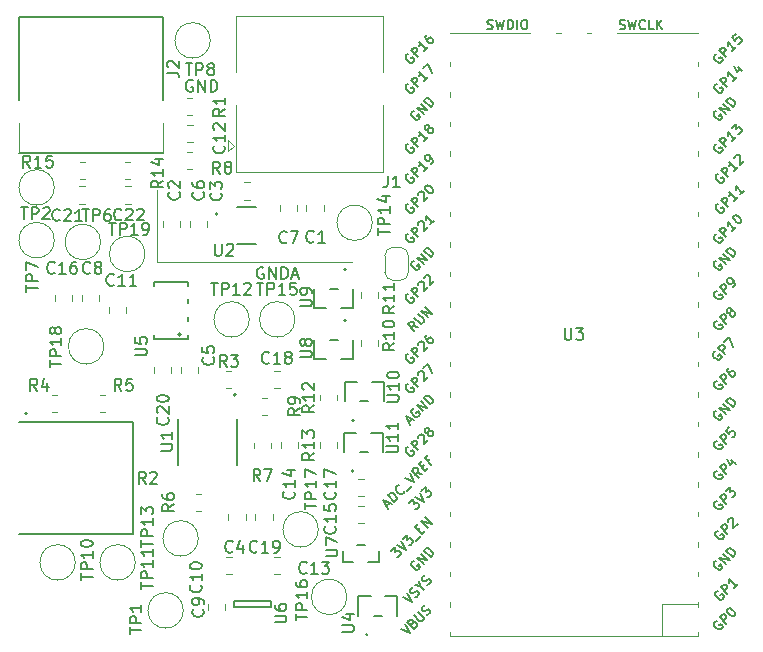
<source format=gbr>
%TF.GenerationSoftware,KiCad,Pcbnew,8.0.7+1*%
%TF.CreationDate,2025-02-06T19:29:56-05:00*%
%TF.ProjectId,jetKVM-audio-expansion,6a65744b-564d-42d6-9175-64696f2d6578,rev?*%
%TF.SameCoordinates,Original*%
%TF.FileFunction,Legend,Top*%
%TF.FilePolarity,Positive*%
%FSLAX46Y46*%
G04 Gerber Fmt 4.6, Leading zero omitted, Abs format (unit mm)*
G04 Created by KiCad (PCBNEW 8.0.7+1) date 2025-02-06 19:29:56*
%MOMM*%
%LPD*%
G01*
G04 APERTURE LIST*
%ADD10C,0.100000*%
%ADD11C,0.150000*%
%ADD12C,0.120000*%
%ADD13C,0.152400*%
%ADD14C,0.127000*%
%ADD15C,0.200000*%
G04 APERTURE END LIST*
D10*
X115824000Y-92964000D02*
X115824000Y-86868000D01*
X132334000Y-92964000D02*
X115824000Y-92964000D01*
D11*
X118868988Y-77555838D02*
X118773750Y-77508219D01*
X118773750Y-77508219D02*
X118630893Y-77508219D01*
X118630893Y-77508219D02*
X118488036Y-77555838D01*
X118488036Y-77555838D02*
X118392798Y-77651076D01*
X118392798Y-77651076D02*
X118345179Y-77746314D01*
X118345179Y-77746314D02*
X118297560Y-77936790D01*
X118297560Y-77936790D02*
X118297560Y-78079647D01*
X118297560Y-78079647D02*
X118345179Y-78270123D01*
X118345179Y-78270123D02*
X118392798Y-78365361D01*
X118392798Y-78365361D02*
X118488036Y-78460600D01*
X118488036Y-78460600D02*
X118630893Y-78508219D01*
X118630893Y-78508219D02*
X118726131Y-78508219D01*
X118726131Y-78508219D02*
X118868988Y-78460600D01*
X118868988Y-78460600D02*
X118916607Y-78412980D01*
X118916607Y-78412980D02*
X118916607Y-78079647D01*
X118916607Y-78079647D02*
X118726131Y-78079647D01*
X119345179Y-78508219D02*
X119345179Y-77508219D01*
X119345179Y-77508219D02*
X119916607Y-78508219D01*
X119916607Y-78508219D02*
X119916607Y-77508219D01*
X120392798Y-78508219D02*
X120392798Y-77508219D01*
X120392798Y-77508219D02*
X120630893Y-77508219D01*
X120630893Y-77508219D02*
X120773750Y-77555838D01*
X120773750Y-77555838D02*
X120868988Y-77651076D01*
X120868988Y-77651076D02*
X120916607Y-77746314D01*
X120916607Y-77746314D02*
X120964226Y-77936790D01*
X120964226Y-77936790D02*
X120964226Y-78079647D01*
X120964226Y-78079647D02*
X120916607Y-78270123D01*
X120916607Y-78270123D02*
X120868988Y-78365361D01*
X120868988Y-78365361D02*
X120773750Y-78460600D01*
X120773750Y-78460600D02*
X120630893Y-78508219D01*
X120630893Y-78508219D02*
X120392798Y-78508219D01*
X124863388Y-93405438D02*
X124768150Y-93357819D01*
X124768150Y-93357819D02*
X124625293Y-93357819D01*
X124625293Y-93357819D02*
X124482436Y-93405438D01*
X124482436Y-93405438D02*
X124387198Y-93500676D01*
X124387198Y-93500676D02*
X124339579Y-93595914D01*
X124339579Y-93595914D02*
X124291960Y-93786390D01*
X124291960Y-93786390D02*
X124291960Y-93929247D01*
X124291960Y-93929247D02*
X124339579Y-94119723D01*
X124339579Y-94119723D02*
X124387198Y-94214961D01*
X124387198Y-94214961D02*
X124482436Y-94310200D01*
X124482436Y-94310200D02*
X124625293Y-94357819D01*
X124625293Y-94357819D02*
X124720531Y-94357819D01*
X124720531Y-94357819D02*
X124863388Y-94310200D01*
X124863388Y-94310200D02*
X124911007Y-94262580D01*
X124911007Y-94262580D02*
X124911007Y-93929247D01*
X124911007Y-93929247D02*
X124720531Y-93929247D01*
X125339579Y-94357819D02*
X125339579Y-93357819D01*
X125339579Y-93357819D02*
X125911007Y-94357819D01*
X125911007Y-94357819D02*
X125911007Y-93357819D01*
X126387198Y-94357819D02*
X126387198Y-93357819D01*
X126387198Y-93357819D02*
X126625293Y-93357819D01*
X126625293Y-93357819D02*
X126768150Y-93405438D01*
X126768150Y-93405438D02*
X126863388Y-93500676D01*
X126863388Y-93500676D02*
X126911007Y-93595914D01*
X126911007Y-93595914D02*
X126958626Y-93786390D01*
X126958626Y-93786390D02*
X126958626Y-93929247D01*
X126958626Y-93929247D02*
X126911007Y-94119723D01*
X126911007Y-94119723D02*
X126863388Y-94214961D01*
X126863388Y-94214961D02*
X126768150Y-94310200D01*
X126768150Y-94310200D02*
X126625293Y-94357819D01*
X126625293Y-94357819D02*
X126387198Y-94357819D01*
X127339579Y-94072104D02*
X127815769Y-94072104D01*
X127244341Y-94357819D02*
X127577674Y-93357819D01*
X127577674Y-93357819D02*
X127911007Y-94357819D01*
X105122742Y-84935219D02*
X104789409Y-84459028D01*
X104551314Y-84935219D02*
X104551314Y-83935219D01*
X104551314Y-83935219D02*
X104932266Y-83935219D01*
X104932266Y-83935219D02*
X105027504Y-83982838D01*
X105027504Y-83982838D02*
X105075123Y-84030457D01*
X105075123Y-84030457D02*
X105122742Y-84125695D01*
X105122742Y-84125695D02*
X105122742Y-84268552D01*
X105122742Y-84268552D02*
X105075123Y-84363790D01*
X105075123Y-84363790D02*
X105027504Y-84411409D01*
X105027504Y-84411409D02*
X104932266Y-84459028D01*
X104932266Y-84459028D02*
X104551314Y-84459028D01*
X106075123Y-84935219D02*
X105503695Y-84935219D01*
X105789409Y-84935219D02*
X105789409Y-83935219D01*
X105789409Y-83935219D02*
X105694171Y-84078076D01*
X105694171Y-84078076D02*
X105598933Y-84173314D01*
X105598933Y-84173314D02*
X105503695Y-84220933D01*
X106979885Y-83935219D02*
X106503695Y-83935219D01*
X106503695Y-83935219D02*
X106456076Y-84411409D01*
X106456076Y-84411409D02*
X106503695Y-84363790D01*
X106503695Y-84363790D02*
X106598933Y-84316171D01*
X106598933Y-84316171D02*
X106837028Y-84316171D01*
X106837028Y-84316171D02*
X106932266Y-84363790D01*
X106932266Y-84363790D02*
X106979885Y-84411409D01*
X106979885Y-84411409D02*
X107027504Y-84506647D01*
X107027504Y-84506647D02*
X107027504Y-84744742D01*
X107027504Y-84744742D02*
X106979885Y-84839980D01*
X106979885Y-84839980D02*
X106932266Y-84887600D01*
X106932266Y-84887600D02*
X106837028Y-84935219D01*
X106837028Y-84935219D02*
X106598933Y-84935219D01*
X106598933Y-84935219D02*
X106503695Y-84887600D01*
X106503695Y-84887600D02*
X106456076Y-84839980D01*
X116380419Y-86037657D02*
X115904228Y-86370990D01*
X116380419Y-86609085D02*
X115380419Y-86609085D01*
X115380419Y-86609085D02*
X115380419Y-86228133D01*
X115380419Y-86228133D02*
X115428038Y-86132895D01*
X115428038Y-86132895D02*
X115475657Y-86085276D01*
X115475657Y-86085276D02*
X115570895Y-86037657D01*
X115570895Y-86037657D02*
X115713752Y-86037657D01*
X115713752Y-86037657D02*
X115808990Y-86085276D01*
X115808990Y-86085276D02*
X115856609Y-86132895D01*
X115856609Y-86132895D02*
X115904228Y-86228133D01*
X115904228Y-86228133D02*
X115904228Y-86609085D01*
X116380419Y-85085276D02*
X116380419Y-85656704D01*
X116380419Y-85370990D02*
X115380419Y-85370990D01*
X115380419Y-85370990D02*
X115523276Y-85466228D01*
X115523276Y-85466228D02*
X115618514Y-85561466D01*
X115618514Y-85561466D02*
X115666133Y-85656704D01*
X115713752Y-84228133D02*
X116380419Y-84228133D01*
X115332800Y-84466228D02*
X116047085Y-84704323D01*
X116047085Y-84704323D02*
X116047085Y-84085276D01*
X112844342Y-89310380D02*
X112796723Y-89358000D01*
X112796723Y-89358000D02*
X112653866Y-89405619D01*
X112653866Y-89405619D02*
X112558628Y-89405619D01*
X112558628Y-89405619D02*
X112415771Y-89358000D01*
X112415771Y-89358000D02*
X112320533Y-89262761D01*
X112320533Y-89262761D02*
X112272914Y-89167523D01*
X112272914Y-89167523D02*
X112225295Y-88977047D01*
X112225295Y-88977047D02*
X112225295Y-88834190D01*
X112225295Y-88834190D02*
X112272914Y-88643714D01*
X112272914Y-88643714D02*
X112320533Y-88548476D01*
X112320533Y-88548476D02*
X112415771Y-88453238D01*
X112415771Y-88453238D02*
X112558628Y-88405619D01*
X112558628Y-88405619D02*
X112653866Y-88405619D01*
X112653866Y-88405619D02*
X112796723Y-88453238D01*
X112796723Y-88453238D02*
X112844342Y-88500857D01*
X113225295Y-88500857D02*
X113272914Y-88453238D01*
X113272914Y-88453238D02*
X113368152Y-88405619D01*
X113368152Y-88405619D02*
X113606247Y-88405619D01*
X113606247Y-88405619D02*
X113701485Y-88453238D01*
X113701485Y-88453238D02*
X113749104Y-88500857D01*
X113749104Y-88500857D02*
X113796723Y-88596095D01*
X113796723Y-88596095D02*
X113796723Y-88691333D01*
X113796723Y-88691333D02*
X113749104Y-88834190D01*
X113749104Y-88834190D02*
X113177676Y-89405619D01*
X113177676Y-89405619D02*
X113796723Y-89405619D01*
X114177676Y-88500857D02*
X114225295Y-88453238D01*
X114225295Y-88453238D02*
X114320533Y-88405619D01*
X114320533Y-88405619D02*
X114558628Y-88405619D01*
X114558628Y-88405619D02*
X114653866Y-88453238D01*
X114653866Y-88453238D02*
X114701485Y-88500857D01*
X114701485Y-88500857D02*
X114749104Y-88596095D01*
X114749104Y-88596095D02*
X114749104Y-88691333D01*
X114749104Y-88691333D02*
X114701485Y-88834190D01*
X114701485Y-88834190D02*
X114130057Y-89405619D01*
X114130057Y-89405619D02*
X114749104Y-89405619D01*
X107611942Y-89361180D02*
X107564323Y-89408800D01*
X107564323Y-89408800D02*
X107421466Y-89456419D01*
X107421466Y-89456419D02*
X107326228Y-89456419D01*
X107326228Y-89456419D02*
X107183371Y-89408800D01*
X107183371Y-89408800D02*
X107088133Y-89313561D01*
X107088133Y-89313561D02*
X107040514Y-89218323D01*
X107040514Y-89218323D02*
X106992895Y-89027847D01*
X106992895Y-89027847D02*
X106992895Y-88884990D01*
X106992895Y-88884990D02*
X107040514Y-88694514D01*
X107040514Y-88694514D02*
X107088133Y-88599276D01*
X107088133Y-88599276D02*
X107183371Y-88504038D01*
X107183371Y-88504038D02*
X107326228Y-88456419D01*
X107326228Y-88456419D02*
X107421466Y-88456419D01*
X107421466Y-88456419D02*
X107564323Y-88504038D01*
X107564323Y-88504038D02*
X107611942Y-88551657D01*
X107992895Y-88551657D02*
X108040514Y-88504038D01*
X108040514Y-88504038D02*
X108135752Y-88456419D01*
X108135752Y-88456419D02*
X108373847Y-88456419D01*
X108373847Y-88456419D02*
X108469085Y-88504038D01*
X108469085Y-88504038D02*
X108516704Y-88551657D01*
X108516704Y-88551657D02*
X108564323Y-88646895D01*
X108564323Y-88646895D02*
X108564323Y-88742133D01*
X108564323Y-88742133D02*
X108516704Y-88884990D01*
X108516704Y-88884990D02*
X107945276Y-89456419D01*
X107945276Y-89456419D02*
X108564323Y-89456419D01*
X109516704Y-89456419D02*
X108945276Y-89456419D01*
X109230990Y-89456419D02*
X109230990Y-88456419D01*
X109230990Y-88456419D02*
X109135752Y-88599276D01*
X109135752Y-88599276D02*
X109040514Y-88694514D01*
X109040514Y-88694514D02*
X108945276Y-88742133D01*
X119754580Y-87023165D02*
X119802200Y-87070784D01*
X119802200Y-87070784D02*
X119849819Y-87213641D01*
X119849819Y-87213641D02*
X119849819Y-87308879D01*
X119849819Y-87308879D02*
X119802200Y-87451736D01*
X119802200Y-87451736D02*
X119706961Y-87546974D01*
X119706961Y-87546974D02*
X119611723Y-87594593D01*
X119611723Y-87594593D02*
X119421247Y-87642212D01*
X119421247Y-87642212D02*
X119278390Y-87642212D01*
X119278390Y-87642212D02*
X119087914Y-87594593D01*
X119087914Y-87594593D02*
X118992676Y-87546974D01*
X118992676Y-87546974D02*
X118897438Y-87451736D01*
X118897438Y-87451736D02*
X118849819Y-87308879D01*
X118849819Y-87308879D02*
X118849819Y-87213641D01*
X118849819Y-87213641D02*
X118897438Y-87070784D01*
X118897438Y-87070784D02*
X118945057Y-87023165D01*
X118849819Y-86166022D02*
X118849819Y-86356498D01*
X118849819Y-86356498D02*
X118897438Y-86451736D01*
X118897438Y-86451736D02*
X118945057Y-86499355D01*
X118945057Y-86499355D02*
X119087914Y-86594593D01*
X119087914Y-86594593D02*
X119278390Y-86642212D01*
X119278390Y-86642212D02*
X119659342Y-86642212D01*
X119659342Y-86642212D02*
X119754580Y-86594593D01*
X119754580Y-86594593D02*
X119802200Y-86546974D01*
X119802200Y-86546974D02*
X119849819Y-86451736D01*
X119849819Y-86451736D02*
X119849819Y-86261260D01*
X119849819Y-86261260D02*
X119802200Y-86166022D01*
X119802200Y-86166022D02*
X119754580Y-86118403D01*
X119754580Y-86118403D02*
X119659342Y-86070784D01*
X119659342Y-86070784D02*
X119421247Y-86070784D01*
X119421247Y-86070784D02*
X119326009Y-86118403D01*
X119326009Y-86118403D02*
X119278390Y-86166022D01*
X119278390Y-86166022D02*
X119230771Y-86261260D01*
X119230771Y-86261260D02*
X119230771Y-86451736D01*
X119230771Y-86451736D02*
X119278390Y-86546974D01*
X119278390Y-86546974D02*
X119326009Y-86594593D01*
X119326009Y-86594593D02*
X119421247Y-86642212D01*
X130137819Y-117855904D02*
X130947342Y-117855904D01*
X130947342Y-117855904D02*
X131042580Y-117808285D01*
X131042580Y-117808285D02*
X131090200Y-117760666D01*
X131090200Y-117760666D02*
X131137819Y-117665428D01*
X131137819Y-117665428D02*
X131137819Y-117474952D01*
X131137819Y-117474952D02*
X131090200Y-117379714D01*
X131090200Y-117379714D02*
X131042580Y-117332095D01*
X131042580Y-117332095D02*
X130947342Y-117284476D01*
X130947342Y-117284476D02*
X130137819Y-117284476D01*
X130137819Y-116903523D02*
X130137819Y-116236857D01*
X130137819Y-116236857D02*
X131137819Y-116665428D01*
X150368095Y-98514819D02*
X150368095Y-99324342D01*
X150368095Y-99324342D02*
X150415714Y-99419580D01*
X150415714Y-99419580D02*
X150463333Y-99467200D01*
X150463333Y-99467200D02*
X150558571Y-99514819D01*
X150558571Y-99514819D02*
X150749047Y-99514819D01*
X150749047Y-99514819D02*
X150844285Y-99467200D01*
X150844285Y-99467200D02*
X150891904Y-99419580D01*
X150891904Y-99419580D02*
X150939523Y-99324342D01*
X150939523Y-99324342D02*
X150939523Y-98514819D01*
X151320476Y-98514819D02*
X151939523Y-98514819D01*
X151939523Y-98514819D02*
X151606190Y-98895771D01*
X151606190Y-98895771D02*
X151749047Y-98895771D01*
X151749047Y-98895771D02*
X151844285Y-98943390D01*
X151844285Y-98943390D02*
X151891904Y-98991009D01*
X151891904Y-98991009D02*
X151939523Y-99086247D01*
X151939523Y-99086247D02*
X151939523Y-99324342D01*
X151939523Y-99324342D02*
X151891904Y-99419580D01*
X151891904Y-99419580D02*
X151844285Y-99467200D01*
X151844285Y-99467200D02*
X151749047Y-99514819D01*
X151749047Y-99514819D02*
X151463333Y-99514819D01*
X151463333Y-99514819D02*
X151368095Y-99467200D01*
X151368095Y-99467200D02*
X151320476Y-99419580D01*
X137968651Y-98463710D02*
X137510716Y-98382898D01*
X137645403Y-98786959D02*
X137079717Y-98221274D01*
X137079717Y-98221274D02*
X137295216Y-98005775D01*
X137295216Y-98005775D02*
X137376029Y-97978837D01*
X137376029Y-97978837D02*
X137429903Y-97978837D01*
X137429903Y-97978837D02*
X137510716Y-98005775D01*
X137510716Y-98005775D02*
X137591528Y-98086587D01*
X137591528Y-98086587D02*
X137618465Y-98167399D01*
X137618465Y-98167399D02*
X137618465Y-98221274D01*
X137618465Y-98221274D02*
X137591528Y-98302086D01*
X137591528Y-98302086D02*
X137376029Y-98517585D01*
X137645403Y-97655588D02*
X138103338Y-98113524D01*
X138103338Y-98113524D02*
X138184151Y-98140462D01*
X138184151Y-98140462D02*
X138238025Y-98140462D01*
X138238025Y-98140462D02*
X138318838Y-98113524D01*
X138318838Y-98113524D02*
X138426587Y-98005775D01*
X138426587Y-98005775D02*
X138453525Y-97924962D01*
X138453525Y-97924962D02*
X138453525Y-97871088D01*
X138453525Y-97871088D02*
X138426587Y-97790275D01*
X138426587Y-97790275D02*
X137968651Y-97332340D01*
X138803711Y-97628651D02*
X138238025Y-97062966D01*
X138238025Y-97062966D02*
X139126959Y-97305402D01*
X139126959Y-97305402D02*
X138561274Y-96739717D01*
X137119998Y-90550868D02*
X137039185Y-90577805D01*
X137039185Y-90577805D02*
X136958373Y-90658618D01*
X136958373Y-90658618D02*
X136904498Y-90766367D01*
X136904498Y-90766367D02*
X136904498Y-90874117D01*
X136904498Y-90874117D02*
X136931436Y-90954929D01*
X136931436Y-90954929D02*
X137012248Y-91089616D01*
X137012248Y-91089616D02*
X137093060Y-91170428D01*
X137093060Y-91170428D02*
X137227747Y-91251241D01*
X137227747Y-91251241D02*
X137308560Y-91278178D01*
X137308560Y-91278178D02*
X137416309Y-91278178D01*
X137416309Y-91278178D02*
X137524059Y-91224303D01*
X137524059Y-91224303D02*
X137577934Y-91170428D01*
X137577934Y-91170428D02*
X137631808Y-91062679D01*
X137631808Y-91062679D02*
X137631808Y-91008804D01*
X137631808Y-91008804D02*
X137443247Y-90820242D01*
X137443247Y-90820242D02*
X137335497Y-90927992D01*
X137928120Y-90820242D02*
X137362434Y-90254557D01*
X137362434Y-90254557D02*
X137577934Y-90039057D01*
X137577934Y-90039057D02*
X137658746Y-90012120D01*
X137658746Y-90012120D02*
X137712621Y-90012120D01*
X137712621Y-90012120D02*
X137793433Y-90039057D01*
X137793433Y-90039057D02*
X137874245Y-90119870D01*
X137874245Y-90119870D02*
X137901182Y-90200682D01*
X137901182Y-90200682D02*
X137901182Y-90254557D01*
X137901182Y-90254557D02*
X137874245Y-90335369D01*
X137874245Y-90335369D02*
X137658746Y-90550868D01*
X137955057Y-89769683D02*
X137955057Y-89715809D01*
X137955057Y-89715809D02*
X137981995Y-89634996D01*
X137981995Y-89634996D02*
X138116682Y-89500309D01*
X138116682Y-89500309D02*
X138197494Y-89473372D01*
X138197494Y-89473372D02*
X138251369Y-89473372D01*
X138251369Y-89473372D02*
X138332181Y-89500309D01*
X138332181Y-89500309D02*
X138386056Y-89554184D01*
X138386056Y-89554184D02*
X138439930Y-89661934D01*
X138439930Y-89661934D02*
X138439930Y-90308431D01*
X138439930Y-90308431D02*
X138790117Y-89958245D01*
X139328865Y-89419497D02*
X139005616Y-89742746D01*
X139167240Y-89581121D02*
X138601555Y-89015436D01*
X138601555Y-89015436D02*
X138628492Y-89150123D01*
X138628492Y-89150123D02*
X138628492Y-89257873D01*
X138628492Y-89257873D02*
X138601555Y-89338685D01*
X163216435Y-105558431D02*
X163135623Y-105585368D01*
X163135623Y-105585368D02*
X163054811Y-105666180D01*
X163054811Y-105666180D02*
X163000936Y-105773930D01*
X163000936Y-105773930D02*
X163000936Y-105881680D01*
X163000936Y-105881680D02*
X163027873Y-105962492D01*
X163027873Y-105962492D02*
X163108685Y-106097179D01*
X163108685Y-106097179D02*
X163189498Y-106177991D01*
X163189498Y-106177991D02*
X163324185Y-106258803D01*
X163324185Y-106258803D02*
X163404997Y-106285741D01*
X163404997Y-106285741D02*
X163512746Y-106285741D01*
X163512746Y-106285741D02*
X163620496Y-106231866D01*
X163620496Y-106231866D02*
X163674371Y-106177991D01*
X163674371Y-106177991D02*
X163728246Y-106070241D01*
X163728246Y-106070241D02*
X163728246Y-106016367D01*
X163728246Y-106016367D02*
X163539684Y-105827805D01*
X163539684Y-105827805D02*
X163431934Y-105935554D01*
X164024557Y-105827805D02*
X163458872Y-105262119D01*
X163458872Y-105262119D02*
X164347806Y-105504556D01*
X164347806Y-105504556D02*
X163782120Y-104938871D01*
X164617180Y-105235182D02*
X164051494Y-104669497D01*
X164051494Y-104669497D02*
X164186181Y-104534810D01*
X164186181Y-104534810D02*
X164293931Y-104480935D01*
X164293931Y-104480935D02*
X164401680Y-104480935D01*
X164401680Y-104480935D02*
X164482493Y-104507872D01*
X164482493Y-104507872D02*
X164617180Y-104588685D01*
X164617180Y-104588685D02*
X164697992Y-104669497D01*
X164697992Y-104669497D02*
X164778804Y-104804184D01*
X164778804Y-104804184D02*
X164805741Y-104884996D01*
X164805741Y-104884996D02*
X164805741Y-104992746D01*
X164805741Y-104992746D02*
X164751867Y-105100495D01*
X164751867Y-105100495D02*
X164617180Y-105235182D01*
X163216435Y-92858431D02*
X163135623Y-92885368D01*
X163135623Y-92885368D02*
X163054811Y-92966180D01*
X163054811Y-92966180D02*
X163000936Y-93073930D01*
X163000936Y-93073930D02*
X163000936Y-93181680D01*
X163000936Y-93181680D02*
X163027873Y-93262492D01*
X163027873Y-93262492D02*
X163108685Y-93397179D01*
X163108685Y-93397179D02*
X163189498Y-93477991D01*
X163189498Y-93477991D02*
X163324185Y-93558803D01*
X163324185Y-93558803D02*
X163404997Y-93585741D01*
X163404997Y-93585741D02*
X163512746Y-93585741D01*
X163512746Y-93585741D02*
X163620496Y-93531866D01*
X163620496Y-93531866D02*
X163674371Y-93477991D01*
X163674371Y-93477991D02*
X163728246Y-93370241D01*
X163728246Y-93370241D02*
X163728246Y-93316367D01*
X163728246Y-93316367D02*
X163539684Y-93127805D01*
X163539684Y-93127805D02*
X163431934Y-93235554D01*
X164024557Y-93127805D02*
X163458872Y-92562119D01*
X163458872Y-92562119D02*
X164347806Y-92804556D01*
X164347806Y-92804556D02*
X163782120Y-92238871D01*
X164617180Y-92535182D02*
X164051494Y-91969497D01*
X164051494Y-91969497D02*
X164186181Y-91834810D01*
X164186181Y-91834810D02*
X164293931Y-91780935D01*
X164293931Y-91780935D02*
X164401680Y-91780935D01*
X164401680Y-91780935D02*
X164482493Y-91807872D01*
X164482493Y-91807872D02*
X164617180Y-91888685D01*
X164617180Y-91888685D02*
X164697992Y-91969497D01*
X164697992Y-91969497D02*
X164778804Y-92104184D01*
X164778804Y-92104184D02*
X164805741Y-92184996D01*
X164805741Y-92184996D02*
X164805741Y-92292746D01*
X164805741Y-92292746D02*
X164751867Y-92400495D01*
X164751867Y-92400495D02*
X164617180Y-92535182D01*
X137173873Y-106501240D02*
X137443247Y-106231866D01*
X137281623Y-106716739D02*
X136904499Y-105962492D01*
X136904499Y-105962492D02*
X137658746Y-106339615D01*
X137604871Y-105315994D02*
X137524059Y-105342932D01*
X137524059Y-105342932D02*
X137443247Y-105423744D01*
X137443247Y-105423744D02*
X137389372Y-105531494D01*
X137389372Y-105531494D02*
X137389372Y-105639243D01*
X137389372Y-105639243D02*
X137416310Y-105720055D01*
X137416310Y-105720055D02*
X137497122Y-105854742D01*
X137497122Y-105854742D02*
X137577934Y-105935555D01*
X137577934Y-105935555D02*
X137712621Y-106016367D01*
X137712621Y-106016367D02*
X137793433Y-106043304D01*
X137793433Y-106043304D02*
X137901183Y-106043304D01*
X137901183Y-106043304D02*
X138008932Y-105989429D01*
X138008932Y-105989429D02*
X138062807Y-105935555D01*
X138062807Y-105935555D02*
X138116682Y-105827805D01*
X138116682Y-105827805D02*
X138116682Y-105773930D01*
X138116682Y-105773930D02*
X137928120Y-105585368D01*
X137928120Y-105585368D02*
X137820371Y-105693118D01*
X138412993Y-105585368D02*
X137847308Y-105019683D01*
X137847308Y-105019683D02*
X138736242Y-105262120D01*
X138736242Y-105262120D02*
X138170557Y-104696434D01*
X139005616Y-104992746D02*
X138439931Y-104427060D01*
X138439931Y-104427060D02*
X138574618Y-104292373D01*
X138574618Y-104292373D02*
X138682367Y-104238498D01*
X138682367Y-104238498D02*
X138790117Y-104238498D01*
X138790117Y-104238498D02*
X138870929Y-104265436D01*
X138870929Y-104265436D02*
X139005616Y-104346248D01*
X139005616Y-104346248D02*
X139086428Y-104427060D01*
X139086428Y-104427060D02*
X139167241Y-104561747D01*
X139167241Y-104561747D02*
X139194178Y-104642560D01*
X139194178Y-104642560D02*
X139194178Y-104750309D01*
X139194178Y-104750309D02*
X139140303Y-104858059D01*
X139140303Y-104858059D02*
X139005616Y-104992746D01*
X137220123Y-113350868D02*
X137570309Y-113000682D01*
X137570309Y-113000682D02*
X137597247Y-113404743D01*
X137597247Y-113404743D02*
X137678059Y-113323931D01*
X137678059Y-113323931D02*
X137758871Y-113296993D01*
X137758871Y-113296993D02*
X137812746Y-113296993D01*
X137812746Y-113296993D02*
X137893558Y-113323931D01*
X137893558Y-113323931D02*
X138028245Y-113458618D01*
X138028245Y-113458618D02*
X138055182Y-113539430D01*
X138055182Y-113539430D02*
X138055182Y-113593305D01*
X138055182Y-113593305D02*
X138028245Y-113674117D01*
X138028245Y-113674117D02*
X137866621Y-113835741D01*
X137866621Y-113835741D02*
X137785808Y-113862679D01*
X137785808Y-113862679D02*
X137731934Y-113862679D01*
X137731934Y-112839057D02*
X138486181Y-113216181D01*
X138486181Y-113216181D02*
X138109057Y-112461934D01*
X138243744Y-112327247D02*
X138593930Y-111977061D01*
X138593930Y-111977061D02*
X138620868Y-112381122D01*
X138620868Y-112381122D02*
X138701680Y-112300309D01*
X138701680Y-112300309D02*
X138782492Y-112273372D01*
X138782492Y-112273372D02*
X138836367Y-112273372D01*
X138836367Y-112273372D02*
X138917179Y-112300309D01*
X138917179Y-112300309D02*
X139051866Y-112434996D01*
X139051866Y-112434996D02*
X139078804Y-112515809D01*
X139078804Y-112515809D02*
X139078804Y-112569683D01*
X139078804Y-112569683D02*
X139051866Y-112650496D01*
X139051866Y-112650496D02*
X138890242Y-112812120D01*
X138890242Y-112812120D02*
X138809430Y-112839057D01*
X138809430Y-112839057D02*
X138755555Y-112839057D01*
X163216435Y-80158431D02*
X163135623Y-80185368D01*
X163135623Y-80185368D02*
X163054811Y-80266180D01*
X163054811Y-80266180D02*
X163000936Y-80373930D01*
X163000936Y-80373930D02*
X163000936Y-80481680D01*
X163000936Y-80481680D02*
X163027873Y-80562492D01*
X163027873Y-80562492D02*
X163108685Y-80697179D01*
X163108685Y-80697179D02*
X163189498Y-80777991D01*
X163189498Y-80777991D02*
X163324185Y-80858803D01*
X163324185Y-80858803D02*
X163404997Y-80885741D01*
X163404997Y-80885741D02*
X163512746Y-80885741D01*
X163512746Y-80885741D02*
X163620496Y-80831866D01*
X163620496Y-80831866D02*
X163674371Y-80777991D01*
X163674371Y-80777991D02*
X163728246Y-80670241D01*
X163728246Y-80670241D02*
X163728246Y-80616367D01*
X163728246Y-80616367D02*
X163539684Y-80427805D01*
X163539684Y-80427805D02*
X163431934Y-80535554D01*
X164024557Y-80427805D02*
X163458872Y-79862119D01*
X163458872Y-79862119D02*
X164347806Y-80104556D01*
X164347806Y-80104556D02*
X163782120Y-79538871D01*
X164617180Y-79835182D02*
X164051494Y-79269497D01*
X164051494Y-79269497D02*
X164186181Y-79134810D01*
X164186181Y-79134810D02*
X164293931Y-79080935D01*
X164293931Y-79080935D02*
X164401680Y-79080935D01*
X164401680Y-79080935D02*
X164482493Y-79107872D01*
X164482493Y-79107872D02*
X164617180Y-79188685D01*
X164617180Y-79188685D02*
X164697992Y-79269497D01*
X164697992Y-79269497D02*
X164778804Y-79404184D01*
X164778804Y-79404184D02*
X164805741Y-79484996D01*
X164805741Y-79484996D02*
X164805741Y-79592746D01*
X164805741Y-79592746D02*
X164751867Y-79700495D01*
X164751867Y-79700495D02*
X164617180Y-79835182D01*
X143834761Y-73184200D02*
X143949047Y-73222295D01*
X143949047Y-73222295D02*
X144139523Y-73222295D01*
X144139523Y-73222295D02*
X144215714Y-73184200D01*
X144215714Y-73184200D02*
X144253809Y-73146104D01*
X144253809Y-73146104D02*
X144291904Y-73069914D01*
X144291904Y-73069914D02*
X144291904Y-72993723D01*
X144291904Y-72993723D02*
X144253809Y-72917533D01*
X144253809Y-72917533D02*
X144215714Y-72879438D01*
X144215714Y-72879438D02*
X144139523Y-72841342D01*
X144139523Y-72841342D02*
X143987142Y-72803247D01*
X143987142Y-72803247D02*
X143910952Y-72765152D01*
X143910952Y-72765152D02*
X143872857Y-72727057D01*
X143872857Y-72727057D02*
X143834761Y-72650866D01*
X143834761Y-72650866D02*
X143834761Y-72574676D01*
X143834761Y-72574676D02*
X143872857Y-72498485D01*
X143872857Y-72498485D02*
X143910952Y-72460390D01*
X143910952Y-72460390D02*
X143987142Y-72422295D01*
X143987142Y-72422295D02*
X144177619Y-72422295D01*
X144177619Y-72422295D02*
X144291904Y-72460390D01*
X144558571Y-72422295D02*
X144749047Y-73222295D01*
X144749047Y-73222295D02*
X144901428Y-72650866D01*
X144901428Y-72650866D02*
X145053809Y-73222295D01*
X145053809Y-73222295D02*
X145244286Y-72422295D01*
X145549048Y-73222295D02*
X145549048Y-72422295D01*
X145549048Y-72422295D02*
X145739524Y-72422295D01*
X145739524Y-72422295D02*
X145853810Y-72460390D01*
X145853810Y-72460390D02*
X145930000Y-72536580D01*
X145930000Y-72536580D02*
X145968095Y-72612771D01*
X145968095Y-72612771D02*
X146006191Y-72765152D01*
X146006191Y-72765152D02*
X146006191Y-72879438D01*
X146006191Y-72879438D02*
X145968095Y-73031819D01*
X145968095Y-73031819D02*
X145930000Y-73108009D01*
X145930000Y-73108009D02*
X145853810Y-73184200D01*
X145853810Y-73184200D02*
X145739524Y-73222295D01*
X145739524Y-73222295D02*
X145549048Y-73222295D01*
X146349048Y-73222295D02*
X146349048Y-72422295D01*
X146882381Y-72422295D02*
X147034762Y-72422295D01*
X147034762Y-72422295D02*
X147110952Y-72460390D01*
X147110952Y-72460390D02*
X147187143Y-72536580D01*
X147187143Y-72536580D02*
X147225238Y-72688961D01*
X147225238Y-72688961D02*
X147225238Y-72955628D01*
X147225238Y-72955628D02*
X147187143Y-73108009D01*
X147187143Y-73108009D02*
X147110952Y-73184200D01*
X147110952Y-73184200D02*
X147034762Y-73222295D01*
X147034762Y-73222295D02*
X146882381Y-73222295D01*
X146882381Y-73222295D02*
X146806190Y-73184200D01*
X146806190Y-73184200D02*
X146730000Y-73108009D01*
X146730000Y-73108009D02*
X146691904Y-72955628D01*
X146691904Y-72955628D02*
X146691904Y-72688961D01*
X146691904Y-72688961D02*
X146730000Y-72536580D01*
X146730000Y-72536580D02*
X146806190Y-72460390D01*
X146806190Y-72460390D02*
X146882381Y-72422295D01*
X136650749Y-121310242D02*
X137404996Y-121687366D01*
X137404996Y-121687366D02*
X137027873Y-120933118D01*
X137728245Y-121310242D02*
X137835995Y-121256367D01*
X137835995Y-121256367D02*
X137970682Y-121121680D01*
X137970682Y-121121680D02*
X137997619Y-121040868D01*
X137997619Y-121040868D02*
X137997619Y-120986993D01*
X137997619Y-120986993D02*
X137970682Y-120906181D01*
X137970682Y-120906181D02*
X137916807Y-120852306D01*
X137916807Y-120852306D02*
X137835995Y-120825369D01*
X137835995Y-120825369D02*
X137782120Y-120825369D01*
X137782120Y-120825369D02*
X137701308Y-120852306D01*
X137701308Y-120852306D02*
X137566621Y-120933118D01*
X137566621Y-120933118D02*
X137485808Y-120960056D01*
X137485808Y-120960056D02*
X137431934Y-120960056D01*
X137431934Y-120960056D02*
X137351121Y-120933118D01*
X137351121Y-120933118D02*
X137297247Y-120879244D01*
X137297247Y-120879244D02*
X137270309Y-120798431D01*
X137270309Y-120798431D02*
X137270309Y-120744557D01*
X137270309Y-120744557D02*
X137297247Y-120663744D01*
X137297247Y-120663744D02*
X137431934Y-120529057D01*
X137431934Y-120529057D02*
X137539683Y-120475183D01*
X138159244Y-120394370D02*
X138428618Y-120663744D01*
X137674370Y-120286621D02*
X138159244Y-120394370D01*
X138159244Y-120394370D02*
X138051494Y-119909497D01*
X138751866Y-120286621D02*
X138859616Y-120232746D01*
X138859616Y-120232746D02*
X138994303Y-120098059D01*
X138994303Y-120098059D02*
X139021240Y-120017247D01*
X139021240Y-120017247D02*
X139021240Y-119963372D01*
X139021240Y-119963372D02*
X138994303Y-119882560D01*
X138994303Y-119882560D02*
X138940428Y-119828685D01*
X138940428Y-119828685D02*
X138859616Y-119801748D01*
X138859616Y-119801748D02*
X138805741Y-119801748D01*
X138805741Y-119801748D02*
X138724929Y-119828685D01*
X138724929Y-119828685D02*
X138590242Y-119909497D01*
X138590242Y-119909497D02*
X138509430Y-119936435D01*
X138509430Y-119936435D02*
X138455555Y-119936435D01*
X138455555Y-119936435D02*
X138374743Y-119909497D01*
X138374743Y-119909497D02*
X138320868Y-119855622D01*
X138320868Y-119855622D02*
X138293930Y-119774810D01*
X138293930Y-119774810D02*
X138293930Y-119720935D01*
X138293930Y-119720935D02*
X138320868Y-119640123D01*
X138320868Y-119640123D02*
X138455555Y-119505436D01*
X138455555Y-119505436D02*
X138563304Y-119451561D01*
X163227998Y-82940868D02*
X163147185Y-82967805D01*
X163147185Y-82967805D02*
X163066373Y-83048618D01*
X163066373Y-83048618D02*
X163012498Y-83156367D01*
X163012498Y-83156367D02*
X163012498Y-83264117D01*
X163012498Y-83264117D02*
X163039436Y-83344929D01*
X163039436Y-83344929D02*
X163120248Y-83479616D01*
X163120248Y-83479616D02*
X163201060Y-83560428D01*
X163201060Y-83560428D02*
X163335747Y-83641241D01*
X163335747Y-83641241D02*
X163416560Y-83668178D01*
X163416560Y-83668178D02*
X163524309Y-83668178D01*
X163524309Y-83668178D02*
X163632059Y-83614303D01*
X163632059Y-83614303D02*
X163685934Y-83560428D01*
X163685934Y-83560428D02*
X163739808Y-83452679D01*
X163739808Y-83452679D02*
X163739808Y-83398804D01*
X163739808Y-83398804D02*
X163551247Y-83210242D01*
X163551247Y-83210242D02*
X163443497Y-83317992D01*
X164036120Y-83210242D02*
X163470434Y-82644557D01*
X163470434Y-82644557D02*
X163685934Y-82429057D01*
X163685934Y-82429057D02*
X163766746Y-82402120D01*
X163766746Y-82402120D02*
X163820621Y-82402120D01*
X163820621Y-82402120D02*
X163901433Y-82429057D01*
X163901433Y-82429057D02*
X163982245Y-82509870D01*
X163982245Y-82509870D02*
X164009182Y-82590682D01*
X164009182Y-82590682D02*
X164009182Y-82644557D01*
X164009182Y-82644557D02*
X163982245Y-82725369D01*
X163982245Y-82725369D02*
X163766746Y-82940868D01*
X164898117Y-82348245D02*
X164574868Y-82671494D01*
X164736492Y-82509870D02*
X164170807Y-81944184D01*
X164170807Y-81944184D02*
X164197744Y-82078871D01*
X164197744Y-82078871D02*
X164197744Y-82186621D01*
X164197744Y-82186621D02*
X164170807Y-82267433D01*
X164520993Y-81593998D02*
X164871179Y-81243812D01*
X164871179Y-81243812D02*
X164898117Y-81647873D01*
X164898117Y-81647873D02*
X164978929Y-81567060D01*
X164978929Y-81567060D02*
X165059741Y-81540123D01*
X165059741Y-81540123D02*
X165113616Y-81540123D01*
X165113616Y-81540123D02*
X165194428Y-81567060D01*
X165194428Y-81567060D02*
X165329115Y-81701747D01*
X165329115Y-81701747D02*
X165356053Y-81782560D01*
X165356053Y-81782560D02*
X165356053Y-81836434D01*
X165356053Y-81836434D02*
X165329115Y-81917247D01*
X165329115Y-81917247D02*
X165167491Y-82078871D01*
X165167491Y-82078871D02*
X165086679Y-82105808D01*
X165086679Y-82105808D02*
X165032804Y-82105808D01*
X155020475Y-73184200D02*
X155134761Y-73222295D01*
X155134761Y-73222295D02*
X155325237Y-73222295D01*
X155325237Y-73222295D02*
X155401428Y-73184200D01*
X155401428Y-73184200D02*
X155439523Y-73146104D01*
X155439523Y-73146104D02*
X155477618Y-73069914D01*
X155477618Y-73069914D02*
X155477618Y-72993723D01*
X155477618Y-72993723D02*
X155439523Y-72917533D01*
X155439523Y-72917533D02*
X155401428Y-72879438D01*
X155401428Y-72879438D02*
X155325237Y-72841342D01*
X155325237Y-72841342D02*
X155172856Y-72803247D01*
X155172856Y-72803247D02*
X155096666Y-72765152D01*
X155096666Y-72765152D02*
X155058571Y-72727057D01*
X155058571Y-72727057D02*
X155020475Y-72650866D01*
X155020475Y-72650866D02*
X155020475Y-72574676D01*
X155020475Y-72574676D02*
X155058571Y-72498485D01*
X155058571Y-72498485D02*
X155096666Y-72460390D01*
X155096666Y-72460390D02*
X155172856Y-72422295D01*
X155172856Y-72422295D02*
X155363333Y-72422295D01*
X155363333Y-72422295D02*
X155477618Y-72460390D01*
X155744285Y-72422295D02*
X155934761Y-73222295D01*
X155934761Y-73222295D02*
X156087142Y-72650866D01*
X156087142Y-72650866D02*
X156239523Y-73222295D01*
X156239523Y-73222295D02*
X156430000Y-72422295D01*
X157191905Y-73146104D02*
X157153809Y-73184200D01*
X157153809Y-73184200D02*
X157039524Y-73222295D01*
X157039524Y-73222295D02*
X156963333Y-73222295D01*
X156963333Y-73222295D02*
X156849047Y-73184200D01*
X156849047Y-73184200D02*
X156772857Y-73108009D01*
X156772857Y-73108009D02*
X156734762Y-73031819D01*
X156734762Y-73031819D02*
X156696666Y-72879438D01*
X156696666Y-72879438D02*
X156696666Y-72765152D01*
X156696666Y-72765152D02*
X156734762Y-72612771D01*
X156734762Y-72612771D02*
X156772857Y-72536580D01*
X156772857Y-72536580D02*
X156849047Y-72460390D01*
X156849047Y-72460390D02*
X156963333Y-72422295D01*
X156963333Y-72422295D02*
X157039524Y-72422295D01*
X157039524Y-72422295D02*
X157153809Y-72460390D01*
X157153809Y-72460390D02*
X157191905Y-72498485D01*
X157915714Y-73222295D02*
X157534762Y-73222295D01*
X157534762Y-73222295D02*
X157534762Y-72422295D01*
X158182381Y-73222295D02*
X158182381Y-72422295D01*
X158639524Y-73222295D02*
X158296666Y-72765152D01*
X158639524Y-72422295D02*
X158182381Y-72879438D01*
X137119998Y-85480868D02*
X137039185Y-85507805D01*
X137039185Y-85507805D02*
X136958373Y-85588618D01*
X136958373Y-85588618D02*
X136904498Y-85696367D01*
X136904498Y-85696367D02*
X136904498Y-85804117D01*
X136904498Y-85804117D02*
X136931436Y-85884929D01*
X136931436Y-85884929D02*
X137012248Y-86019616D01*
X137012248Y-86019616D02*
X137093060Y-86100428D01*
X137093060Y-86100428D02*
X137227747Y-86181241D01*
X137227747Y-86181241D02*
X137308560Y-86208178D01*
X137308560Y-86208178D02*
X137416309Y-86208178D01*
X137416309Y-86208178D02*
X137524059Y-86154303D01*
X137524059Y-86154303D02*
X137577934Y-86100428D01*
X137577934Y-86100428D02*
X137631808Y-85992679D01*
X137631808Y-85992679D02*
X137631808Y-85938804D01*
X137631808Y-85938804D02*
X137443247Y-85750242D01*
X137443247Y-85750242D02*
X137335497Y-85857992D01*
X137928120Y-85750242D02*
X137362434Y-85184557D01*
X137362434Y-85184557D02*
X137577934Y-84969057D01*
X137577934Y-84969057D02*
X137658746Y-84942120D01*
X137658746Y-84942120D02*
X137712621Y-84942120D01*
X137712621Y-84942120D02*
X137793433Y-84969057D01*
X137793433Y-84969057D02*
X137874245Y-85049870D01*
X137874245Y-85049870D02*
X137901182Y-85130682D01*
X137901182Y-85130682D02*
X137901182Y-85184557D01*
X137901182Y-85184557D02*
X137874245Y-85265369D01*
X137874245Y-85265369D02*
X137658746Y-85480868D01*
X138790117Y-84888245D02*
X138466868Y-85211494D01*
X138628492Y-85049870D02*
X138062807Y-84484184D01*
X138062807Y-84484184D02*
X138089744Y-84618871D01*
X138089744Y-84618871D02*
X138089744Y-84726621D01*
X138089744Y-84726621D02*
X138062807Y-84807433D01*
X139059491Y-84618871D02*
X139167240Y-84511121D01*
X139167240Y-84511121D02*
X139194178Y-84430309D01*
X139194178Y-84430309D02*
X139194178Y-84376434D01*
X139194178Y-84376434D02*
X139167240Y-84241747D01*
X139167240Y-84241747D02*
X139086428Y-84107060D01*
X139086428Y-84107060D02*
X138870929Y-83891561D01*
X138870929Y-83891561D02*
X138790117Y-83864624D01*
X138790117Y-83864624D02*
X138736242Y-83864624D01*
X138736242Y-83864624D02*
X138655430Y-83891561D01*
X138655430Y-83891561D02*
X138547680Y-83999311D01*
X138547680Y-83999311D02*
X138520743Y-84080123D01*
X138520743Y-84080123D02*
X138520743Y-84133998D01*
X138520743Y-84133998D02*
X138547680Y-84214810D01*
X138547680Y-84214810D02*
X138682367Y-84349497D01*
X138682367Y-84349497D02*
X138763179Y-84376434D01*
X138763179Y-84376434D02*
X138817054Y-84376434D01*
X138817054Y-84376434D02*
X138897866Y-84349497D01*
X138897866Y-84349497D02*
X139005616Y-84241747D01*
X139005616Y-84241747D02*
X139032553Y-84160935D01*
X139032553Y-84160935D02*
X139032553Y-84107060D01*
X139032553Y-84107060D02*
X139005616Y-84026248D01*
X163243372Y-113151494D02*
X163162560Y-113178431D01*
X163162560Y-113178431D02*
X163081748Y-113259243D01*
X163081748Y-113259243D02*
X163027873Y-113366993D01*
X163027873Y-113366993D02*
X163027873Y-113474742D01*
X163027873Y-113474742D02*
X163054810Y-113555555D01*
X163054810Y-113555555D02*
X163135623Y-113690242D01*
X163135623Y-113690242D02*
X163216435Y-113771054D01*
X163216435Y-113771054D02*
X163351122Y-113851866D01*
X163351122Y-113851866D02*
X163431934Y-113878803D01*
X163431934Y-113878803D02*
X163539684Y-113878803D01*
X163539684Y-113878803D02*
X163647433Y-113824929D01*
X163647433Y-113824929D02*
X163701308Y-113771054D01*
X163701308Y-113771054D02*
X163755183Y-113663304D01*
X163755183Y-113663304D02*
X163755183Y-113609429D01*
X163755183Y-113609429D02*
X163566621Y-113420868D01*
X163566621Y-113420868D02*
X163458871Y-113528617D01*
X164051494Y-113420868D02*
X163485809Y-112855182D01*
X163485809Y-112855182D02*
X163701308Y-112639683D01*
X163701308Y-112639683D02*
X163782120Y-112612746D01*
X163782120Y-112612746D02*
X163835995Y-112612746D01*
X163835995Y-112612746D02*
X163916807Y-112639683D01*
X163916807Y-112639683D02*
X163997619Y-112720495D01*
X163997619Y-112720495D02*
X164024557Y-112801307D01*
X164024557Y-112801307D02*
X164024557Y-112855182D01*
X164024557Y-112855182D02*
X163997619Y-112935994D01*
X163997619Y-112935994D02*
X163782120Y-113151494D01*
X163997619Y-112343372D02*
X164347806Y-111993185D01*
X164347806Y-111993185D02*
X164374743Y-112397246D01*
X164374743Y-112397246D02*
X164455555Y-112316434D01*
X164455555Y-112316434D02*
X164536367Y-112289497D01*
X164536367Y-112289497D02*
X164590242Y-112289497D01*
X164590242Y-112289497D02*
X164671054Y-112316434D01*
X164671054Y-112316434D02*
X164805741Y-112451121D01*
X164805741Y-112451121D02*
X164832679Y-112531933D01*
X164832679Y-112531933D02*
X164832679Y-112585808D01*
X164832679Y-112585808D02*
X164805741Y-112666620D01*
X164805741Y-112666620D02*
X164644117Y-112828245D01*
X164644117Y-112828245D02*
X164563305Y-112855182D01*
X164563305Y-112855182D02*
X164509430Y-112855182D01*
X137119998Y-100720869D02*
X137039185Y-100747806D01*
X137039185Y-100747806D02*
X136958373Y-100828619D01*
X136958373Y-100828619D02*
X136904498Y-100936368D01*
X136904498Y-100936368D02*
X136904498Y-101044118D01*
X136904498Y-101044118D02*
X136931436Y-101124930D01*
X136931436Y-101124930D02*
X137012248Y-101259617D01*
X137012248Y-101259617D02*
X137093060Y-101340429D01*
X137093060Y-101340429D02*
X137227747Y-101421242D01*
X137227747Y-101421242D02*
X137308560Y-101448179D01*
X137308560Y-101448179D02*
X137416309Y-101448179D01*
X137416309Y-101448179D02*
X137524059Y-101394304D01*
X137524059Y-101394304D02*
X137577934Y-101340429D01*
X137577934Y-101340429D02*
X137631808Y-101232680D01*
X137631808Y-101232680D02*
X137631808Y-101178805D01*
X137631808Y-101178805D02*
X137443247Y-100990243D01*
X137443247Y-100990243D02*
X137335497Y-101097993D01*
X137928120Y-100990243D02*
X137362434Y-100424558D01*
X137362434Y-100424558D02*
X137577934Y-100209058D01*
X137577934Y-100209058D02*
X137658746Y-100182121D01*
X137658746Y-100182121D02*
X137712621Y-100182121D01*
X137712621Y-100182121D02*
X137793433Y-100209058D01*
X137793433Y-100209058D02*
X137874245Y-100289871D01*
X137874245Y-100289871D02*
X137901182Y-100370683D01*
X137901182Y-100370683D02*
X137901182Y-100424558D01*
X137901182Y-100424558D02*
X137874245Y-100505370D01*
X137874245Y-100505370D02*
X137658746Y-100720869D01*
X137955057Y-99939684D02*
X137955057Y-99885810D01*
X137955057Y-99885810D02*
X137981995Y-99804997D01*
X137981995Y-99804997D02*
X138116682Y-99670310D01*
X138116682Y-99670310D02*
X138197494Y-99643373D01*
X138197494Y-99643373D02*
X138251369Y-99643373D01*
X138251369Y-99643373D02*
X138332181Y-99670310D01*
X138332181Y-99670310D02*
X138386056Y-99724185D01*
X138386056Y-99724185D02*
X138439930Y-99831935D01*
X138439930Y-99831935D02*
X138439930Y-100478432D01*
X138439930Y-100478432D02*
X138790117Y-100128246D01*
X138709305Y-99077687D02*
X138601555Y-99185437D01*
X138601555Y-99185437D02*
X138574618Y-99266249D01*
X138574618Y-99266249D02*
X138574618Y-99320124D01*
X138574618Y-99320124D02*
X138601555Y-99454811D01*
X138601555Y-99454811D02*
X138682367Y-99589498D01*
X138682367Y-99589498D02*
X138897866Y-99804997D01*
X138897866Y-99804997D02*
X138978679Y-99831935D01*
X138978679Y-99831935D02*
X139032553Y-99831935D01*
X139032553Y-99831935D02*
X139113366Y-99804997D01*
X139113366Y-99804997D02*
X139221115Y-99697248D01*
X139221115Y-99697248D02*
X139248053Y-99616435D01*
X139248053Y-99616435D02*
X139248053Y-99562561D01*
X139248053Y-99562561D02*
X139221115Y-99481748D01*
X139221115Y-99481748D02*
X139086428Y-99347061D01*
X139086428Y-99347061D02*
X139005616Y-99320124D01*
X139005616Y-99320124D02*
X138951741Y-99320124D01*
X138951741Y-99320124D02*
X138870929Y-99347061D01*
X138870929Y-99347061D02*
X138763179Y-99454811D01*
X138763179Y-99454811D02*
X138736242Y-99535623D01*
X138736242Y-99535623D02*
X138736242Y-99589498D01*
X138736242Y-99589498D02*
X138763179Y-99670310D01*
X137119998Y-77860869D02*
X137039185Y-77887806D01*
X137039185Y-77887806D02*
X136958373Y-77968619D01*
X136958373Y-77968619D02*
X136904498Y-78076368D01*
X136904498Y-78076368D02*
X136904498Y-78184118D01*
X136904498Y-78184118D02*
X136931436Y-78264930D01*
X136931436Y-78264930D02*
X137012248Y-78399617D01*
X137012248Y-78399617D02*
X137093060Y-78480429D01*
X137093060Y-78480429D02*
X137227747Y-78561242D01*
X137227747Y-78561242D02*
X137308560Y-78588179D01*
X137308560Y-78588179D02*
X137416309Y-78588179D01*
X137416309Y-78588179D02*
X137524059Y-78534304D01*
X137524059Y-78534304D02*
X137577934Y-78480429D01*
X137577934Y-78480429D02*
X137631808Y-78372680D01*
X137631808Y-78372680D02*
X137631808Y-78318805D01*
X137631808Y-78318805D02*
X137443247Y-78130243D01*
X137443247Y-78130243D02*
X137335497Y-78237993D01*
X137928120Y-78130243D02*
X137362434Y-77564558D01*
X137362434Y-77564558D02*
X137577934Y-77349058D01*
X137577934Y-77349058D02*
X137658746Y-77322121D01*
X137658746Y-77322121D02*
X137712621Y-77322121D01*
X137712621Y-77322121D02*
X137793433Y-77349058D01*
X137793433Y-77349058D02*
X137874245Y-77429871D01*
X137874245Y-77429871D02*
X137901182Y-77510683D01*
X137901182Y-77510683D02*
X137901182Y-77564558D01*
X137901182Y-77564558D02*
X137874245Y-77645370D01*
X137874245Y-77645370D02*
X137658746Y-77860869D01*
X138790117Y-77268246D02*
X138466868Y-77591495D01*
X138628492Y-77429871D02*
X138062807Y-76864185D01*
X138062807Y-76864185D02*
X138089744Y-76998872D01*
X138089744Y-76998872D02*
X138089744Y-77106622D01*
X138089744Y-77106622D02*
X138062807Y-77187434D01*
X138412993Y-76513999D02*
X138790117Y-76136875D01*
X138790117Y-76136875D02*
X139113366Y-76944997D01*
X163243372Y-123311494D02*
X163162560Y-123338431D01*
X163162560Y-123338431D02*
X163081748Y-123419243D01*
X163081748Y-123419243D02*
X163027873Y-123526993D01*
X163027873Y-123526993D02*
X163027873Y-123634742D01*
X163027873Y-123634742D02*
X163054810Y-123715555D01*
X163054810Y-123715555D02*
X163135623Y-123850242D01*
X163135623Y-123850242D02*
X163216435Y-123931054D01*
X163216435Y-123931054D02*
X163351122Y-124011866D01*
X163351122Y-124011866D02*
X163431934Y-124038803D01*
X163431934Y-124038803D02*
X163539684Y-124038803D01*
X163539684Y-124038803D02*
X163647433Y-123984929D01*
X163647433Y-123984929D02*
X163701308Y-123931054D01*
X163701308Y-123931054D02*
X163755183Y-123823304D01*
X163755183Y-123823304D02*
X163755183Y-123769429D01*
X163755183Y-123769429D02*
X163566621Y-123580868D01*
X163566621Y-123580868D02*
X163458871Y-123688617D01*
X164051494Y-123580868D02*
X163485809Y-123015182D01*
X163485809Y-123015182D02*
X163701308Y-122799683D01*
X163701308Y-122799683D02*
X163782120Y-122772746D01*
X163782120Y-122772746D02*
X163835995Y-122772746D01*
X163835995Y-122772746D02*
X163916807Y-122799683D01*
X163916807Y-122799683D02*
X163997619Y-122880495D01*
X163997619Y-122880495D02*
X164024557Y-122961307D01*
X164024557Y-122961307D02*
X164024557Y-123015182D01*
X164024557Y-123015182D02*
X163997619Y-123095994D01*
X163997619Y-123095994D02*
X163782120Y-123311494D01*
X164159244Y-122341747D02*
X164213119Y-122287872D01*
X164213119Y-122287872D02*
X164293931Y-122260935D01*
X164293931Y-122260935D02*
X164347806Y-122260935D01*
X164347806Y-122260935D02*
X164428618Y-122287872D01*
X164428618Y-122287872D02*
X164563305Y-122368685D01*
X164563305Y-122368685D02*
X164697992Y-122503372D01*
X164697992Y-122503372D02*
X164778804Y-122638059D01*
X164778804Y-122638059D02*
X164805741Y-122718871D01*
X164805741Y-122718871D02*
X164805741Y-122772746D01*
X164805741Y-122772746D02*
X164778804Y-122853558D01*
X164778804Y-122853558D02*
X164724929Y-122907433D01*
X164724929Y-122907433D02*
X164644117Y-122934370D01*
X164644117Y-122934370D02*
X164590242Y-122934370D01*
X164590242Y-122934370D02*
X164509430Y-122907433D01*
X164509430Y-122907433D02*
X164374743Y-122826620D01*
X164374743Y-122826620D02*
X164240056Y-122691933D01*
X164240056Y-122691933D02*
X164159244Y-122557246D01*
X164159244Y-122557246D02*
X164132306Y-122476434D01*
X164132306Y-122476434D02*
X164132306Y-122422559D01*
X164132306Y-122422559D02*
X164159244Y-122341747D01*
X163227998Y-90560868D02*
X163147185Y-90587805D01*
X163147185Y-90587805D02*
X163066373Y-90668618D01*
X163066373Y-90668618D02*
X163012498Y-90776367D01*
X163012498Y-90776367D02*
X163012498Y-90884117D01*
X163012498Y-90884117D02*
X163039436Y-90964929D01*
X163039436Y-90964929D02*
X163120248Y-91099616D01*
X163120248Y-91099616D02*
X163201060Y-91180428D01*
X163201060Y-91180428D02*
X163335747Y-91261241D01*
X163335747Y-91261241D02*
X163416560Y-91288178D01*
X163416560Y-91288178D02*
X163524309Y-91288178D01*
X163524309Y-91288178D02*
X163632059Y-91234303D01*
X163632059Y-91234303D02*
X163685934Y-91180428D01*
X163685934Y-91180428D02*
X163739808Y-91072679D01*
X163739808Y-91072679D02*
X163739808Y-91018804D01*
X163739808Y-91018804D02*
X163551247Y-90830242D01*
X163551247Y-90830242D02*
X163443497Y-90937992D01*
X164036120Y-90830242D02*
X163470434Y-90264557D01*
X163470434Y-90264557D02*
X163685934Y-90049057D01*
X163685934Y-90049057D02*
X163766746Y-90022120D01*
X163766746Y-90022120D02*
X163820621Y-90022120D01*
X163820621Y-90022120D02*
X163901433Y-90049057D01*
X163901433Y-90049057D02*
X163982245Y-90129870D01*
X163982245Y-90129870D02*
X164009182Y-90210682D01*
X164009182Y-90210682D02*
X164009182Y-90264557D01*
X164009182Y-90264557D02*
X163982245Y-90345369D01*
X163982245Y-90345369D02*
X163766746Y-90560868D01*
X164898117Y-89968245D02*
X164574868Y-90291494D01*
X164736492Y-90129870D02*
X164170807Y-89564184D01*
X164170807Y-89564184D02*
X164197744Y-89698871D01*
X164197744Y-89698871D02*
X164197744Y-89806621D01*
X164197744Y-89806621D02*
X164170807Y-89887433D01*
X164682618Y-89052373D02*
X164736492Y-88998499D01*
X164736492Y-88998499D02*
X164817305Y-88971561D01*
X164817305Y-88971561D02*
X164871179Y-88971561D01*
X164871179Y-88971561D02*
X164951992Y-88998499D01*
X164951992Y-88998499D02*
X165086679Y-89079311D01*
X165086679Y-89079311D02*
X165221366Y-89213998D01*
X165221366Y-89213998D02*
X165302178Y-89348685D01*
X165302178Y-89348685D02*
X165329115Y-89429497D01*
X165329115Y-89429497D02*
X165329115Y-89483372D01*
X165329115Y-89483372D02*
X165302178Y-89564184D01*
X165302178Y-89564184D02*
X165248303Y-89618059D01*
X165248303Y-89618059D02*
X165167491Y-89644996D01*
X165167491Y-89644996D02*
X165113616Y-89644996D01*
X165113616Y-89644996D02*
X165032804Y-89618059D01*
X165032804Y-89618059D02*
X164898117Y-89537247D01*
X164898117Y-89537247D02*
X164763430Y-89402560D01*
X164763430Y-89402560D02*
X164682618Y-89267873D01*
X164682618Y-89267873D02*
X164655680Y-89187060D01*
X164655680Y-89187060D02*
X164655680Y-89133186D01*
X164655680Y-89133186D02*
X164682618Y-89052373D01*
X163243372Y-102991494D02*
X163162560Y-103018431D01*
X163162560Y-103018431D02*
X163081748Y-103099243D01*
X163081748Y-103099243D02*
X163027873Y-103206993D01*
X163027873Y-103206993D02*
X163027873Y-103314742D01*
X163027873Y-103314742D02*
X163054810Y-103395555D01*
X163054810Y-103395555D02*
X163135623Y-103530242D01*
X163135623Y-103530242D02*
X163216435Y-103611054D01*
X163216435Y-103611054D02*
X163351122Y-103691866D01*
X163351122Y-103691866D02*
X163431934Y-103718803D01*
X163431934Y-103718803D02*
X163539684Y-103718803D01*
X163539684Y-103718803D02*
X163647433Y-103664929D01*
X163647433Y-103664929D02*
X163701308Y-103611054D01*
X163701308Y-103611054D02*
X163755183Y-103503304D01*
X163755183Y-103503304D02*
X163755183Y-103449429D01*
X163755183Y-103449429D02*
X163566621Y-103260868D01*
X163566621Y-103260868D02*
X163458871Y-103368617D01*
X164051494Y-103260868D02*
X163485809Y-102695182D01*
X163485809Y-102695182D02*
X163701308Y-102479683D01*
X163701308Y-102479683D02*
X163782120Y-102452746D01*
X163782120Y-102452746D02*
X163835995Y-102452746D01*
X163835995Y-102452746D02*
X163916807Y-102479683D01*
X163916807Y-102479683D02*
X163997619Y-102560495D01*
X163997619Y-102560495D02*
X164024557Y-102641307D01*
X164024557Y-102641307D02*
X164024557Y-102695182D01*
X164024557Y-102695182D02*
X163997619Y-102775994D01*
X163997619Y-102775994D02*
X163782120Y-102991494D01*
X164293931Y-101887060D02*
X164186181Y-101994810D01*
X164186181Y-101994810D02*
X164159244Y-102075622D01*
X164159244Y-102075622D02*
X164159244Y-102129497D01*
X164159244Y-102129497D02*
X164186181Y-102264184D01*
X164186181Y-102264184D02*
X164266993Y-102398871D01*
X164266993Y-102398871D02*
X164482493Y-102614370D01*
X164482493Y-102614370D02*
X164563305Y-102641307D01*
X164563305Y-102641307D02*
X164617180Y-102641307D01*
X164617180Y-102641307D02*
X164697992Y-102614370D01*
X164697992Y-102614370D02*
X164805741Y-102506620D01*
X164805741Y-102506620D02*
X164832679Y-102425808D01*
X164832679Y-102425808D02*
X164832679Y-102371933D01*
X164832679Y-102371933D02*
X164805741Y-102291121D01*
X164805741Y-102291121D02*
X164671054Y-102156434D01*
X164671054Y-102156434D02*
X164590242Y-102129497D01*
X164590242Y-102129497D02*
X164536367Y-102129497D01*
X164536367Y-102129497D02*
X164455555Y-102156434D01*
X164455555Y-102156434D02*
X164347806Y-102264184D01*
X164347806Y-102264184D02*
X164320868Y-102344996D01*
X164320868Y-102344996D02*
X164320868Y-102398871D01*
X164320868Y-102398871D02*
X164347806Y-102479683D01*
X163243372Y-108071494D02*
X163162560Y-108098431D01*
X163162560Y-108098431D02*
X163081748Y-108179243D01*
X163081748Y-108179243D02*
X163027873Y-108286993D01*
X163027873Y-108286993D02*
X163027873Y-108394742D01*
X163027873Y-108394742D02*
X163054810Y-108475555D01*
X163054810Y-108475555D02*
X163135623Y-108610242D01*
X163135623Y-108610242D02*
X163216435Y-108691054D01*
X163216435Y-108691054D02*
X163351122Y-108771866D01*
X163351122Y-108771866D02*
X163431934Y-108798803D01*
X163431934Y-108798803D02*
X163539684Y-108798803D01*
X163539684Y-108798803D02*
X163647433Y-108744929D01*
X163647433Y-108744929D02*
X163701308Y-108691054D01*
X163701308Y-108691054D02*
X163755183Y-108583304D01*
X163755183Y-108583304D02*
X163755183Y-108529429D01*
X163755183Y-108529429D02*
X163566621Y-108340868D01*
X163566621Y-108340868D02*
X163458871Y-108448617D01*
X164051494Y-108340868D02*
X163485809Y-107775182D01*
X163485809Y-107775182D02*
X163701308Y-107559683D01*
X163701308Y-107559683D02*
X163782120Y-107532746D01*
X163782120Y-107532746D02*
X163835995Y-107532746D01*
X163835995Y-107532746D02*
X163916807Y-107559683D01*
X163916807Y-107559683D02*
X163997619Y-107640495D01*
X163997619Y-107640495D02*
X164024557Y-107721307D01*
X164024557Y-107721307D02*
X164024557Y-107775182D01*
X164024557Y-107775182D02*
X163997619Y-107855994D01*
X163997619Y-107855994D02*
X163782120Y-108071494D01*
X164320868Y-106940123D02*
X164051494Y-107209497D01*
X164051494Y-107209497D02*
X164293931Y-107505808D01*
X164293931Y-107505808D02*
X164293931Y-107451933D01*
X164293931Y-107451933D02*
X164320868Y-107371121D01*
X164320868Y-107371121D02*
X164455555Y-107236434D01*
X164455555Y-107236434D02*
X164536367Y-107209497D01*
X164536367Y-107209497D02*
X164590242Y-107209497D01*
X164590242Y-107209497D02*
X164671054Y-107236434D01*
X164671054Y-107236434D02*
X164805741Y-107371121D01*
X164805741Y-107371121D02*
X164832679Y-107451933D01*
X164832679Y-107451933D02*
X164832679Y-107505808D01*
X164832679Y-107505808D02*
X164805741Y-107586620D01*
X164805741Y-107586620D02*
X164671054Y-107721307D01*
X164671054Y-107721307D02*
X164590242Y-107748245D01*
X164590242Y-107748245D02*
X164536367Y-107748245D01*
X163343372Y-115691493D02*
X163262560Y-115718430D01*
X163262560Y-115718430D02*
X163181748Y-115799242D01*
X163181748Y-115799242D02*
X163127873Y-115906992D01*
X163127873Y-115906992D02*
X163127873Y-116014741D01*
X163127873Y-116014741D02*
X163154810Y-116095554D01*
X163154810Y-116095554D02*
X163235623Y-116230241D01*
X163235623Y-116230241D02*
X163316435Y-116311053D01*
X163316435Y-116311053D02*
X163451122Y-116391865D01*
X163451122Y-116391865D02*
X163531934Y-116418802D01*
X163531934Y-116418802D02*
X163639684Y-116418802D01*
X163639684Y-116418802D02*
X163747433Y-116364928D01*
X163747433Y-116364928D02*
X163801308Y-116311053D01*
X163801308Y-116311053D02*
X163855183Y-116203303D01*
X163855183Y-116203303D02*
X163855183Y-116149428D01*
X163855183Y-116149428D02*
X163666621Y-115960867D01*
X163666621Y-115960867D02*
X163558871Y-116068616D01*
X164151494Y-115960867D02*
X163585809Y-115395181D01*
X163585809Y-115395181D02*
X163801308Y-115179682D01*
X163801308Y-115179682D02*
X163882120Y-115152745D01*
X163882120Y-115152745D02*
X163935995Y-115152745D01*
X163935995Y-115152745D02*
X164016807Y-115179682D01*
X164016807Y-115179682D02*
X164097619Y-115260494D01*
X164097619Y-115260494D02*
X164124557Y-115341306D01*
X164124557Y-115341306D02*
X164124557Y-115395181D01*
X164124557Y-115395181D02*
X164097619Y-115475993D01*
X164097619Y-115475993D02*
X163882120Y-115691493D01*
X164178432Y-114910308D02*
X164178432Y-114856433D01*
X164178432Y-114856433D02*
X164205369Y-114775621D01*
X164205369Y-114775621D02*
X164340056Y-114640934D01*
X164340056Y-114640934D02*
X164420868Y-114613997D01*
X164420868Y-114613997D02*
X164474743Y-114613997D01*
X164474743Y-114613997D02*
X164555555Y-114640934D01*
X164555555Y-114640934D02*
X164609430Y-114694809D01*
X164609430Y-114694809D02*
X164663305Y-114802558D01*
X164663305Y-114802558D02*
X164663305Y-115449056D01*
X164663305Y-115449056D02*
X165013491Y-115098870D01*
X163143372Y-100481494D02*
X163062560Y-100508431D01*
X163062560Y-100508431D02*
X162981748Y-100589243D01*
X162981748Y-100589243D02*
X162927873Y-100696993D01*
X162927873Y-100696993D02*
X162927873Y-100804742D01*
X162927873Y-100804742D02*
X162954810Y-100885555D01*
X162954810Y-100885555D02*
X163035623Y-101020242D01*
X163035623Y-101020242D02*
X163116435Y-101101054D01*
X163116435Y-101101054D02*
X163251122Y-101181866D01*
X163251122Y-101181866D02*
X163331934Y-101208803D01*
X163331934Y-101208803D02*
X163439684Y-101208803D01*
X163439684Y-101208803D02*
X163547433Y-101154929D01*
X163547433Y-101154929D02*
X163601308Y-101101054D01*
X163601308Y-101101054D02*
X163655183Y-100993304D01*
X163655183Y-100993304D02*
X163655183Y-100939429D01*
X163655183Y-100939429D02*
X163466621Y-100750868D01*
X163466621Y-100750868D02*
X163358871Y-100858617D01*
X163951494Y-100750868D02*
X163385809Y-100185182D01*
X163385809Y-100185182D02*
X163601308Y-99969683D01*
X163601308Y-99969683D02*
X163682120Y-99942746D01*
X163682120Y-99942746D02*
X163735995Y-99942746D01*
X163735995Y-99942746D02*
X163816807Y-99969683D01*
X163816807Y-99969683D02*
X163897619Y-100050495D01*
X163897619Y-100050495D02*
X163924557Y-100131307D01*
X163924557Y-100131307D02*
X163924557Y-100185182D01*
X163924557Y-100185182D02*
X163897619Y-100265994D01*
X163897619Y-100265994D02*
X163682120Y-100481494D01*
X163897619Y-99673372D02*
X164274743Y-99296248D01*
X164274743Y-99296248D02*
X164597992Y-100104370D01*
X137119998Y-108594867D02*
X137039185Y-108621804D01*
X137039185Y-108621804D02*
X136958373Y-108702617D01*
X136958373Y-108702617D02*
X136904498Y-108810366D01*
X136904498Y-108810366D02*
X136904498Y-108918116D01*
X136904498Y-108918116D02*
X136931436Y-108998928D01*
X136931436Y-108998928D02*
X137012248Y-109133615D01*
X137012248Y-109133615D02*
X137093060Y-109214427D01*
X137093060Y-109214427D02*
X137227747Y-109295240D01*
X137227747Y-109295240D02*
X137308560Y-109322177D01*
X137308560Y-109322177D02*
X137416309Y-109322177D01*
X137416309Y-109322177D02*
X137524059Y-109268302D01*
X137524059Y-109268302D02*
X137577934Y-109214427D01*
X137577934Y-109214427D02*
X137631808Y-109106678D01*
X137631808Y-109106678D02*
X137631808Y-109052803D01*
X137631808Y-109052803D02*
X137443247Y-108864241D01*
X137443247Y-108864241D02*
X137335497Y-108971991D01*
X137928120Y-108864241D02*
X137362434Y-108298556D01*
X137362434Y-108298556D02*
X137577934Y-108083056D01*
X137577934Y-108083056D02*
X137658746Y-108056119D01*
X137658746Y-108056119D02*
X137712621Y-108056119D01*
X137712621Y-108056119D02*
X137793433Y-108083056D01*
X137793433Y-108083056D02*
X137874245Y-108163869D01*
X137874245Y-108163869D02*
X137901182Y-108244681D01*
X137901182Y-108244681D02*
X137901182Y-108298556D01*
X137901182Y-108298556D02*
X137874245Y-108379368D01*
X137874245Y-108379368D02*
X137658746Y-108594867D01*
X137955057Y-107813682D02*
X137955057Y-107759808D01*
X137955057Y-107759808D02*
X137981995Y-107678995D01*
X137981995Y-107678995D02*
X138116682Y-107544308D01*
X138116682Y-107544308D02*
X138197494Y-107517371D01*
X138197494Y-107517371D02*
X138251369Y-107517371D01*
X138251369Y-107517371D02*
X138332181Y-107544308D01*
X138332181Y-107544308D02*
X138386056Y-107598183D01*
X138386056Y-107598183D02*
X138439930Y-107705933D01*
X138439930Y-107705933D02*
X138439930Y-108352430D01*
X138439930Y-108352430D02*
X138790117Y-108002244D01*
X138790117Y-107355746D02*
X138709305Y-107382684D01*
X138709305Y-107382684D02*
X138655430Y-107382684D01*
X138655430Y-107382684D02*
X138574618Y-107355746D01*
X138574618Y-107355746D02*
X138547680Y-107328809D01*
X138547680Y-107328809D02*
X138520743Y-107247997D01*
X138520743Y-107247997D02*
X138520743Y-107194122D01*
X138520743Y-107194122D02*
X138547680Y-107113310D01*
X138547680Y-107113310D02*
X138655430Y-107005560D01*
X138655430Y-107005560D02*
X138736242Y-106978623D01*
X138736242Y-106978623D02*
X138790117Y-106978623D01*
X138790117Y-106978623D02*
X138870929Y-107005560D01*
X138870929Y-107005560D02*
X138897866Y-107032498D01*
X138897866Y-107032498D02*
X138924804Y-107113310D01*
X138924804Y-107113310D02*
X138924804Y-107167185D01*
X138924804Y-107167185D02*
X138897866Y-107247997D01*
X138897866Y-107247997D02*
X138790117Y-107355746D01*
X138790117Y-107355746D02*
X138763179Y-107436559D01*
X138763179Y-107436559D02*
X138763179Y-107490433D01*
X138763179Y-107490433D02*
X138790117Y-107571246D01*
X138790117Y-107571246D02*
X138897866Y-107678995D01*
X138897866Y-107678995D02*
X138978679Y-107705933D01*
X138978679Y-107705933D02*
X139032553Y-107705933D01*
X139032553Y-107705933D02*
X139113366Y-107678995D01*
X139113366Y-107678995D02*
X139221115Y-107571246D01*
X139221115Y-107571246D02*
X139248053Y-107490433D01*
X139248053Y-107490433D02*
X139248053Y-107436559D01*
X139248053Y-107436559D02*
X139221115Y-107355746D01*
X139221115Y-107355746D02*
X139113366Y-107247997D01*
X139113366Y-107247997D02*
X139032553Y-107221059D01*
X139032553Y-107221059D02*
X138978679Y-107221059D01*
X138978679Y-107221059D02*
X138897866Y-107247997D01*
X163373998Y-88020868D02*
X163293185Y-88047805D01*
X163293185Y-88047805D02*
X163212373Y-88128618D01*
X163212373Y-88128618D02*
X163158498Y-88236367D01*
X163158498Y-88236367D02*
X163158498Y-88344117D01*
X163158498Y-88344117D02*
X163185436Y-88424929D01*
X163185436Y-88424929D02*
X163266248Y-88559616D01*
X163266248Y-88559616D02*
X163347060Y-88640428D01*
X163347060Y-88640428D02*
X163481747Y-88721241D01*
X163481747Y-88721241D02*
X163562560Y-88748178D01*
X163562560Y-88748178D02*
X163670309Y-88748178D01*
X163670309Y-88748178D02*
X163778059Y-88694303D01*
X163778059Y-88694303D02*
X163831934Y-88640428D01*
X163831934Y-88640428D02*
X163885808Y-88532679D01*
X163885808Y-88532679D02*
X163885808Y-88478804D01*
X163885808Y-88478804D02*
X163697247Y-88290242D01*
X163697247Y-88290242D02*
X163589497Y-88397992D01*
X164182120Y-88290242D02*
X163616434Y-87724557D01*
X163616434Y-87724557D02*
X163831934Y-87509057D01*
X163831934Y-87509057D02*
X163912746Y-87482120D01*
X163912746Y-87482120D02*
X163966621Y-87482120D01*
X163966621Y-87482120D02*
X164047433Y-87509057D01*
X164047433Y-87509057D02*
X164128245Y-87589870D01*
X164128245Y-87589870D02*
X164155182Y-87670682D01*
X164155182Y-87670682D02*
X164155182Y-87724557D01*
X164155182Y-87724557D02*
X164128245Y-87805369D01*
X164128245Y-87805369D02*
X163912746Y-88020868D01*
X165044117Y-87428245D02*
X164720868Y-87751494D01*
X164882492Y-87589870D02*
X164316807Y-87024184D01*
X164316807Y-87024184D02*
X164343744Y-87158871D01*
X164343744Y-87158871D02*
X164343744Y-87266621D01*
X164343744Y-87266621D02*
X164316807Y-87347433D01*
X165582865Y-86889497D02*
X165259616Y-87212746D01*
X165421240Y-87051121D02*
X164855555Y-86485436D01*
X164855555Y-86485436D02*
X164882492Y-86620123D01*
X164882492Y-86620123D02*
X164882492Y-86727873D01*
X164882492Y-86727873D02*
X164855555Y-86808685D01*
X137119998Y-75320867D02*
X137039185Y-75347804D01*
X137039185Y-75347804D02*
X136958373Y-75428617D01*
X136958373Y-75428617D02*
X136904498Y-75536366D01*
X136904498Y-75536366D02*
X136904498Y-75644116D01*
X136904498Y-75644116D02*
X136931436Y-75724928D01*
X136931436Y-75724928D02*
X137012248Y-75859615D01*
X137012248Y-75859615D02*
X137093060Y-75940427D01*
X137093060Y-75940427D02*
X137227747Y-76021240D01*
X137227747Y-76021240D02*
X137308560Y-76048177D01*
X137308560Y-76048177D02*
X137416309Y-76048177D01*
X137416309Y-76048177D02*
X137524059Y-75994302D01*
X137524059Y-75994302D02*
X137577934Y-75940427D01*
X137577934Y-75940427D02*
X137631808Y-75832678D01*
X137631808Y-75832678D02*
X137631808Y-75778803D01*
X137631808Y-75778803D02*
X137443247Y-75590241D01*
X137443247Y-75590241D02*
X137335497Y-75697991D01*
X137928120Y-75590241D02*
X137362434Y-75024556D01*
X137362434Y-75024556D02*
X137577934Y-74809056D01*
X137577934Y-74809056D02*
X137658746Y-74782119D01*
X137658746Y-74782119D02*
X137712621Y-74782119D01*
X137712621Y-74782119D02*
X137793433Y-74809056D01*
X137793433Y-74809056D02*
X137874245Y-74889869D01*
X137874245Y-74889869D02*
X137901182Y-74970681D01*
X137901182Y-74970681D02*
X137901182Y-75024556D01*
X137901182Y-75024556D02*
X137874245Y-75105368D01*
X137874245Y-75105368D02*
X137658746Y-75320867D01*
X138790117Y-74728244D02*
X138466868Y-75051493D01*
X138628492Y-74889869D02*
X138062807Y-74324183D01*
X138062807Y-74324183D02*
X138089744Y-74458870D01*
X138089744Y-74458870D02*
X138089744Y-74566620D01*
X138089744Y-74566620D02*
X138062807Y-74647432D01*
X138709305Y-73677685D02*
X138601555Y-73785435D01*
X138601555Y-73785435D02*
X138574618Y-73866247D01*
X138574618Y-73866247D02*
X138574618Y-73920122D01*
X138574618Y-73920122D02*
X138601555Y-74054809D01*
X138601555Y-74054809D02*
X138682367Y-74189496D01*
X138682367Y-74189496D02*
X138897866Y-74404995D01*
X138897866Y-74404995D02*
X138978679Y-74431933D01*
X138978679Y-74431933D02*
X139032553Y-74431933D01*
X139032553Y-74431933D02*
X139113366Y-74404995D01*
X139113366Y-74404995D02*
X139221115Y-74297246D01*
X139221115Y-74297246D02*
X139248053Y-74216433D01*
X139248053Y-74216433D02*
X139248053Y-74162559D01*
X139248053Y-74162559D02*
X139221115Y-74081746D01*
X139221115Y-74081746D02*
X139086428Y-73947059D01*
X139086428Y-73947059D02*
X139005616Y-73920122D01*
X139005616Y-73920122D02*
X138951741Y-73920122D01*
X138951741Y-73920122D02*
X138870929Y-73947059D01*
X138870929Y-73947059D02*
X138763179Y-74054809D01*
X138763179Y-74054809D02*
X138736242Y-74135621D01*
X138736242Y-74135621D02*
X138736242Y-74189496D01*
X138736242Y-74189496D02*
X138763179Y-74270308D01*
X135285064Y-113594049D02*
X135554438Y-113324675D01*
X135392813Y-113809549D02*
X135015690Y-113055301D01*
X135015690Y-113055301D02*
X135769937Y-113432425D01*
X135958499Y-113243863D02*
X135392813Y-112678178D01*
X135392813Y-112678178D02*
X135527500Y-112543491D01*
X135527500Y-112543491D02*
X135635250Y-112489616D01*
X135635250Y-112489616D02*
X135742999Y-112489616D01*
X135742999Y-112489616D02*
X135823812Y-112516553D01*
X135823812Y-112516553D02*
X135958499Y-112597366D01*
X135958499Y-112597366D02*
X136039311Y-112678178D01*
X136039311Y-112678178D02*
X136120123Y-112812865D01*
X136120123Y-112812865D02*
X136147060Y-112893677D01*
X136147060Y-112893677D02*
X136147060Y-113001427D01*
X136147060Y-113001427D02*
X136093186Y-113109176D01*
X136093186Y-113109176D02*
X135958499Y-113243863D01*
X136793558Y-112301054D02*
X136793558Y-112354929D01*
X136793558Y-112354929D02*
X136739683Y-112462679D01*
X136739683Y-112462679D02*
X136685808Y-112516553D01*
X136685808Y-112516553D02*
X136578059Y-112570428D01*
X136578059Y-112570428D02*
X136470309Y-112570428D01*
X136470309Y-112570428D02*
X136389497Y-112543491D01*
X136389497Y-112543491D02*
X136254810Y-112462679D01*
X136254810Y-112462679D02*
X136173998Y-112381866D01*
X136173998Y-112381866D02*
X136093186Y-112247179D01*
X136093186Y-112247179D02*
X136066248Y-112166367D01*
X136066248Y-112166367D02*
X136066248Y-112058618D01*
X136066248Y-112058618D02*
X136120123Y-111950868D01*
X136120123Y-111950868D02*
X136173998Y-111896993D01*
X136173998Y-111896993D02*
X136281747Y-111843118D01*
X136281747Y-111843118D02*
X136335622Y-111843118D01*
X137009057Y-112301054D02*
X137440056Y-111870056D01*
X136874370Y-111196621D02*
X137628618Y-111573744D01*
X137628618Y-111573744D02*
X137251494Y-110819497D01*
X138328990Y-110873372D02*
X137871054Y-110792560D01*
X138005741Y-111196621D02*
X137440056Y-110630935D01*
X137440056Y-110630935D02*
X137655555Y-110415436D01*
X137655555Y-110415436D02*
X137736367Y-110388499D01*
X137736367Y-110388499D02*
X137790242Y-110388499D01*
X137790242Y-110388499D02*
X137871054Y-110415436D01*
X137871054Y-110415436D02*
X137951866Y-110496248D01*
X137951866Y-110496248D02*
X137978804Y-110577061D01*
X137978804Y-110577061D02*
X137978804Y-110630935D01*
X137978804Y-110630935D02*
X137951866Y-110711748D01*
X137951866Y-110711748D02*
X137736367Y-110927247D01*
X138275115Y-110334624D02*
X138463677Y-110146062D01*
X138840800Y-110361561D02*
X138571426Y-110630935D01*
X138571426Y-110630935D02*
X138005741Y-110065250D01*
X138005741Y-110065250D02*
X138275115Y-109795876D01*
X138975488Y-109634251D02*
X138786926Y-109822813D01*
X139083237Y-110119125D02*
X138517552Y-109553439D01*
X138517552Y-109553439D02*
X138786926Y-109284065D01*
X163243372Y-110611494D02*
X163162560Y-110638431D01*
X163162560Y-110638431D02*
X163081748Y-110719243D01*
X163081748Y-110719243D02*
X163027873Y-110826993D01*
X163027873Y-110826993D02*
X163027873Y-110934742D01*
X163027873Y-110934742D02*
X163054810Y-111015555D01*
X163054810Y-111015555D02*
X163135623Y-111150242D01*
X163135623Y-111150242D02*
X163216435Y-111231054D01*
X163216435Y-111231054D02*
X163351122Y-111311866D01*
X163351122Y-111311866D02*
X163431934Y-111338803D01*
X163431934Y-111338803D02*
X163539684Y-111338803D01*
X163539684Y-111338803D02*
X163647433Y-111284929D01*
X163647433Y-111284929D02*
X163701308Y-111231054D01*
X163701308Y-111231054D02*
X163755183Y-111123304D01*
X163755183Y-111123304D02*
X163755183Y-111069429D01*
X163755183Y-111069429D02*
X163566621Y-110880868D01*
X163566621Y-110880868D02*
X163458871Y-110988617D01*
X164051494Y-110880868D02*
X163485809Y-110315182D01*
X163485809Y-110315182D02*
X163701308Y-110099683D01*
X163701308Y-110099683D02*
X163782120Y-110072746D01*
X163782120Y-110072746D02*
X163835995Y-110072746D01*
X163835995Y-110072746D02*
X163916807Y-110099683D01*
X163916807Y-110099683D02*
X163997619Y-110180495D01*
X163997619Y-110180495D02*
X164024557Y-110261307D01*
X164024557Y-110261307D02*
X164024557Y-110315182D01*
X164024557Y-110315182D02*
X163997619Y-110395994D01*
X163997619Y-110395994D02*
X163782120Y-110611494D01*
X164482493Y-109695622D02*
X164859616Y-110072746D01*
X164132306Y-109614810D02*
X164401680Y-110153558D01*
X164401680Y-110153558D02*
X164751867Y-109803372D01*
X137119999Y-88020868D02*
X137039186Y-88047805D01*
X137039186Y-88047805D02*
X136958374Y-88128618D01*
X136958374Y-88128618D02*
X136904499Y-88236367D01*
X136904499Y-88236367D02*
X136904499Y-88344117D01*
X136904499Y-88344117D02*
X136931437Y-88424929D01*
X136931437Y-88424929D02*
X137012249Y-88559616D01*
X137012249Y-88559616D02*
X137093061Y-88640428D01*
X137093061Y-88640428D02*
X137227748Y-88721241D01*
X137227748Y-88721241D02*
X137308561Y-88748178D01*
X137308561Y-88748178D02*
X137416310Y-88748178D01*
X137416310Y-88748178D02*
X137524060Y-88694303D01*
X137524060Y-88694303D02*
X137577935Y-88640428D01*
X137577935Y-88640428D02*
X137631809Y-88532679D01*
X137631809Y-88532679D02*
X137631809Y-88478804D01*
X137631809Y-88478804D02*
X137443248Y-88290242D01*
X137443248Y-88290242D02*
X137335498Y-88397992D01*
X137928121Y-88290242D02*
X137362435Y-87724557D01*
X137362435Y-87724557D02*
X137577935Y-87509057D01*
X137577935Y-87509057D02*
X137658747Y-87482120D01*
X137658747Y-87482120D02*
X137712622Y-87482120D01*
X137712622Y-87482120D02*
X137793434Y-87509057D01*
X137793434Y-87509057D02*
X137874246Y-87589870D01*
X137874246Y-87589870D02*
X137901183Y-87670682D01*
X137901183Y-87670682D02*
X137901183Y-87724557D01*
X137901183Y-87724557D02*
X137874246Y-87805369D01*
X137874246Y-87805369D02*
X137658747Y-88020868D01*
X137955058Y-87239683D02*
X137955058Y-87185809D01*
X137955058Y-87185809D02*
X137981996Y-87104996D01*
X137981996Y-87104996D02*
X138116683Y-86970309D01*
X138116683Y-86970309D02*
X138197495Y-86943372D01*
X138197495Y-86943372D02*
X138251370Y-86943372D01*
X138251370Y-86943372D02*
X138332182Y-86970309D01*
X138332182Y-86970309D02*
X138386057Y-87024184D01*
X138386057Y-87024184D02*
X138439931Y-87131934D01*
X138439931Y-87131934D02*
X138439931Y-87778431D01*
X138439931Y-87778431D02*
X138790118Y-87428245D01*
X138574619Y-86512373D02*
X138628493Y-86458499D01*
X138628493Y-86458499D02*
X138709306Y-86431561D01*
X138709306Y-86431561D02*
X138763180Y-86431561D01*
X138763180Y-86431561D02*
X138843993Y-86458499D01*
X138843993Y-86458499D02*
X138978680Y-86539311D01*
X138978680Y-86539311D02*
X139113367Y-86673998D01*
X139113367Y-86673998D02*
X139194179Y-86808685D01*
X139194179Y-86808685D02*
X139221116Y-86889497D01*
X139221116Y-86889497D02*
X139221116Y-86943372D01*
X139221116Y-86943372D02*
X139194179Y-87024184D01*
X139194179Y-87024184D02*
X139140304Y-87078059D01*
X139140304Y-87078059D02*
X139059492Y-87104996D01*
X139059492Y-87104996D02*
X139005617Y-87104996D01*
X139005617Y-87104996D02*
X138924805Y-87078059D01*
X138924805Y-87078059D02*
X138790118Y-86997247D01*
X138790118Y-86997247D02*
X138655431Y-86862560D01*
X138655431Y-86862560D02*
X138574619Y-86727873D01*
X138574619Y-86727873D02*
X138547681Y-86647060D01*
X138547681Y-86647060D02*
X138547681Y-86593186D01*
X138547681Y-86593186D02*
X138574619Y-86512373D01*
X137616435Y-80158431D02*
X137535623Y-80185368D01*
X137535623Y-80185368D02*
X137454811Y-80266180D01*
X137454811Y-80266180D02*
X137400936Y-80373930D01*
X137400936Y-80373930D02*
X137400936Y-80481680D01*
X137400936Y-80481680D02*
X137427873Y-80562492D01*
X137427873Y-80562492D02*
X137508685Y-80697179D01*
X137508685Y-80697179D02*
X137589498Y-80777991D01*
X137589498Y-80777991D02*
X137724185Y-80858803D01*
X137724185Y-80858803D02*
X137804997Y-80885741D01*
X137804997Y-80885741D02*
X137912746Y-80885741D01*
X137912746Y-80885741D02*
X138020496Y-80831866D01*
X138020496Y-80831866D02*
X138074371Y-80777991D01*
X138074371Y-80777991D02*
X138128246Y-80670241D01*
X138128246Y-80670241D02*
X138128246Y-80616367D01*
X138128246Y-80616367D02*
X137939684Y-80427805D01*
X137939684Y-80427805D02*
X137831934Y-80535554D01*
X138424557Y-80427805D02*
X137858872Y-79862119D01*
X137858872Y-79862119D02*
X138747806Y-80104556D01*
X138747806Y-80104556D02*
X138182120Y-79538871D01*
X139017180Y-79835182D02*
X138451494Y-79269497D01*
X138451494Y-79269497D02*
X138586181Y-79134810D01*
X138586181Y-79134810D02*
X138693931Y-79080935D01*
X138693931Y-79080935D02*
X138801680Y-79080935D01*
X138801680Y-79080935D02*
X138882493Y-79107872D01*
X138882493Y-79107872D02*
X139017180Y-79188685D01*
X139017180Y-79188685D02*
X139097992Y-79269497D01*
X139097992Y-79269497D02*
X139178804Y-79404184D01*
X139178804Y-79404184D02*
X139205741Y-79484996D01*
X139205741Y-79484996D02*
X139205741Y-79592746D01*
X139205741Y-79592746D02*
X139151867Y-79700495D01*
X139151867Y-79700495D02*
X139017180Y-79835182D01*
X137616435Y-92858431D02*
X137535623Y-92885368D01*
X137535623Y-92885368D02*
X137454811Y-92966180D01*
X137454811Y-92966180D02*
X137400936Y-93073930D01*
X137400936Y-93073930D02*
X137400936Y-93181680D01*
X137400936Y-93181680D02*
X137427873Y-93262492D01*
X137427873Y-93262492D02*
X137508685Y-93397179D01*
X137508685Y-93397179D02*
X137589498Y-93477991D01*
X137589498Y-93477991D02*
X137724185Y-93558803D01*
X137724185Y-93558803D02*
X137804997Y-93585741D01*
X137804997Y-93585741D02*
X137912746Y-93585741D01*
X137912746Y-93585741D02*
X138020496Y-93531866D01*
X138020496Y-93531866D02*
X138074371Y-93477991D01*
X138074371Y-93477991D02*
X138128246Y-93370241D01*
X138128246Y-93370241D02*
X138128246Y-93316367D01*
X138128246Y-93316367D02*
X137939684Y-93127805D01*
X137939684Y-93127805D02*
X137831934Y-93235554D01*
X138424557Y-93127805D02*
X137858872Y-92562119D01*
X137858872Y-92562119D02*
X138747806Y-92804556D01*
X138747806Y-92804556D02*
X138182120Y-92238871D01*
X139017180Y-92535182D02*
X138451494Y-91969497D01*
X138451494Y-91969497D02*
X138586181Y-91834810D01*
X138586181Y-91834810D02*
X138693931Y-91780935D01*
X138693931Y-91780935D02*
X138801680Y-91780935D01*
X138801680Y-91780935D02*
X138882493Y-91807872D01*
X138882493Y-91807872D02*
X139017180Y-91888685D01*
X139017180Y-91888685D02*
X139097992Y-91969497D01*
X139097992Y-91969497D02*
X139178804Y-92104184D01*
X139178804Y-92104184D02*
X139205741Y-92184996D01*
X139205741Y-92184996D02*
X139205741Y-92292746D01*
X139205741Y-92292746D02*
X139151867Y-92400495D01*
X139151867Y-92400495D02*
X139017180Y-92535182D01*
X135652407Y-117418585D02*
X136002593Y-117068399D01*
X136002593Y-117068399D02*
X136029531Y-117472460D01*
X136029531Y-117472460D02*
X136110343Y-117391647D01*
X136110343Y-117391647D02*
X136191155Y-117364710D01*
X136191155Y-117364710D02*
X136245030Y-117364710D01*
X136245030Y-117364710D02*
X136325842Y-117391647D01*
X136325842Y-117391647D02*
X136460529Y-117526334D01*
X136460529Y-117526334D02*
X136487467Y-117607147D01*
X136487467Y-117607147D02*
X136487467Y-117661021D01*
X136487467Y-117661021D02*
X136460529Y-117741834D01*
X136460529Y-117741834D02*
X136298905Y-117903458D01*
X136298905Y-117903458D02*
X136218093Y-117930395D01*
X136218093Y-117930395D02*
X136164218Y-117930395D01*
X136164218Y-116906774D02*
X136918465Y-117283898D01*
X136918465Y-117283898D02*
X136541342Y-116529650D01*
X136676028Y-116394964D02*
X137026215Y-116044777D01*
X137026215Y-116044777D02*
X137053152Y-116448838D01*
X137053152Y-116448838D02*
X137133964Y-116368026D01*
X137133964Y-116368026D02*
X137214776Y-116341089D01*
X137214776Y-116341089D02*
X137268651Y-116341089D01*
X137268651Y-116341089D02*
X137349464Y-116368026D01*
X137349464Y-116368026D02*
X137484151Y-116502713D01*
X137484151Y-116502713D02*
X137511088Y-116583525D01*
X137511088Y-116583525D02*
X137511088Y-116637400D01*
X137511088Y-116637400D02*
X137484151Y-116718212D01*
X137484151Y-116718212D02*
X137322526Y-116879837D01*
X137322526Y-116879837D02*
X137241714Y-116906774D01*
X137241714Y-116906774D02*
X137187839Y-116906774D01*
X137753525Y-116556588D02*
X138184523Y-116125589D01*
X137969024Y-115640716D02*
X138157586Y-115452154D01*
X138534709Y-115667653D02*
X138265335Y-115937027D01*
X138265335Y-115937027D02*
X137699650Y-115371342D01*
X137699650Y-115371342D02*
X137969024Y-115101968D01*
X138777146Y-115425216D02*
X138211461Y-114859531D01*
X138211461Y-114859531D02*
X139100395Y-115101968D01*
X139100395Y-115101968D02*
X138534710Y-114536282D01*
X163243372Y-97911494D02*
X163162560Y-97938431D01*
X163162560Y-97938431D02*
X163081748Y-98019243D01*
X163081748Y-98019243D02*
X163027873Y-98126993D01*
X163027873Y-98126993D02*
X163027873Y-98234742D01*
X163027873Y-98234742D02*
X163054810Y-98315555D01*
X163054810Y-98315555D02*
X163135623Y-98450242D01*
X163135623Y-98450242D02*
X163216435Y-98531054D01*
X163216435Y-98531054D02*
X163351122Y-98611866D01*
X163351122Y-98611866D02*
X163431934Y-98638803D01*
X163431934Y-98638803D02*
X163539684Y-98638803D01*
X163539684Y-98638803D02*
X163647433Y-98584929D01*
X163647433Y-98584929D02*
X163701308Y-98531054D01*
X163701308Y-98531054D02*
X163755183Y-98423304D01*
X163755183Y-98423304D02*
X163755183Y-98369429D01*
X163755183Y-98369429D02*
X163566621Y-98180868D01*
X163566621Y-98180868D02*
X163458871Y-98288617D01*
X164051494Y-98180868D02*
X163485809Y-97615182D01*
X163485809Y-97615182D02*
X163701308Y-97399683D01*
X163701308Y-97399683D02*
X163782120Y-97372746D01*
X163782120Y-97372746D02*
X163835995Y-97372746D01*
X163835995Y-97372746D02*
X163916807Y-97399683D01*
X163916807Y-97399683D02*
X163997619Y-97480495D01*
X163997619Y-97480495D02*
X164024557Y-97561307D01*
X164024557Y-97561307D02*
X164024557Y-97615182D01*
X164024557Y-97615182D02*
X163997619Y-97695994D01*
X163997619Y-97695994D02*
X163782120Y-97911494D01*
X164374743Y-97211121D02*
X164293931Y-97238059D01*
X164293931Y-97238059D02*
X164240056Y-97238059D01*
X164240056Y-97238059D02*
X164159244Y-97211121D01*
X164159244Y-97211121D02*
X164132306Y-97184184D01*
X164132306Y-97184184D02*
X164105369Y-97103372D01*
X164105369Y-97103372D02*
X164105369Y-97049497D01*
X164105369Y-97049497D02*
X164132306Y-96968685D01*
X164132306Y-96968685D02*
X164240056Y-96860935D01*
X164240056Y-96860935D02*
X164320868Y-96833998D01*
X164320868Y-96833998D02*
X164374743Y-96833998D01*
X164374743Y-96833998D02*
X164455555Y-96860935D01*
X164455555Y-96860935D02*
X164482493Y-96887872D01*
X164482493Y-96887872D02*
X164509430Y-96968685D01*
X164509430Y-96968685D02*
X164509430Y-97022559D01*
X164509430Y-97022559D02*
X164482493Y-97103372D01*
X164482493Y-97103372D02*
X164374743Y-97211121D01*
X164374743Y-97211121D02*
X164347806Y-97291933D01*
X164347806Y-97291933D02*
X164347806Y-97345808D01*
X164347806Y-97345808D02*
X164374743Y-97426620D01*
X164374743Y-97426620D02*
X164482493Y-97534370D01*
X164482493Y-97534370D02*
X164563305Y-97561307D01*
X164563305Y-97561307D02*
X164617180Y-97561307D01*
X164617180Y-97561307D02*
X164697992Y-97534370D01*
X164697992Y-97534370D02*
X164805741Y-97426620D01*
X164805741Y-97426620D02*
X164832679Y-97345808D01*
X164832679Y-97345808D02*
X164832679Y-97291933D01*
X164832679Y-97291933D02*
X164805741Y-97211121D01*
X164805741Y-97211121D02*
X164697992Y-97103372D01*
X164697992Y-97103372D02*
X164617180Y-97076434D01*
X164617180Y-97076434D02*
X164563305Y-97076434D01*
X164563305Y-97076434D02*
X164482493Y-97103372D01*
X137119998Y-103250868D02*
X137039185Y-103277805D01*
X137039185Y-103277805D02*
X136958373Y-103358618D01*
X136958373Y-103358618D02*
X136904498Y-103466367D01*
X136904498Y-103466367D02*
X136904498Y-103574117D01*
X136904498Y-103574117D02*
X136931436Y-103654929D01*
X136931436Y-103654929D02*
X137012248Y-103789616D01*
X137012248Y-103789616D02*
X137093060Y-103870428D01*
X137093060Y-103870428D02*
X137227747Y-103951241D01*
X137227747Y-103951241D02*
X137308560Y-103978178D01*
X137308560Y-103978178D02*
X137416309Y-103978178D01*
X137416309Y-103978178D02*
X137524059Y-103924303D01*
X137524059Y-103924303D02*
X137577934Y-103870428D01*
X137577934Y-103870428D02*
X137631808Y-103762679D01*
X137631808Y-103762679D02*
X137631808Y-103708804D01*
X137631808Y-103708804D02*
X137443247Y-103520242D01*
X137443247Y-103520242D02*
X137335497Y-103627992D01*
X137928120Y-103520242D02*
X137362434Y-102954557D01*
X137362434Y-102954557D02*
X137577934Y-102739057D01*
X137577934Y-102739057D02*
X137658746Y-102712120D01*
X137658746Y-102712120D02*
X137712621Y-102712120D01*
X137712621Y-102712120D02*
X137793433Y-102739057D01*
X137793433Y-102739057D02*
X137874245Y-102819870D01*
X137874245Y-102819870D02*
X137901182Y-102900682D01*
X137901182Y-102900682D02*
X137901182Y-102954557D01*
X137901182Y-102954557D02*
X137874245Y-103035369D01*
X137874245Y-103035369D02*
X137658746Y-103250868D01*
X137955057Y-102469683D02*
X137955057Y-102415809D01*
X137955057Y-102415809D02*
X137981995Y-102334996D01*
X137981995Y-102334996D02*
X138116682Y-102200309D01*
X138116682Y-102200309D02*
X138197494Y-102173372D01*
X138197494Y-102173372D02*
X138251369Y-102173372D01*
X138251369Y-102173372D02*
X138332181Y-102200309D01*
X138332181Y-102200309D02*
X138386056Y-102254184D01*
X138386056Y-102254184D02*
X138439930Y-102361934D01*
X138439930Y-102361934D02*
X138439930Y-103008431D01*
X138439930Y-103008431D02*
X138790117Y-102658245D01*
X138412993Y-101903998D02*
X138790117Y-101526874D01*
X138790117Y-101526874D02*
X139113366Y-102334996D01*
X137616435Y-118258431D02*
X137535623Y-118285368D01*
X137535623Y-118285368D02*
X137454811Y-118366180D01*
X137454811Y-118366180D02*
X137400936Y-118473930D01*
X137400936Y-118473930D02*
X137400936Y-118581680D01*
X137400936Y-118581680D02*
X137427873Y-118662492D01*
X137427873Y-118662492D02*
X137508685Y-118797179D01*
X137508685Y-118797179D02*
X137589498Y-118877991D01*
X137589498Y-118877991D02*
X137724185Y-118958803D01*
X137724185Y-118958803D02*
X137804997Y-118985741D01*
X137804997Y-118985741D02*
X137912746Y-118985741D01*
X137912746Y-118985741D02*
X138020496Y-118931866D01*
X138020496Y-118931866D02*
X138074371Y-118877991D01*
X138074371Y-118877991D02*
X138128246Y-118770241D01*
X138128246Y-118770241D02*
X138128246Y-118716367D01*
X138128246Y-118716367D02*
X137939684Y-118527805D01*
X137939684Y-118527805D02*
X137831934Y-118635554D01*
X138424557Y-118527805D02*
X137858872Y-117962119D01*
X137858872Y-117962119D02*
X138747806Y-118204556D01*
X138747806Y-118204556D02*
X138182120Y-117638871D01*
X139017180Y-117935182D02*
X138451494Y-117369497D01*
X138451494Y-117369497D02*
X138586181Y-117234810D01*
X138586181Y-117234810D02*
X138693931Y-117180935D01*
X138693931Y-117180935D02*
X138801680Y-117180935D01*
X138801680Y-117180935D02*
X138882493Y-117207872D01*
X138882493Y-117207872D02*
X139017180Y-117288685D01*
X139017180Y-117288685D02*
X139097992Y-117369497D01*
X139097992Y-117369497D02*
X139178804Y-117504184D01*
X139178804Y-117504184D02*
X139205741Y-117584996D01*
X139205741Y-117584996D02*
X139205741Y-117692746D01*
X139205741Y-117692746D02*
X139151867Y-117800495D01*
X139151867Y-117800495D02*
X139017180Y-117935182D01*
X163243372Y-95371494D02*
X163162560Y-95398431D01*
X163162560Y-95398431D02*
X163081748Y-95479243D01*
X163081748Y-95479243D02*
X163027873Y-95586993D01*
X163027873Y-95586993D02*
X163027873Y-95694742D01*
X163027873Y-95694742D02*
X163054810Y-95775555D01*
X163054810Y-95775555D02*
X163135623Y-95910242D01*
X163135623Y-95910242D02*
X163216435Y-95991054D01*
X163216435Y-95991054D02*
X163351122Y-96071866D01*
X163351122Y-96071866D02*
X163431934Y-96098803D01*
X163431934Y-96098803D02*
X163539684Y-96098803D01*
X163539684Y-96098803D02*
X163647433Y-96044929D01*
X163647433Y-96044929D02*
X163701308Y-95991054D01*
X163701308Y-95991054D02*
X163755183Y-95883304D01*
X163755183Y-95883304D02*
X163755183Y-95829429D01*
X163755183Y-95829429D02*
X163566621Y-95640868D01*
X163566621Y-95640868D02*
X163458871Y-95748617D01*
X164051494Y-95640868D02*
X163485809Y-95075182D01*
X163485809Y-95075182D02*
X163701308Y-94859683D01*
X163701308Y-94859683D02*
X163782120Y-94832746D01*
X163782120Y-94832746D02*
X163835995Y-94832746D01*
X163835995Y-94832746D02*
X163916807Y-94859683D01*
X163916807Y-94859683D02*
X163997619Y-94940495D01*
X163997619Y-94940495D02*
X164024557Y-95021307D01*
X164024557Y-95021307D02*
X164024557Y-95075182D01*
X164024557Y-95075182D02*
X163997619Y-95155994D01*
X163997619Y-95155994D02*
X163782120Y-95371494D01*
X164644117Y-95048245D02*
X164751867Y-94940495D01*
X164751867Y-94940495D02*
X164778804Y-94859683D01*
X164778804Y-94859683D02*
X164778804Y-94805808D01*
X164778804Y-94805808D02*
X164751867Y-94671121D01*
X164751867Y-94671121D02*
X164671054Y-94536434D01*
X164671054Y-94536434D02*
X164455555Y-94320935D01*
X164455555Y-94320935D02*
X164374743Y-94293998D01*
X164374743Y-94293998D02*
X164320868Y-94293998D01*
X164320868Y-94293998D02*
X164240056Y-94320935D01*
X164240056Y-94320935D02*
X164132306Y-94428685D01*
X164132306Y-94428685D02*
X164105369Y-94509497D01*
X164105369Y-94509497D02*
X164105369Y-94563372D01*
X164105369Y-94563372D02*
X164132306Y-94644184D01*
X164132306Y-94644184D02*
X164266993Y-94778871D01*
X164266993Y-94778871D02*
X164347806Y-94805808D01*
X164347806Y-94805808D02*
X164401680Y-94805808D01*
X164401680Y-94805808D02*
X164482493Y-94778871D01*
X164482493Y-94778871D02*
X164590242Y-94671121D01*
X164590242Y-94671121D02*
X164617180Y-94590309D01*
X164617180Y-94590309D02*
X164617180Y-94536434D01*
X164617180Y-94536434D02*
X164590242Y-94455622D01*
X163373998Y-85480868D02*
X163293185Y-85507805D01*
X163293185Y-85507805D02*
X163212373Y-85588618D01*
X163212373Y-85588618D02*
X163158498Y-85696367D01*
X163158498Y-85696367D02*
X163158498Y-85804117D01*
X163158498Y-85804117D02*
X163185436Y-85884929D01*
X163185436Y-85884929D02*
X163266248Y-86019616D01*
X163266248Y-86019616D02*
X163347060Y-86100428D01*
X163347060Y-86100428D02*
X163481747Y-86181241D01*
X163481747Y-86181241D02*
X163562560Y-86208178D01*
X163562560Y-86208178D02*
X163670309Y-86208178D01*
X163670309Y-86208178D02*
X163778059Y-86154303D01*
X163778059Y-86154303D02*
X163831934Y-86100428D01*
X163831934Y-86100428D02*
X163885808Y-85992679D01*
X163885808Y-85992679D02*
X163885808Y-85938804D01*
X163885808Y-85938804D02*
X163697247Y-85750242D01*
X163697247Y-85750242D02*
X163589497Y-85857992D01*
X164182120Y-85750242D02*
X163616434Y-85184557D01*
X163616434Y-85184557D02*
X163831934Y-84969057D01*
X163831934Y-84969057D02*
X163912746Y-84942120D01*
X163912746Y-84942120D02*
X163966621Y-84942120D01*
X163966621Y-84942120D02*
X164047433Y-84969057D01*
X164047433Y-84969057D02*
X164128245Y-85049870D01*
X164128245Y-85049870D02*
X164155182Y-85130682D01*
X164155182Y-85130682D02*
X164155182Y-85184557D01*
X164155182Y-85184557D02*
X164128245Y-85265369D01*
X164128245Y-85265369D02*
X163912746Y-85480868D01*
X165044117Y-84888245D02*
X164720868Y-85211494D01*
X164882492Y-85049870D02*
X164316807Y-84484184D01*
X164316807Y-84484184D02*
X164343744Y-84618871D01*
X164343744Y-84618871D02*
X164343744Y-84726621D01*
X164343744Y-84726621D02*
X164316807Y-84807433D01*
X164747805Y-84160935D02*
X164747805Y-84107060D01*
X164747805Y-84107060D02*
X164774743Y-84026248D01*
X164774743Y-84026248D02*
X164909430Y-83891561D01*
X164909430Y-83891561D02*
X164990242Y-83864624D01*
X164990242Y-83864624D02*
X165044117Y-83864624D01*
X165044117Y-83864624D02*
X165124929Y-83891561D01*
X165124929Y-83891561D02*
X165178804Y-83945436D01*
X165178804Y-83945436D02*
X165232679Y-84053186D01*
X165232679Y-84053186D02*
X165232679Y-84699683D01*
X165232679Y-84699683D02*
X165582865Y-84349497D01*
X163343372Y-120781494D02*
X163262560Y-120808431D01*
X163262560Y-120808431D02*
X163181748Y-120889243D01*
X163181748Y-120889243D02*
X163127873Y-120996993D01*
X163127873Y-120996993D02*
X163127873Y-121104742D01*
X163127873Y-121104742D02*
X163154810Y-121185555D01*
X163154810Y-121185555D02*
X163235623Y-121320242D01*
X163235623Y-121320242D02*
X163316435Y-121401054D01*
X163316435Y-121401054D02*
X163451122Y-121481866D01*
X163451122Y-121481866D02*
X163531934Y-121508803D01*
X163531934Y-121508803D02*
X163639684Y-121508803D01*
X163639684Y-121508803D02*
X163747433Y-121454929D01*
X163747433Y-121454929D02*
X163801308Y-121401054D01*
X163801308Y-121401054D02*
X163855183Y-121293304D01*
X163855183Y-121293304D02*
X163855183Y-121239429D01*
X163855183Y-121239429D02*
X163666621Y-121050868D01*
X163666621Y-121050868D02*
X163558871Y-121158617D01*
X164151494Y-121050868D02*
X163585809Y-120485182D01*
X163585809Y-120485182D02*
X163801308Y-120269683D01*
X163801308Y-120269683D02*
X163882120Y-120242746D01*
X163882120Y-120242746D02*
X163935995Y-120242746D01*
X163935995Y-120242746D02*
X164016807Y-120269683D01*
X164016807Y-120269683D02*
X164097619Y-120350495D01*
X164097619Y-120350495D02*
X164124557Y-120431307D01*
X164124557Y-120431307D02*
X164124557Y-120485182D01*
X164124557Y-120485182D02*
X164097619Y-120565994D01*
X164097619Y-120565994D02*
X163882120Y-120781494D01*
X165013491Y-120188871D02*
X164690242Y-120512120D01*
X164851867Y-120350495D02*
X164286181Y-119784810D01*
X164286181Y-119784810D02*
X164313119Y-119919497D01*
X164313119Y-119919497D02*
X164313119Y-120027246D01*
X164313119Y-120027246D02*
X164286181Y-120108059D01*
X137119998Y-82940868D02*
X137039185Y-82967805D01*
X137039185Y-82967805D02*
X136958373Y-83048618D01*
X136958373Y-83048618D02*
X136904498Y-83156367D01*
X136904498Y-83156367D02*
X136904498Y-83264117D01*
X136904498Y-83264117D02*
X136931436Y-83344929D01*
X136931436Y-83344929D02*
X137012248Y-83479616D01*
X137012248Y-83479616D02*
X137093060Y-83560428D01*
X137093060Y-83560428D02*
X137227747Y-83641241D01*
X137227747Y-83641241D02*
X137308560Y-83668178D01*
X137308560Y-83668178D02*
X137416309Y-83668178D01*
X137416309Y-83668178D02*
X137524059Y-83614303D01*
X137524059Y-83614303D02*
X137577934Y-83560428D01*
X137577934Y-83560428D02*
X137631808Y-83452679D01*
X137631808Y-83452679D02*
X137631808Y-83398804D01*
X137631808Y-83398804D02*
X137443247Y-83210242D01*
X137443247Y-83210242D02*
X137335497Y-83317992D01*
X137928120Y-83210242D02*
X137362434Y-82644557D01*
X137362434Y-82644557D02*
X137577934Y-82429057D01*
X137577934Y-82429057D02*
X137658746Y-82402120D01*
X137658746Y-82402120D02*
X137712621Y-82402120D01*
X137712621Y-82402120D02*
X137793433Y-82429057D01*
X137793433Y-82429057D02*
X137874245Y-82509870D01*
X137874245Y-82509870D02*
X137901182Y-82590682D01*
X137901182Y-82590682D02*
X137901182Y-82644557D01*
X137901182Y-82644557D02*
X137874245Y-82725369D01*
X137874245Y-82725369D02*
X137658746Y-82940868D01*
X138790117Y-82348245D02*
X138466868Y-82671494D01*
X138628492Y-82509870D02*
X138062807Y-81944184D01*
X138062807Y-81944184D02*
X138089744Y-82078871D01*
X138089744Y-82078871D02*
X138089744Y-82186621D01*
X138089744Y-82186621D02*
X138062807Y-82267433D01*
X138790117Y-81701747D02*
X138709305Y-81728685D01*
X138709305Y-81728685D02*
X138655430Y-81728685D01*
X138655430Y-81728685D02*
X138574618Y-81701747D01*
X138574618Y-81701747D02*
X138547680Y-81674810D01*
X138547680Y-81674810D02*
X138520743Y-81593998D01*
X138520743Y-81593998D02*
X138520743Y-81540123D01*
X138520743Y-81540123D02*
X138547680Y-81459311D01*
X138547680Y-81459311D02*
X138655430Y-81351561D01*
X138655430Y-81351561D02*
X138736242Y-81324624D01*
X138736242Y-81324624D02*
X138790117Y-81324624D01*
X138790117Y-81324624D02*
X138870929Y-81351561D01*
X138870929Y-81351561D02*
X138897866Y-81378499D01*
X138897866Y-81378499D02*
X138924804Y-81459311D01*
X138924804Y-81459311D02*
X138924804Y-81513186D01*
X138924804Y-81513186D02*
X138897866Y-81593998D01*
X138897866Y-81593998D02*
X138790117Y-81701747D01*
X138790117Y-81701747D02*
X138763179Y-81782560D01*
X138763179Y-81782560D02*
X138763179Y-81836434D01*
X138763179Y-81836434D02*
X138790117Y-81917247D01*
X138790117Y-81917247D02*
X138897866Y-82024996D01*
X138897866Y-82024996D02*
X138978679Y-82051934D01*
X138978679Y-82051934D02*
X139032553Y-82051934D01*
X139032553Y-82051934D02*
X139113366Y-82024996D01*
X139113366Y-82024996D02*
X139221115Y-81917247D01*
X139221115Y-81917247D02*
X139248053Y-81836434D01*
X139248053Y-81836434D02*
X139248053Y-81782560D01*
X139248053Y-81782560D02*
X139221115Y-81701747D01*
X139221115Y-81701747D02*
X139113366Y-81593998D01*
X139113366Y-81593998D02*
X139032553Y-81567060D01*
X139032553Y-81567060D02*
X138978679Y-81567060D01*
X138978679Y-81567060D02*
X138897866Y-81593998D01*
X163273998Y-77860868D02*
X163193185Y-77887805D01*
X163193185Y-77887805D02*
X163112373Y-77968618D01*
X163112373Y-77968618D02*
X163058498Y-78076367D01*
X163058498Y-78076367D02*
X163058498Y-78184117D01*
X163058498Y-78184117D02*
X163085436Y-78264929D01*
X163085436Y-78264929D02*
X163166248Y-78399616D01*
X163166248Y-78399616D02*
X163247060Y-78480428D01*
X163247060Y-78480428D02*
X163381747Y-78561241D01*
X163381747Y-78561241D02*
X163462560Y-78588178D01*
X163462560Y-78588178D02*
X163570309Y-78588178D01*
X163570309Y-78588178D02*
X163678059Y-78534303D01*
X163678059Y-78534303D02*
X163731934Y-78480428D01*
X163731934Y-78480428D02*
X163785808Y-78372679D01*
X163785808Y-78372679D02*
X163785808Y-78318804D01*
X163785808Y-78318804D02*
X163597247Y-78130242D01*
X163597247Y-78130242D02*
X163489497Y-78237992D01*
X164082120Y-78130242D02*
X163516434Y-77564557D01*
X163516434Y-77564557D02*
X163731934Y-77349057D01*
X163731934Y-77349057D02*
X163812746Y-77322120D01*
X163812746Y-77322120D02*
X163866621Y-77322120D01*
X163866621Y-77322120D02*
X163947433Y-77349057D01*
X163947433Y-77349057D02*
X164028245Y-77429870D01*
X164028245Y-77429870D02*
X164055182Y-77510682D01*
X164055182Y-77510682D02*
X164055182Y-77564557D01*
X164055182Y-77564557D02*
X164028245Y-77645369D01*
X164028245Y-77645369D02*
X163812746Y-77860868D01*
X164944117Y-77268245D02*
X164620868Y-77591494D01*
X164782492Y-77429870D02*
X164216807Y-76864184D01*
X164216807Y-76864184D02*
X164243744Y-76998871D01*
X164243744Y-76998871D02*
X164243744Y-77106621D01*
X164243744Y-77106621D02*
X164216807Y-77187433D01*
X165051866Y-76406248D02*
X165428990Y-76783372D01*
X164701680Y-76325436D02*
X164971054Y-76864184D01*
X164971054Y-76864184D02*
X165321240Y-76513998D01*
X137119998Y-95640868D02*
X137039185Y-95667805D01*
X137039185Y-95667805D02*
X136958373Y-95748618D01*
X136958373Y-95748618D02*
X136904498Y-95856367D01*
X136904498Y-95856367D02*
X136904498Y-95964117D01*
X136904498Y-95964117D02*
X136931436Y-96044929D01*
X136931436Y-96044929D02*
X137012248Y-96179616D01*
X137012248Y-96179616D02*
X137093060Y-96260428D01*
X137093060Y-96260428D02*
X137227747Y-96341241D01*
X137227747Y-96341241D02*
X137308560Y-96368178D01*
X137308560Y-96368178D02*
X137416309Y-96368178D01*
X137416309Y-96368178D02*
X137524059Y-96314303D01*
X137524059Y-96314303D02*
X137577934Y-96260428D01*
X137577934Y-96260428D02*
X137631808Y-96152679D01*
X137631808Y-96152679D02*
X137631808Y-96098804D01*
X137631808Y-96098804D02*
X137443247Y-95910242D01*
X137443247Y-95910242D02*
X137335497Y-96017992D01*
X137928120Y-95910242D02*
X137362434Y-95344557D01*
X137362434Y-95344557D02*
X137577934Y-95129057D01*
X137577934Y-95129057D02*
X137658746Y-95102120D01*
X137658746Y-95102120D02*
X137712621Y-95102120D01*
X137712621Y-95102120D02*
X137793433Y-95129057D01*
X137793433Y-95129057D02*
X137874245Y-95209870D01*
X137874245Y-95209870D02*
X137901182Y-95290682D01*
X137901182Y-95290682D02*
X137901182Y-95344557D01*
X137901182Y-95344557D02*
X137874245Y-95425369D01*
X137874245Y-95425369D02*
X137658746Y-95640868D01*
X137955057Y-94859683D02*
X137955057Y-94805809D01*
X137955057Y-94805809D02*
X137981995Y-94724996D01*
X137981995Y-94724996D02*
X138116682Y-94590309D01*
X138116682Y-94590309D02*
X138197494Y-94563372D01*
X138197494Y-94563372D02*
X138251369Y-94563372D01*
X138251369Y-94563372D02*
X138332181Y-94590309D01*
X138332181Y-94590309D02*
X138386056Y-94644184D01*
X138386056Y-94644184D02*
X138439930Y-94751934D01*
X138439930Y-94751934D02*
X138439930Y-95398431D01*
X138439930Y-95398431D02*
X138790117Y-95048245D01*
X138493805Y-94320935D02*
X138493805Y-94267060D01*
X138493805Y-94267060D02*
X138520743Y-94186248D01*
X138520743Y-94186248D02*
X138655430Y-94051561D01*
X138655430Y-94051561D02*
X138736242Y-94024624D01*
X138736242Y-94024624D02*
X138790117Y-94024624D01*
X138790117Y-94024624D02*
X138870929Y-94051561D01*
X138870929Y-94051561D02*
X138924804Y-94105436D01*
X138924804Y-94105436D02*
X138978679Y-94213186D01*
X138978679Y-94213186D02*
X138978679Y-94859683D01*
X138978679Y-94859683D02*
X139328865Y-94509497D01*
X163216435Y-118258431D02*
X163135623Y-118285368D01*
X163135623Y-118285368D02*
X163054811Y-118366180D01*
X163054811Y-118366180D02*
X163000936Y-118473930D01*
X163000936Y-118473930D02*
X163000936Y-118581680D01*
X163000936Y-118581680D02*
X163027873Y-118662492D01*
X163027873Y-118662492D02*
X163108685Y-118797179D01*
X163108685Y-118797179D02*
X163189498Y-118877991D01*
X163189498Y-118877991D02*
X163324185Y-118958803D01*
X163324185Y-118958803D02*
X163404997Y-118985741D01*
X163404997Y-118985741D02*
X163512746Y-118985741D01*
X163512746Y-118985741D02*
X163620496Y-118931866D01*
X163620496Y-118931866D02*
X163674371Y-118877991D01*
X163674371Y-118877991D02*
X163728246Y-118770241D01*
X163728246Y-118770241D02*
X163728246Y-118716367D01*
X163728246Y-118716367D02*
X163539684Y-118527805D01*
X163539684Y-118527805D02*
X163431934Y-118635554D01*
X164024557Y-118527805D02*
X163458872Y-117962119D01*
X163458872Y-117962119D02*
X164347806Y-118204556D01*
X164347806Y-118204556D02*
X163782120Y-117638871D01*
X164617180Y-117935182D02*
X164051494Y-117369497D01*
X164051494Y-117369497D02*
X164186181Y-117234810D01*
X164186181Y-117234810D02*
X164293931Y-117180935D01*
X164293931Y-117180935D02*
X164401680Y-117180935D01*
X164401680Y-117180935D02*
X164482493Y-117207872D01*
X164482493Y-117207872D02*
X164617180Y-117288685D01*
X164617180Y-117288685D02*
X164697992Y-117369497D01*
X164697992Y-117369497D02*
X164778804Y-117504184D01*
X164778804Y-117504184D02*
X164805741Y-117584996D01*
X164805741Y-117584996D02*
X164805741Y-117692746D01*
X164805741Y-117692746D02*
X164751867Y-117800495D01*
X164751867Y-117800495D02*
X164617180Y-117935182D01*
X136483406Y-123987585D02*
X137237653Y-124364709D01*
X137237653Y-124364709D02*
X136860529Y-123610462D01*
X137507027Y-123502712D02*
X137614776Y-123448838D01*
X137614776Y-123448838D02*
X137668651Y-123448838D01*
X137668651Y-123448838D02*
X137749463Y-123475775D01*
X137749463Y-123475775D02*
X137830276Y-123556587D01*
X137830276Y-123556587D02*
X137857213Y-123637399D01*
X137857213Y-123637399D02*
X137857213Y-123691274D01*
X137857213Y-123691274D02*
X137830276Y-123772086D01*
X137830276Y-123772086D02*
X137614776Y-123987586D01*
X137614776Y-123987586D02*
X137049091Y-123421900D01*
X137049091Y-123421900D02*
X137237653Y-123233338D01*
X137237653Y-123233338D02*
X137318465Y-123206401D01*
X137318465Y-123206401D02*
X137372340Y-123206401D01*
X137372340Y-123206401D02*
X137453152Y-123233338D01*
X137453152Y-123233338D02*
X137507027Y-123287213D01*
X137507027Y-123287213D02*
X137533964Y-123368025D01*
X137533964Y-123368025D02*
X137533964Y-123421900D01*
X137533964Y-123421900D02*
X137507027Y-123502712D01*
X137507027Y-123502712D02*
X137318465Y-123691274D01*
X137614776Y-122856215D02*
X138072712Y-123314151D01*
X138072712Y-123314151D02*
X138153524Y-123341088D01*
X138153524Y-123341088D02*
X138207399Y-123341088D01*
X138207399Y-123341088D02*
X138288211Y-123314151D01*
X138288211Y-123314151D02*
X138395961Y-123206401D01*
X138395961Y-123206401D02*
X138422898Y-123125589D01*
X138422898Y-123125589D02*
X138422898Y-123071714D01*
X138422898Y-123071714D02*
X138395961Y-122990902D01*
X138395961Y-122990902D02*
X137938025Y-122532966D01*
X138719210Y-122829277D02*
X138826959Y-122775403D01*
X138826959Y-122775403D02*
X138961646Y-122640716D01*
X138961646Y-122640716D02*
X138988584Y-122559903D01*
X138988584Y-122559903D02*
X138988584Y-122506029D01*
X138988584Y-122506029D02*
X138961646Y-122425216D01*
X138961646Y-122425216D02*
X138907771Y-122371342D01*
X138907771Y-122371342D02*
X138826959Y-122344404D01*
X138826959Y-122344404D02*
X138773084Y-122344404D01*
X138773084Y-122344404D02*
X138692272Y-122371342D01*
X138692272Y-122371342D02*
X138557585Y-122452154D01*
X138557585Y-122452154D02*
X138476773Y-122479091D01*
X138476773Y-122479091D02*
X138422898Y-122479091D01*
X138422898Y-122479091D02*
X138342086Y-122452154D01*
X138342086Y-122452154D02*
X138288211Y-122398279D01*
X138288211Y-122398279D02*
X138261274Y-122317467D01*
X138261274Y-122317467D02*
X138261274Y-122263592D01*
X138261274Y-122263592D02*
X138288211Y-122182780D01*
X138288211Y-122182780D02*
X138422898Y-122048093D01*
X138422898Y-122048093D02*
X138530648Y-121994218D01*
X163227998Y-75320867D02*
X163147185Y-75347804D01*
X163147185Y-75347804D02*
X163066373Y-75428617D01*
X163066373Y-75428617D02*
X163012498Y-75536366D01*
X163012498Y-75536366D02*
X163012498Y-75644116D01*
X163012498Y-75644116D02*
X163039436Y-75724928D01*
X163039436Y-75724928D02*
X163120248Y-75859615D01*
X163120248Y-75859615D02*
X163201060Y-75940427D01*
X163201060Y-75940427D02*
X163335747Y-76021240D01*
X163335747Y-76021240D02*
X163416560Y-76048177D01*
X163416560Y-76048177D02*
X163524309Y-76048177D01*
X163524309Y-76048177D02*
X163632059Y-75994302D01*
X163632059Y-75994302D02*
X163685934Y-75940427D01*
X163685934Y-75940427D02*
X163739808Y-75832678D01*
X163739808Y-75832678D02*
X163739808Y-75778803D01*
X163739808Y-75778803D02*
X163551247Y-75590241D01*
X163551247Y-75590241D02*
X163443497Y-75697991D01*
X164036120Y-75590241D02*
X163470434Y-75024556D01*
X163470434Y-75024556D02*
X163685934Y-74809056D01*
X163685934Y-74809056D02*
X163766746Y-74782119D01*
X163766746Y-74782119D02*
X163820621Y-74782119D01*
X163820621Y-74782119D02*
X163901433Y-74809056D01*
X163901433Y-74809056D02*
X163982245Y-74889869D01*
X163982245Y-74889869D02*
X164009182Y-74970681D01*
X164009182Y-74970681D02*
X164009182Y-75024556D01*
X164009182Y-75024556D02*
X163982245Y-75105368D01*
X163982245Y-75105368D02*
X163766746Y-75320867D01*
X164898117Y-74728244D02*
X164574868Y-75051493D01*
X164736492Y-74889869D02*
X164170807Y-74324183D01*
X164170807Y-74324183D02*
X164197744Y-74458870D01*
X164197744Y-74458870D02*
X164197744Y-74566620D01*
X164197744Y-74566620D02*
X164170807Y-74647432D01*
X164844242Y-73650748D02*
X164574868Y-73920122D01*
X164574868Y-73920122D02*
X164817305Y-74216433D01*
X164817305Y-74216433D02*
X164817305Y-74162559D01*
X164817305Y-74162559D02*
X164844242Y-74081746D01*
X164844242Y-74081746D02*
X164978929Y-73947059D01*
X164978929Y-73947059D02*
X165059741Y-73920122D01*
X165059741Y-73920122D02*
X165113616Y-73920122D01*
X165113616Y-73920122D02*
X165194428Y-73947059D01*
X165194428Y-73947059D02*
X165329115Y-74081746D01*
X165329115Y-74081746D02*
X165356053Y-74162559D01*
X165356053Y-74162559D02*
X165356053Y-74216433D01*
X165356053Y-74216433D02*
X165329115Y-74297246D01*
X165329115Y-74297246D02*
X165194428Y-74431933D01*
X165194428Y-74431933D02*
X165113616Y-74458870D01*
X165113616Y-74458870D02*
X165059741Y-74458870D01*
X127423077Y-112375858D02*
X127470697Y-112423477D01*
X127470697Y-112423477D02*
X127518316Y-112566334D01*
X127518316Y-112566334D02*
X127518316Y-112661572D01*
X127518316Y-112661572D02*
X127470697Y-112804429D01*
X127470697Y-112804429D02*
X127375458Y-112899667D01*
X127375458Y-112899667D02*
X127280220Y-112947286D01*
X127280220Y-112947286D02*
X127089744Y-112994905D01*
X127089744Y-112994905D02*
X126946887Y-112994905D01*
X126946887Y-112994905D02*
X126756411Y-112947286D01*
X126756411Y-112947286D02*
X126661173Y-112899667D01*
X126661173Y-112899667D02*
X126565935Y-112804429D01*
X126565935Y-112804429D02*
X126518316Y-112661572D01*
X126518316Y-112661572D02*
X126518316Y-112566334D01*
X126518316Y-112566334D02*
X126565935Y-112423477D01*
X126565935Y-112423477D02*
X126613554Y-112375858D01*
X127518316Y-111423477D02*
X127518316Y-111994905D01*
X127518316Y-111709191D02*
X126518316Y-111709191D01*
X126518316Y-111709191D02*
X126661173Y-111804429D01*
X126661173Y-111804429D02*
X126756411Y-111899667D01*
X126756411Y-111899667D02*
X126804030Y-111994905D01*
X126851649Y-110566334D02*
X127518316Y-110566334D01*
X126470697Y-110804429D02*
X127184982Y-111042524D01*
X127184982Y-111042524D02*
X127184982Y-110423477D01*
X127962819Y-105322666D02*
X127486628Y-105655999D01*
X127962819Y-105894094D02*
X126962819Y-105894094D01*
X126962819Y-105894094D02*
X126962819Y-105513142D01*
X126962819Y-105513142D02*
X127010438Y-105417904D01*
X127010438Y-105417904D02*
X127058057Y-105370285D01*
X127058057Y-105370285D02*
X127153295Y-105322666D01*
X127153295Y-105322666D02*
X127296152Y-105322666D01*
X127296152Y-105322666D02*
X127391390Y-105370285D01*
X127391390Y-105370285D02*
X127439009Y-105417904D01*
X127439009Y-105417904D02*
X127486628Y-105513142D01*
X127486628Y-105513142D02*
X127486628Y-105894094D01*
X127962819Y-104846475D02*
X127962819Y-104655999D01*
X127962819Y-104655999D02*
X127915200Y-104560761D01*
X127915200Y-104560761D02*
X127867580Y-104513142D01*
X127867580Y-104513142D02*
X127724723Y-104417904D01*
X127724723Y-104417904D02*
X127534247Y-104370285D01*
X127534247Y-104370285D02*
X127153295Y-104370285D01*
X127153295Y-104370285D02*
X127058057Y-104417904D01*
X127058057Y-104417904D02*
X127010438Y-104465523D01*
X127010438Y-104465523D02*
X126962819Y-104560761D01*
X126962819Y-104560761D02*
X126962819Y-104751237D01*
X126962819Y-104751237D02*
X127010438Y-104846475D01*
X127010438Y-104846475D02*
X127058057Y-104894094D01*
X127058057Y-104894094D02*
X127153295Y-104941713D01*
X127153295Y-104941713D02*
X127391390Y-104941713D01*
X127391390Y-104941713D02*
X127486628Y-104894094D01*
X127486628Y-104894094D02*
X127534247Y-104846475D01*
X127534247Y-104846475D02*
X127581866Y-104751237D01*
X127581866Y-104751237D02*
X127581866Y-104560761D01*
X127581866Y-104560761D02*
X127534247Y-104465523D01*
X127534247Y-104465523D02*
X127486628Y-104417904D01*
X127486628Y-104417904D02*
X127391390Y-104370285D01*
X109532895Y-88456419D02*
X110104323Y-88456419D01*
X109818609Y-89456419D02*
X109818609Y-88456419D01*
X110437657Y-89456419D02*
X110437657Y-88456419D01*
X110437657Y-88456419D02*
X110818609Y-88456419D01*
X110818609Y-88456419D02*
X110913847Y-88504038D01*
X110913847Y-88504038D02*
X110961466Y-88551657D01*
X110961466Y-88551657D02*
X111009085Y-88646895D01*
X111009085Y-88646895D02*
X111009085Y-88789752D01*
X111009085Y-88789752D02*
X110961466Y-88884990D01*
X110961466Y-88884990D02*
X110913847Y-88932609D01*
X110913847Y-88932609D02*
X110818609Y-88980228D01*
X110818609Y-88980228D02*
X110437657Y-88980228D01*
X111866228Y-88456419D02*
X111675752Y-88456419D01*
X111675752Y-88456419D02*
X111580514Y-88504038D01*
X111580514Y-88504038D02*
X111532895Y-88551657D01*
X111532895Y-88551657D02*
X111437657Y-88694514D01*
X111437657Y-88694514D02*
X111390038Y-88884990D01*
X111390038Y-88884990D02*
X111390038Y-89265942D01*
X111390038Y-89265942D02*
X111437657Y-89361180D01*
X111437657Y-89361180D02*
X111485276Y-89408800D01*
X111485276Y-89408800D02*
X111580514Y-89456419D01*
X111580514Y-89456419D02*
X111770990Y-89456419D01*
X111770990Y-89456419D02*
X111866228Y-89408800D01*
X111866228Y-89408800D02*
X111913847Y-89361180D01*
X111913847Y-89361180D02*
X111961466Y-89265942D01*
X111961466Y-89265942D02*
X111961466Y-89027847D01*
X111961466Y-89027847D02*
X111913847Y-88932609D01*
X111913847Y-88932609D02*
X111866228Y-88884990D01*
X111866228Y-88884990D02*
X111770990Y-88837371D01*
X111770990Y-88837371D02*
X111580514Y-88837371D01*
X111580514Y-88837371D02*
X111485276Y-88884990D01*
X111485276Y-88884990D02*
X111437657Y-88932609D01*
X111437657Y-88932609D02*
X111390038Y-89027847D01*
X121263580Y-87089166D02*
X121311200Y-87136785D01*
X121311200Y-87136785D02*
X121358819Y-87279642D01*
X121358819Y-87279642D02*
X121358819Y-87374880D01*
X121358819Y-87374880D02*
X121311200Y-87517737D01*
X121311200Y-87517737D02*
X121215961Y-87612975D01*
X121215961Y-87612975D02*
X121120723Y-87660594D01*
X121120723Y-87660594D02*
X120930247Y-87708213D01*
X120930247Y-87708213D02*
X120787390Y-87708213D01*
X120787390Y-87708213D02*
X120596914Y-87660594D01*
X120596914Y-87660594D02*
X120501676Y-87612975D01*
X120501676Y-87612975D02*
X120406438Y-87517737D01*
X120406438Y-87517737D02*
X120358819Y-87374880D01*
X120358819Y-87374880D02*
X120358819Y-87279642D01*
X120358819Y-87279642D02*
X120406438Y-87136785D01*
X120406438Y-87136785D02*
X120454057Y-87089166D01*
X120358819Y-86755832D02*
X120358819Y-86136785D01*
X120358819Y-86136785D02*
X120739771Y-86470118D01*
X120739771Y-86470118D02*
X120739771Y-86327261D01*
X120739771Y-86327261D02*
X120787390Y-86232023D01*
X120787390Y-86232023D02*
X120835009Y-86184404D01*
X120835009Y-86184404D02*
X120930247Y-86136785D01*
X120930247Y-86136785D02*
X121168342Y-86136785D01*
X121168342Y-86136785D02*
X121263580Y-86184404D01*
X121263580Y-86184404D02*
X121311200Y-86232023D01*
X121311200Y-86232023D02*
X121358819Y-86327261D01*
X121358819Y-86327261D02*
X121358819Y-86612975D01*
X121358819Y-86612975D02*
X121311200Y-86708213D01*
X121311200Y-86708213D02*
X121263580Y-86755832D01*
X116700952Y-76889098D02*
X117415592Y-76889098D01*
X117415592Y-76889098D02*
X117558520Y-76936741D01*
X117558520Y-76936741D02*
X117653806Y-77032026D01*
X117653806Y-77032026D02*
X117701448Y-77174954D01*
X117701448Y-77174954D02*
X117701448Y-77270240D01*
X116796238Y-76460314D02*
X116748595Y-76412671D01*
X116748595Y-76412671D02*
X116700952Y-76317386D01*
X116700952Y-76317386D02*
X116700952Y-76079173D01*
X116700952Y-76079173D02*
X116748595Y-75983887D01*
X116748595Y-75983887D02*
X116796238Y-75936245D01*
X116796238Y-75936245D02*
X116891523Y-75888602D01*
X116891523Y-75888602D02*
X116986808Y-75888602D01*
X116986808Y-75888602D02*
X117129736Y-75936245D01*
X117129736Y-75936245D02*
X117701448Y-76507957D01*
X117701448Y-76507957D02*
X117701448Y-75888602D01*
X118270495Y-76112019D02*
X118841923Y-76112019D01*
X118556209Y-77112019D02*
X118556209Y-76112019D01*
X119175257Y-77112019D02*
X119175257Y-76112019D01*
X119175257Y-76112019D02*
X119556209Y-76112019D01*
X119556209Y-76112019D02*
X119651447Y-76159638D01*
X119651447Y-76159638D02*
X119699066Y-76207257D01*
X119699066Y-76207257D02*
X119746685Y-76302495D01*
X119746685Y-76302495D02*
X119746685Y-76445352D01*
X119746685Y-76445352D02*
X119699066Y-76540590D01*
X119699066Y-76540590D02*
X119651447Y-76588209D01*
X119651447Y-76588209D02*
X119556209Y-76635828D01*
X119556209Y-76635828D02*
X119175257Y-76635828D01*
X120318114Y-76540590D02*
X120222876Y-76492971D01*
X120222876Y-76492971D02*
X120175257Y-76445352D01*
X120175257Y-76445352D02*
X120127638Y-76350114D01*
X120127638Y-76350114D02*
X120127638Y-76302495D01*
X120127638Y-76302495D02*
X120175257Y-76207257D01*
X120175257Y-76207257D02*
X120222876Y-76159638D01*
X120222876Y-76159638D02*
X120318114Y-76112019D01*
X120318114Y-76112019D02*
X120508590Y-76112019D01*
X120508590Y-76112019D02*
X120603828Y-76159638D01*
X120603828Y-76159638D02*
X120651447Y-76207257D01*
X120651447Y-76207257D02*
X120699066Y-76302495D01*
X120699066Y-76302495D02*
X120699066Y-76350114D01*
X120699066Y-76350114D02*
X120651447Y-76445352D01*
X120651447Y-76445352D02*
X120603828Y-76492971D01*
X120603828Y-76492971D02*
X120508590Y-76540590D01*
X120508590Y-76540590D02*
X120318114Y-76540590D01*
X120318114Y-76540590D02*
X120222876Y-76588209D01*
X120222876Y-76588209D02*
X120175257Y-76635828D01*
X120175257Y-76635828D02*
X120127638Y-76731066D01*
X120127638Y-76731066D02*
X120127638Y-76921542D01*
X120127638Y-76921542D02*
X120175257Y-77016780D01*
X120175257Y-77016780D02*
X120222876Y-77064400D01*
X120222876Y-77064400D02*
X120318114Y-77112019D01*
X120318114Y-77112019D02*
X120508590Y-77112019D01*
X120508590Y-77112019D02*
X120603828Y-77064400D01*
X120603828Y-77064400D02*
X120651447Y-77016780D01*
X120651447Y-77016780D02*
X120699066Y-76921542D01*
X120699066Y-76921542D02*
X120699066Y-76731066D01*
X120699066Y-76731066D02*
X120651447Y-76635828D01*
X120651447Y-76635828D02*
X120603828Y-76588209D01*
X120603828Y-76588209D02*
X120508590Y-76540590D01*
X114008819Y-100837904D02*
X114818342Y-100837904D01*
X114818342Y-100837904D02*
X114913580Y-100790285D01*
X114913580Y-100790285D02*
X114961200Y-100742666D01*
X114961200Y-100742666D02*
X115008819Y-100647428D01*
X115008819Y-100647428D02*
X115008819Y-100456952D01*
X115008819Y-100456952D02*
X114961200Y-100361714D01*
X114961200Y-100361714D02*
X114913580Y-100314095D01*
X114913580Y-100314095D02*
X114818342Y-100266476D01*
X114818342Y-100266476D02*
X114008819Y-100266476D01*
X114008819Y-99314095D02*
X114008819Y-99790285D01*
X114008819Y-99790285D02*
X114485009Y-99837904D01*
X114485009Y-99837904D02*
X114437390Y-99790285D01*
X114437390Y-99790285D02*
X114389771Y-99695047D01*
X114389771Y-99695047D02*
X114389771Y-99456952D01*
X114389771Y-99456952D02*
X114437390Y-99361714D01*
X114437390Y-99361714D02*
X114485009Y-99314095D01*
X114485009Y-99314095D02*
X114580247Y-99266476D01*
X114580247Y-99266476D02*
X114818342Y-99266476D01*
X114818342Y-99266476D02*
X114913580Y-99314095D01*
X114913580Y-99314095D02*
X114961200Y-99361714D01*
X114961200Y-99361714D02*
X115008819Y-99456952D01*
X115008819Y-99456952D02*
X115008819Y-99695047D01*
X115008819Y-99695047D02*
X114961200Y-99790285D01*
X114961200Y-99790285D02*
X114913580Y-99837904D01*
X113540819Y-124389904D02*
X113540819Y-123818476D01*
X114540819Y-124104190D02*
X113540819Y-124104190D01*
X114540819Y-123485142D02*
X113540819Y-123485142D01*
X113540819Y-123485142D02*
X113540819Y-123104190D01*
X113540819Y-123104190D02*
X113588438Y-123008952D01*
X113588438Y-123008952D02*
X113636057Y-122961333D01*
X113636057Y-122961333D02*
X113731295Y-122913714D01*
X113731295Y-122913714D02*
X113874152Y-122913714D01*
X113874152Y-122913714D02*
X113969390Y-122961333D01*
X113969390Y-122961333D02*
X114017009Y-123008952D01*
X114017009Y-123008952D02*
X114064628Y-123104190D01*
X114064628Y-123104190D02*
X114064628Y-123485142D01*
X114540819Y-121961333D02*
X114540819Y-122532761D01*
X114540819Y-122247047D02*
X113540819Y-122247047D01*
X113540819Y-122247047D02*
X113683676Y-122342285D01*
X113683676Y-122342285D02*
X113778914Y-122437523D01*
X113778914Y-122437523D02*
X113826533Y-122532761D01*
X125341142Y-101451580D02*
X125293523Y-101499200D01*
X125293523Y-101499200D02*
X125150666Y-101546819D01*
X125150666Y-101546819D02*
X125055428Y-101546819D01*
X125055428Y-101546819D02*
X124912571Y-101499200D01*
X124912571Y-101499200D02*
X124817333Y-101403961D01*
X124817333Y-101403961D02*
X124769714Y-101308723D01*
X124769714Y-101308723D02*
X124722095Y-101118247D01*
X124722095Y-101118247D02*
X124722095Y-100975390D01*
X124722095Y-100975390D02*
X124769714Y-100784914D01*
X124769714Y-100784914D02*
X124817333Y-100689676D01*
X124817333Y-100689676D02*
X124912571Y-100594438D01*
X124912571Y-100594438D02*
X125055428Y-100546819D01*
X125055428Y-100546819D02*
X125150666Y-100546819D01*
X125150666Y-100546819D02*
X125293523Y-100594438D01*
X125293523Y-100594438D02*
X125341142Y-100642057D01*
X126293523Y-101546819D02*
X125722095Y-101546819D01*
X126007809Y-101546819D02*
X126007809Y-100546819D01*
X126007809Y-100546819D02*
X125912571Y-100689676D01*
X125912571Y-100689676D02*
X125817333Y-100784914D01*
X125817333Y-100784914D02*
X125722095Y-100832533D01*
X126864952Y-100975390D02*
X126769714Y-100927771D01*
X126769714Y-100927771D02*
X126722095Y-100880152D01*
X126722095Y-100880152D02*
X126674476Y-100784914D01*
X126674476Y-100784914D02*
X126674476Y-100737295D01*
X126674476Y-100737295D02*
X126722095Y-100642057D01*
X126722095Y-100642057D02*
X126769714Y-100594438D01*
X126769714Y-100594438D02*
X126864952Y-100546819D01*
X126864952Y-100546819D02*
X127055428Y-100546819D01*
X127055428Y-100546819D02*
X127150666Y-100594438D01*
X127150666Y-100594438D02*
X127198285Y-100642057D01*
X127198285Y-100642057D02*
X127245904Y-100737295D01*
X127245904Y-100737295D02*
X127245904Y-100784914D01*
X127245904Y-100784914D02*
X127198285Y-100880152D01*
X127198285Y-100880152D02*
X127150666Y-100927771D01*
X127150666Y-100927771D02*
X127055428Y-100975390D01*
X127055428Y-100975390D02*
X126864952Y-100975390D01*
X126864952Y-100975390D02*
X126769714Y-101023009D01*
X126769714Y-101023009D02*
X126722095Y-101070628D01*
X126722095Y-101070628D02*
X126674476Y-101165866D01*
X126674476Y-101165866D02*
X126674476Y-101356342D01*
X126674476Y-101356342D02*
X126722095Y-101451580D01*
X126722095Y-101451580D02*
X126769714Y-101499200D01*
X126769714Y-101499200D02*
X126864952Y-101546819D01*
X126864952Y-101546819D02*
X127055428Y-101546819D01*
X127055428Y-101546819D02*
X127150666Y-101499200D01*
X127150666Y-101499200D02*
X127198285Y-101451580D01*
X127198285Y-101451580D02*
X127245904Y-101356342D01*
X127245904Y-101356342D02*
X127245904Y-101165866D01*
X127245904Y-101165866D02*
X127198285Y-101070628D01*
X127198285Y-101070628D02*
X127150666Y-101023009D01*
X127150666Y-101023009D02*
X127055428Y-100975390D01*
X117722580Y-87023165D02*
X117770200Y-87070784D01*
X117770200Y-87070784D02*
X117817819Y-87213641D01*
X117817819Y-87213641D02*
X117817819Y-87308879D01*
X117817819Y-87308879D02*
X117770200Y-87451736D01*
X117770200Y-87451736D02*
X117674961Y-87546974D01*
X117674961Y-87546974D02*
X117579723Y-87594593D01*
X117579723Y-87594593D02*
X117389247Y-87642212D01*
X117389247Y-87642212D02*
X117246390Y-87642212D01*
X117246390Y-87642212D02*
X117055914Y-87594593D01*
X117055914Y-87594593D02*
X116960676Y-87546974D01*
X116960676Y-87546974D02*
X116865438Y-87451736D01*
X116865438Y-87451736D02*
X116817819Y-87308879D01*
X116817819Y-87308879D02*
X116817819Y-87213641D01*
X116817819Y-87213641D02*
X116865438Y-87070784D01*
X116865438Y-87070784D02*
X116913057Y-87023165D01*
X116913057Y-86642212D02*
X116865438Y-86594593D01*
X116865438Y-86594593D02*
X116817819Y-86499355D01*
X116817819Y-86499355D02*
X116817819Y-86261260D01*
X116817819Y-86261260D02*
X116865438Y-86166022D01*
X116865438Y-86166022D02*
X116913057Y-86118403D01*
X116913057Y-86118403D02*
X117008295Y-86070784D01*
X117008295Y-86070784D02*
X117103533Y-86070784D01*
X117103533Y-86070784D02*
X117246390Y-86118403D01*
X117246390Y-86118403D02*
X117817819Y-86689831D01*
X117817819Y-86689831D02*
X117817819Y-86070784D01*
X120610169Y-101004666D02*
X120657789Y-101052285D01*
X120657789Y-101052285D02*
X120705408Y-101195142D01*
X120705408Y-101195142D02*
X120705408Y-101290380D01*
X120705408Y-101290380D02*
X120657789Y-101433237D01*
X120657789Y-101433237D02*
X120562550Y-101528475D01*
X120562550Y-101528475D02*
X120467312Y-101576094D01*
X120467312Y-101576094D02*
X120276836Y-101623713D01*
X120276836Y-101623713D02*
X120133979Y-101623713D01*
X120133979Y-101623713D02*
X119943503Y-101576094D01*
X119943503Y-101576094D02*
X119848265Y-101528475D01*
X119848265Y-101528475D02*
X119753027Y-101433237D01*
X119753027Y-101433237D02*
X119705408Y-101290380D01*
X119705408Y-101290380D02*
X119705408Y-101195142D01*
X119705408Y-101195142D02*
X119753027Y-101052285D01*
X119753027Y-101052285D02*
X119800646Y-101004666D01*
X119705408Y-100099904D02*
X119705408Y-100576094D01*
X119705408Y-100576094D02*
X120181598Y-100623713D01*
X120181598Y-100623713D02*
X120133979Y-100576094D01*
X120133979Y-100576094D02*
X120086360Y-100480856D01*
X120086360Y-100480856D02*
X120086360Y-100242761D01*
X120086360Y-100242761D02*
X120133979Y-100147523D01*
X120133979Y-100147523D02*
X120181598Y-100099904D01*
X120181598Y-100099904D02*
X120276836Y-100052285D01*
X120276836Y-100052285D02*
X120514931Y-100052285D01*
X120514931Y-100052285D02*
X120610169Y-100099904D01*
X120610169Y-100099904D02*
X120657789Y-100147523D01*
X120657789Y-100147523D02*
X120705408Y-100242761D01*
X120705408Y-100242761D02*
X120705408Y-100480856D01*
X120705408Y-100480856D02*
X120657789Y-100576094D01*
X120657789Y-100576094D02*
X120610169Y-100623713D01*
X130915580Y-115323857D02*
X130963200Y-115371476D01*
X130963200Y-115371476D02*
X131010819Y-115514333D01*
X131010819Y-115514333D02*
X131010819Y-115609571D01*
X131010819Y-115609571D02*
X130963200Y-115752428D01*
X130963200Y-115752428D02*
X130867961Y-115847666D01*
X130867961Y-115847666D02*
X130772723Y-115895285D01*
X130772723Y-115895285D02*
X130582247Y-115942904D01*
X130582247Y-115942904D02*
X130439390Y-115942904D01*
X130439390Y-115942904D02*
X130248914Y-115895285D01*
X130248914Y-115895285D02*
X130153676Y-115847666D01*
X130153676Y-115847666D02*
X130058438Y-115752428D01*
X130058438Y-115752428D02*
X130010819Y-115609571D01*
X130010819Y-115609571D02*
X130010819Y-115514333D01*
X130010819Y-115514333D02*
X130058438Y-115371476D01*
X130058438Y-115371476D02*
X130106057Y-115323857D01*
X131010819Y-114371476D02*
X131010819Y-114942904D01*
X131010819Y-114657190D02*
X130010819Y-114657190D01*
X130010819Y-114657190D02*
X130153676Y-114752428D01*
X130153676Y-114752428D02*
X130248914Y-114847666D01*
X130248914Y-114847666D02*
X130296533Y-114942904D01*
X130010819Y-113466714D02*
X130010819Y-113942904D01*
X130010819Y-113942904D02*
X130487009Y-113990523D01*
X130487009Y-113990523D02*
X130439390Y-113942904D01*
X130439390Y-113942904D02*
X130391771Y-113847666D01*
X130391771Y-113847666D02*
X130391771Y-113609571D01*
X130391771Y-113609571D02*
X130439390Y-113514333D01*
X130439390Y-113514333D02*
X130487009Y-113466714D01*
X130487009Y-113466714D02*
X130582247Y-113419095D01*
X130582247Y-113419095D02*
X130820342Y-113419095D01*
X130820342Y-113419095D02*
X130915580Y-113466714D01*
X130915580Y-113466714D02*
X130963200Y-113514333D01*
X130963200Y-113514333D02*
X131010819Y-113609571D01*
X131010819Y-113609571D02*
X131010819Y-113847666D01*
X131010819Y-113847666D02*
X130963200Y-113942904D01*
X130963200Y-113942904D02*
X130915580Y-113990523D01*
X135404266Y-85611619D02*
X135404266Y-86325904D01*
X135404266Y-86325904D02*
X135356647Y-86468761D01*
X135356647Y-86468761D02*
X135261409Y-86564000D01*
X135261409Y-86564000D02*
X135118552Y-86611619D01*
X135118552Y-86611619D02*
X135023314Y-86611619D01*
X136404266Y-86611619D02*
X135832838Y-86611619D01*
X136118552Y-86611619D02*
X136118552Y-85611619D01*
X136118552Y-85611619D02*
X136023314Y-85754476D01*
X136023314Y-85754476D02*
X135928076Y-85849714D01*
X135928076Y-85849714D02*
X135832838Y-85897333D01*
X110196333Y-93831580D02*
X110148714Y-93879200D01*
X110148714Y-93879200D02*
X110005857Y-93926819D01*
X110005857Y-93926819D02*
X109910619Y-93926819D01*
X109910619Y-93926819D02*
X109767762Y-93879200D01*
X109767762Y-93879200D02*
X109672524Y-93783961D01*
X109672524Y-93783961D02*
X109624905Y-93688723D01*
X109624905Y-93688723D02*
X109577286Y-93498247D01*
X109577286Y-93498247D02*
X109577286Y-93355390D01*
X109577286Y-93355390D02*
X109624905Y-93164914D01*
X109624905Y-93164914D02*
X109672524Y-93069676D01*
X109672524Y-93069676D02*
X109767762Y-92974438D01*
X109767762Y-92974438D02*
X109910619Y-92926819D01*
X109910619Y-92926819D02*
X110005857Y-92926819D01*
X110005857Y-92926819D02*
X110148714Y-92974438D01*
X110148714Y-92974438D02*
X110196333Y-93022057D01*
X110767762Y-93355390D02*
X110672524Y-93307771D01*
X110672524Y-93307771D02*
X110624905Y-93260152D01*
X110624905Y-93260152D02*
X110577286Y-93164914D01*
X110577286Y-93164914D02*
X110577286Y-93117295D01*
X110577286Y-93117295D02*
X110624905Y-93022057D01*
X110624905Y-93022057D02*
X110672524Y-92974438D01*
X110672524Y-92974438D02*
X110767762Y-92926819D01*
X110767762Y-92926819D02*
X110958238Y-92926819D01*
X110958238Y-92926819D02*
X111053476Y-92974438D01*
X111053476Y-92974438D02*
X111101095Y-93022057D01*
X111101095Y-93022057D02*
X111148714Y-93117295D01*
X111148714Y-93117295D02*
X111148714Y-93164914D01*
X111148714Y-93164914D02*
X111101095Y-93260152D01*
X111101095Y-93260152D02*
X111053476Y-93307771D01*
X111053476Y-93307771D02*
X110958238Y-93355390D01*
X110958238Y-93355390D02*
X110767762Y-93355390D01*
X110767762Y-93355390D02*
X110672524Y-93403009D01*
X110672524Y-93403009D02*
X110624905Y-93450628D01*
X110624905Y-93450628D02*
X110577286Y-93545866D01*
X110577286Y-93545866D02*
X110577286Y-93736342D01*
X110577286Y-93736342D02*
X110624905Y-93831580D01*
X110624905Y-93831580D02*
X110672524Y-93879200D01*
X110672524Y-93879200D02*
X110767762Y-93926819D01*
X110767762Y-93926819D02*
X110958238Y-93926819D01*
X110958238Y-93926819D02*
X111053476Y-93879200D01*
X111053476Y-93879200D02*
X111101095Y-93831580D01*
X111101095Y-93831580D02*
X111148714Y-93736342D01*
X111148714Y-93736342D02*
X111148714Y-93545866D01*
X111148714Y-93545866D02*
X111101095Y-93450628D01*
X111101095Y-93450628D02*
X111053476Y-93403009D01*
X111053476Y-93403009D02*
X110958238Y-93355390D01*
X129170319Y-109084857D02*
X128694128Y-109418190D01*
X129170319Y-109656285D02*
X128170319Y-109656285D01*
X128170319Y-109656285D02*
X128170319Y-109275333D01*
X128170319Y-109275333D02*
X128217938Y-109180095D01*
X128217938Y-109180095D02*
X128265557Y-109132476D01*
X128265557Y-109132476D02*
X128360795Y-109084857D01*
X128360795Y-109084857D02*
X128503652Y-109084857D01*
X128503652Y-109084857D02*
X128598890Y-109132476D01*
X128598890Y-109132476D02*
X128646509Y-109180095D01*
X128646509Y-109180095D02*
X128694128Y-109275333D01*
X128694128Y-109275333D02*
X128694128Y-109656285D01*
X129170319Y-108132476D02*
X129170319Y-108703904D01*
X129170319Y-108418190D02*
X128170319Y-108418190D01*
X128170319Y-108418190D02*
X128313176Y-108513428D01*
X128313176Y-108513428D02*
X128408414Y-108608666D01*
X128408414Y-108608666D02*
X128456033Y-108703904D01*
X128170319Y-107799142D02*
X128170319Y-107180095D01*
X128170319Y-107180095D02*
X128551271Y-107513428D01*
X128551271Y-107513428D02*
X128551271Y-107370571D01*
X128551271Y-107370571D02*
X128598890Y-107275333D01*
X128598890Y-107275333D02*
X128646509Y-107227714D01*
X128646509Y-107227714D02*
X128741747Y-107180095D01*
X128741747Y-107180095D02*
X128979842Y-107180095D01*
X128979842Y-107180095D02*
X129075080Y-107227714D01*
X129075080Y-107227714D02*
X129122700Y-107275333D01*
X129122700Y-107275333D02*
X129170319Y-107370571D01*
X129170319Y-107370571D02*
X129170319Y-107656285D01*
X129170319Y-107656285D02*
X129122700Y-107751523D01*
X129122700Y-107751523D02*
X129075080Y-107799142D01*
X121753333Y-101800819D02*
X121420000Y-101324628D01*
X121181905Y-101800819D02*
X121181905Y-100800819D01*
X121181905Y-100800819D02*
X121562857Y-100800819D01*
X121562857Y-100800819D02*
X121658095Y-100848438D01*
X121658095Y-100848438D02*
X121705714Y-100896057D01*
X121705714Y-100896057D02*
X121753333Y-100991295D01*
X121753333Y-100991295D02*
X121753333Y-101134152D01*
X121753333Y-101134152D02*
X121705714Y-101229390D01*
X121705714Y-101229390D02*
X121658095Y-101277009D01*
X121658095Y-101277009D02*
X121562857Y-101324628D01*
X121562857Y-101324628D02*
X121181905Y-101324628D01*
X122086667Y-100800819D02*
X122705714Y-100800819D01*
X122705714Y-100800819D02*
X122372381Y-101181771D01*
X122372381Y-101181771D02*
X122515238Y-101181771D01*
X122515238Y-101181771D02*
X122610476Y-101229390D01*
X122610476Y-101229390D02*
X122658095Y-101277009D01*
X122658095Y-101277009D02*
X122705714Y-101372247D01*
X122705714Y-101372247D02*
X122705714Y-101610342D01*
X122705714Y-101610342D02*
X122658095Y-101705580D01*
X122658095Y-101705580D02*
X122610476Y-101753200D01*
X122610476Y-101753200D02*
X122515238Y-101800819D01*
X122515238Y-101800819D02*
X122229524Y-101800819D01*
X122229524Y-101800819D02*
X122134286Y-101753200D01*
X122134286Y-101753200D02*
X122086667Y-101705580D01*
X127597819Y-123277094D02*
X127597819Y-122705666D01*
X128597819Y-122991380D02*
X127597819Y-122991380D01*
X128597819Y-122372332D02*
X127597819Y-122372332D01*
X127597819Y-122372332D02*
X127597819Y-121991380D01*
X127597819Y-121991380D02*
X127645438Y-121896142D01*
X127645438Y-121896142D02*
X127693057Y-121848523D01*
X127693057Y-121848523D02*
X127788295Y-121800904D01*
X127788295Y-121800904D02*
X127931152Y-121800904D01*
X127931152Y-121800904D02*
X128026390Y-121848523D01*
X128026390Y-121848523D02*
X128074009Y-121896142D01*
X128074009Y-121896142D02*
X128121628Y-121991380D01*
X128121628Y-121991380D02*
X128121628Y-122372332D01*
X128597819Y-120848523D02*
X128597819Y-121419951D01*
X128597819Y-121134237D02*
X127597819Y-121134237D01*
X127597819Y-121134237D02*
X127740676Y-121229475D01*
X127740676Y-121229475D02*
X127835914Y-121324713D01*
X127835914Y-121324713D02*
X127883533Y-121419951D01*
X127597819Y-119991380D02*
X127597819Y-120181856D01*
X127597819Y-120181856D02*
X127645438Y-120277094D01*
X127645438Y-120277094D02*
X127693057Y-120324713D01*
X127693057Y-120324713D02*
X127835914Y-120419951D01*
X127835914Y-120419951D02*
X128026390Y-120467570D01*
X128026390Y-120467570D02*
X128407342Y-120467570D01*
X128407342Y-120467570D02*
X128502580Y-120419951D01*
X128502580Y-120419951D02*
X128550200Y-120372332D01*
X128550200Y-120372332D02*
X128597819Y-120277094D01*
X128597819Y-120277094D02*
X128597819Y-120086618D01*
X128597819Y-120086618D02*
X128550200Y-119991380D01*
X128550200Y-119991380D02*
X128502580Y-119943761D01*
X128502580Y-119943761D02*
X128407342Y-119896142D01*
X128407342Y-119896142D02*
X128169247Y-119896142D01*
X128169247Y-119896142D02*
X128074009Y-119943761D01*
X128074009Y-119943761D02*
X128026390Y-119991380D01*
X128026390Y-119991380D02*
X127978771Y-120086618D01*
X127978771Y-120086618D02*
X127978771Y-120277094D01*
X127978771Y-120277094D02*
X128026390Y-120372332D01*
X128026390Y-120372332D02*
X128074009Y-120419951D01*
X128074009Y-120419951D02*
X128169247Y-120467570D01*
X135962819Y-99793858D02*
X135486628Y-100127191D01*
X135962819Y-100365286D02*
X134962819Y-100365286D01*
X134962819Y-100365286D02*
X134962819Y-99984334D01*
X134962819Y-99984334D02*
X135010438Y-99889096D01*
X135010438Y-99889096D02*
X135058057Y-99841477D01*
X135058057Y-99841477D02*
X135153295Y-99793858D01*
X135153295Y-99793858D02*
X135296152Y-99793858D01*
X135296152Y-99793858D02*
X135391390Y-99841477D01*
X135391390Y-99841477D02*
X135439009Y-99889096D01*
X135439009Y-99889096D02*
X135486628Y-99984334D01*
X135486628Y-99984334D02*
X135486628Y-100365286D01*
X135962819Y-98841477D02*
X135962819Y-99412905D01*
X135962819Y-99127191D02*
X134962819Y-99127191D01*
X134962819Y-99127191D02*
X135105676Y-99222429D01*
X135105676Y-99222429D02*
X135200914Y-99317667D01*
X135200914Y-99317667D02*
X135248533Y-99412905D01*
X134962819Y-98222429D02*
X134962819Y-98127191D01*
X134962819Y-98127191D02*
X135010438Y-98031953D01*
X135010438Y-98031953D02*
X135058057Y-97984334D01*
X135058057Y-97984334D02*
X135153295Y-97936715D01*
X135153295Y-97936715D02*
X135343771Y-97889096D01*
X135343771Y-97889096D02*
X135581866Y-97889096D01*
X135581866Y-97889096D02*
X135772342Y-97936715D01*
X135772342Y-97936715D02*
X135867580Y-97984334D01*
X135867580Y-97984334D02*
X135915200Y-98031953D01*
X135915200Y-98031953D02*
X135962819Y-98127191D01*
X135962819Y-98127191D02*
X135962819Y-98222429D01*
X135962819Y-98222429D02*
X135915200Y-98317667D01*
X135915200Y-98317667D02*
X135867580Y-98365286D01*
X135867580Y-98365286D02*
X135772342Y-98412905D01*
X135772342Y-98412905D02*
X135581866Y-98460524D01*
X135581866Y-98460524D02*
X135343771Y-98460524D01*
X135343771Y-98460524D02*
X135153295Y-98412905D01*
X135153295Y-98412905D02*
X135058057Y-98365286D01*
X135058057Y-98365286D02*
X135010438Y-98317667D01*
X135010438Y-98317667D02*
X134962819Y-98222429D01*
X104351295Y-88304019D02*
X104922723Y-88304019D01*
X104637009Y-89304019D02*
X104637009Y-88304019D01*
X105256057Y-89304019D02*
X105256057Y-88304019D01*
X105256057Y-88304019D02*
X105637009Y-88304019D01*
X105637009Y-88304019D02*
X105732247Y-88351638D01*
X105732247Y-88351638D02*
X105779866Y-88399257D01*
X105779866Y-88399257D02*
X105827485Y-88494495D01*
X105827485Y-88494495D02*
X105827485Y-88637352D01*
X105827485Y-88637352D02*
X105779866Y-88732590D01*
X105779866Y-88732590D02*
X105732247Y-88780209D01*
X105732247Y-88780209D02*
X105637009Y-88827828D01*
X105637009Y-88827828D02*
X105256057Y-88827828D01*
X106208438Y-88399257D02*
X106256057Y-88351638D01*
X106256057Y-88351638D02*
X106351295Y-88304019D01*
X106351295Y-88304019D02*
X106589390Y-88304019D01*
X106589390Y-88304019D02*
X106684628Y-88351638D01*
X106684628Y-88351638D02*
X106732247Y-88399257D01*
X106732247Y-88399257D02*
X106779866Y-88494495D01*
X106779866Y-88494495D02*
X106779866Y-88589733D01*
X106779866Y-88589733D02*
X106732247Y-88732590D01*
X106732247Y-88732590D02*
X106160819Y-89304019D01*
X106160819Y-89304019D02*
X106779866Y-89304019D01*
X121194533Y-85443219D02*
X120861200Y-84967028D01*
X120623105Y-85443219D02*
X120623105Y-84443219D01*
X120623105Y-84443219D02*
X121004057Y-84443219D01*
X121004057Y-84443219D02*
X121099295Y-84490838D01*
X121099295Y-84490838D02*
X121146914Y-84538457D01*
X121146914Y-84538457D02*
X121194533Y-84633695D01*
X121194533Y-84633695D02*
X121194533Y-84776552D01*
X121194533Y-84776552D02*
X121146914Y-84871790D01*
X121146914Y-84871790D02*
X121099295Y-84919409D01*
X121099295Y-84919409D02*
X121004057Y-84967028D01*
X121004057Y-84967028D02*
X120623105Y-84967028D01*
X121765962Y-84871790D02*
X121670724Y-84824171D01*
X121670724Y-84824171D02*
X121623105Y-84776552D01*
X121623105Y-84776552D02*
X121575486Y-84681314D01*
X121575486Y-84681314D02*
X121575486Y-84633695D01*
X121575486Y-84633695D02*
X121623105Y-84538457D01*
X121623105Y-84538457D02*
X121670724Y-84490838D01*
X121670724Y-84490838D02*
X121765962Y-84443219D01*
X121765962Y-84443219D02*
X121956438Y-84443219D01*
X121956438Y-84443219D02*
X122051676Y-84490838D01*
X122051676Y-84490838D02*
X122099295Y-84538457D01*
X122099295Y-84538457D02*
X122146914Y-84633695D01*
X122146914Y-84633695D02*
X122146914Y-84681314D01*
X122146914Y-84681314D02*
X122099295Y-84776552D01*
X122099295Y-84776552D02*
X122051676Y-84824171D01*
X122051676Y-84824171D02*
X121956438Y-84871790D01*
X121956438Y-84871790D02*
X121765962Y-84871790D01*
X121765962Y-84871790D02*
X121670724Y-84919409D01*
X121670724Y-84919409D02*
X121623105Y-84967028D01*
X121623105Y-84967028D02*
X121575486Y-85062266D01*
X121575486Y-85062266D02*
X121575486Y-85252742D01*
X121575486Y-85252742D02*
X121623105Y-85347980D01*
X121623105Y-85347980D02*
X121670724Y-85395600D01*
X121670724Y-85395600D02*
X121765962Y-85443219D01*
X121765962Y-85443219D02*
X121956438Y-85443219D01*
X121956438Y-85443219D02*
X122051676Y-85395600D01*
X122051676Y-85395600D02*
X122099295Y-85347980D01*
X122099295Y-85347980D02*
X122146914Y-85252742D01*
X122146914Y-85252742D02*
X122146914Y-85062266D01*
X122146914Y-85062266D02*
X122099295Y-84967028D01*
X122099295Y-84967028D02*
X122051676Y-84919409D01*
X122051676Y-84919409D02*
X121956438Y-84871790D01*
X114895333Y-111706819D02*
X114562000Y-111230628D01*
X114323905Y-111706819D02*
X114323905Y-110706819D01*
X114323905Y-110706819D02*
X114704857Y-110706819D01*
X114704857Y-110706819D02*
X114800095Y-110754438D01*
X114800095Y-110754438D02*
X114847714Y-110802057D01*
X114847714Y-110802057D02*
X114895333Y-110897295D01*
X114895333Y-110897295D02*
X114895333Y-111040152D01*
X114895333Y-111040152D02*
X114847714Y-111135390D01*
X114847714Y-111135390D02*
X114800095Y-111183009D01*
X114800095Y-111183009D02*
X114704857Y-111230628D01*
X114704857Y-111230628D02*
X114323905Y-111230628D01*
X115276286Y-110802057D02*
X115323905Y-110754438D01*
X115323905Y-110754438D02*
X115419143Y-110706819D01*
X115419143Y-110706819D02*
X115657238Y-110706819D01*
X115657238Y-110706819D02*
X115752476Y-110754438D01*
X115752476Y-110754438D02*
X115800095Y-110802057D01*
X115800095Y-110802057D02*
X115847714Y-110897295D01*
X115847714Y-110897295D02*
X115847714Y-110992533D01*
X115847714Y-110992533D02*
X115800095Y-111135390D01*
X115800095Y-111135390D02*
X115228667Y-111706819D01*
X115228667Y-111706819D02*
X115847714Y-111706819D01*
X105703333Y-103832819D02*
X105370000Y-103356628D01*
X105131905Y-103832819D02*
X105131905Y-102832819D01*
X105131905Y-102832819D02*
X105512857Y-102832819D01*
X105512857Y-102832819D02*
X105608095Y-102880438D01*
X105608095Y-102880438D02*
X105655714Y-102928057D01*
X105655714Y-102928057D02*
X105703333Y-103023295D01*
X105703333Y-103023295D02*
X105703333Y-103166152D01*
X105703333Y-103166152D02*
X105655714Y-103261390D01*
X105655714Y-103261390D02*
X105608095Y-103309009D01*
X105608095Y-103309009D02*
X105512857Y-103356628D01*
X105512857Y-103356628D02*
X105131905Y-103356628D01*
X106560476Y-103166152D02*
X106560476Y-103832819D01*
X106322381Y-102785200D02*
X106084286Y-103499485D01*
X106084286Y-103499485D02*
X106703333Y-103499485D01*
X121612819Y-79973466D02*
X121136628Y-80306799D01*
X121612819Y-80544894D02*
X120612819Y-80544894D01*
X120612819Y-80544894D02*
X120612819Y-80163942D01*
X120612819Y-80163942D02*
X120660438Y-80068704D01*
X120660438Y-80068704D02*
X120708057Y-80021085D01*
X120708057Y-80021085D02*
X120803295Y-79973466D01*
X120803295Y-79973466D02*
X120946152Y-79973466D01*
X120946152Y-79973466D02*
X121041390Y-80021085D01*
X121041390Y-80021085D02*
X121089009Y-80068704D01*
X121089009Y-80068704D02*
X121136628Y-80163942D01*
X121136628Y-80163942D02*
X121136628Y-80544894D01*
X121612819Y-79021085D02*
X121612819Y-79592513D01*
X121612819Y-79306799D02*
X120612819Y-79306799D01*
X120612819Y-79306799D02*
X120755676Y-79402037D01*
X120755676Y-79402037D02*
X120850914Y-79497275D01*
X120850914Y-79497275D02*
X120898533Y-79592513D01*
X111799905Y-89624819D02*
X112371333Y-89624819D01*
X112085619Y-90624819D02*
X112085619Y-89624819D01*
X112704667Y-90624819D02*
X112704667Y-89624819D01*
X112704667Y-89624819D02*
X113085619Y-89624819D01*
X113085619Y-89624819D02*
X113180857Y-89672438D01*
X113180857Y-89672438D02*
X113228476Y-89720057D01*
X113228476Y-89720057D02*
X113276095Y-89815295D01*
X113276095Y-89815295D02*
X113276095Y-89958152D01*
X113276095Y-89958152D02*
X113228476Y-90053390D01*
X113228476Y-90053390D02*
X113180857Y-90101009D01*
X113180857Y-90101009D02*
X113085619Y-90148628D01*
X113085619Y-90148628D02*
X112704667Y-90148628D01*
X114228476Y-90624819D02*
X113657048Y-90624819D01*
X113942762Y-90624819D02*
X113942762Y-89624819D01*
X113942762Y-89624819D02*
X113847524Y-89767676D01*
X113847524Y-89767676D02*
X113752286Y-89862914D01*
X113752286Y-89862914D02*
X113657048Y-89910533D01*
X114704667Y-90624819D02*
X114895143Y-90624819D01*
X114895143Y-90624819D02*
X114990381Y-90577200D01*
X114990381Y-90577200D02*
X115038000Y-90529580D01*
X115038000Y-90529580D02*
X115133238Y-90386723D01*
X115133238Y-90386723D02*
X115180857Y-90196247D01*
X115180857Y-90196247D02*
X115180857Y-89815295D01*
X115180857Y-89815295D02*
X115133238Y-89720057D01*
X115133238Y-89720057D02*
X115085619Y-89672438D01*
X115085619Y-89672438D02*
X114990381Y-89624819D01*
X114990381Y-89624819D02*
X114799905Y-89624819D01*
X114799905Y-89624819D02*
X114704667Y-89672438D01*
X114704667Y-89672438D02*
X114657048Y-89720057D01*
X114657048Y-89720057D02*
X114609429Y-89815295D01*
X114609429Y-89815295D02*
X114609429Y-90053390D01*
X114609429Y-90053390D02*
X114657048Y-90148628D01*
X114657048Y-90148628D02*
X114704667Y-90196247D01*
X114704667Y-90196247D02*
X114799905Y-90243866D01*
X114799905Y-90243866D02*
X114990381Y-90243866D01*
X114990381Y-90243866D02*
X115085619Y-90196247D01*
X115085619Y-90196247D02*
X115133238Y-90148628D01*
X115133238Y-90148628D02*
X115180857Y-90053390D01*
X112847333Y-103832819D02*
X112514000Y-103356628D01*
X112275905Y-103832819D02*
X112275905Y-102832819D01*
X112275905Y-102832819D02*
X112656857Y-102832819D01*
X112656857Y-102832819D02*
X112752095Y-102880438D01*
X112752095Y-102880438D02*
X112799714Y-102928057D01*
X112799714Y-102928057D02*
X112847333Y-103023295D01*
X112847333Y-103023295D02*
X112847333Y-103166152D01*
X112847333Y-103166152D02*
X112799714Y-103261390D01*
X112799714Y-103261390D02*
X112752095Y-103309009D01*
X112752095Y-103309009D02*
X112656857Y-103356628D01*
X112656857Y-103356628D02*
X112275905Y-103356628D01*
X113752095Y-102832819D02*
X113275905Y-102832819D01*
X113275905Y-102832819D02*
X113228286Y-103309009D01*
X113228286Y-103309009D02*
X113275905Y-103261390D01*
X113275905Y-103261390D02*
X113371143Y-103213771D01*
X113371143Y-103213771D02*
X113609238Y-103213771D01*
X113609238Y-103213771D02*
X113704476Y-103261390D01*
X113704476Y-103261390D02*
X113752095Y-103309009D01*
X113752095Y-103309009D02*
X113799714Y-103404247D01*
X113799714Y-103404247D02*
X113799714Y-103642342D01*
X113799714Y-103642342D02*
X113752095Y-103737580D01*
X113752095Y-103737580D02*
X113704476Y-103785200D01*
X113704476Y-103785200D02*
X113609238Y-103832819D01*
X113609238Y-103832819D02*
X113371143Y-103832819D01*
X113371143Y-103832819D02*
X113275905Y-103785200D01*
X113275905Y-103785200D02*
X113228286Y-103737580D01*
X125819819Y-123443904D02*
X126629342Y-123443904D01*
X126629342Y-123443904D02*
X126724580Y-123396285D01*
X126724580Y-123396285D02*
X126772200Y-123348666D01*
X126772200Y-123348666D02*
X126819819Y-123253428D01*
X126819819Y-123253428D02*
X126819819Y-123062952D01*
X126819819Y-123062952D02*
X126772200Y-122967714D01*
X126772200Y-122967714D02*
X126724580Y-122920095D01*
X126724580Y-122920095D02*
X126629342Y-122872476D01*
X126629342Y-122872476D02*
X125819819Y-122872476D01*
X125819819Y-121967714D02*
X125819819Y-122158190D01*
X125819819Y-122158190D02*
X125867438Y-122253428D01*
X125867438Y-122253428D02*
X125915057Y-122301047D01*
X125915057Y-122301047D02*
X126057914Y-122396285D01*
X126057914Y-122396285D02*
X126248390Y-122443904D01*
X126248390Y-122443904D02*
X126629342Y-122443904D01*
X126629342Y-122443904D02*
X126724580Y-122396285D01*
X126724580Y-122396285D02*
X126772200Y-122348666D01*
X126772200Y-122348666D02*
X126819819Y-122253428D01*
X126819819Y-122253428D02*
X126819819Y-122062952D01*
X126819819Y-122062952D02*
X126772200Y-121967714D01*
X126772200Y-121967714D02*
X126724580Y-121920095D01*
X126724580Y-121920095D02*
X126629342Y-121872476D01*
X126629342Y-121872476D02*
X126391247Y-121872476D01*
X126391247Y-121872476D02*
X126296009Y-121920095D01*
X126296009Y-121920095D02*
X126248390Y-121967714D01*
X126248390Y-121967714D02*
X126200771Y-122062952D01*
X126200771Y-122062952D02*
X126200771Y-122253428D01*
X126200771Y-122253428D02*
X126248390Y-122348666D01*
X126248390Y-122348666D02*
X126296009Y-122396285D01*
X126296009Y-122396285D02*
X126391247Y-122443904D01*
X116167819Y-108895904D02*
X116977342Y-108895904D01*
X116977342Y-108895904D02*
X117072580Y-108848285D01*
X117072580Y-108848285D02*
X117120200Y-108800666D01*
X117120200Y-108800666D02*
X117167819Y-108705428D01*
X117167819Y-108705428D02*
X117167819Y-108514952D01*
X117167819Y-108514952D02*
X117120200Y-108419714D01*
X117120200Y-108419714D02*
X117072580Y-108372095D01*
X117072580Y-108372095D02*
X116977342Y-108324476D01*
X116977342Y-108324476D02*
X116167819Y-108324476D01*
X117167819Y-107324476D02*
X117167819Y-107895904D01*
X117167819Y-107610190D02*
X116167819Y-107610190D01*
X116167819Y-107610190D02*
X116310676Y-107705428D01*
X116310676Y-107705428D02*
X116405914Y-107800666D01*
X116405914Y-107800666D02*
X116453533Y-107895904D01*
X124610831Y-111484819D02*
X124277498Y-111008628D01*
X124039403Y-111484819D02*
X124039403Y-110484819D01*
X124039403Y-110484819D02*
X124420355Y-110484819D01*
X124420355Y-110484819D02*
X124515593Y-110532438D01*
X124515593Y-110532438D02*
X124563212Y-110580057D01*
X124563212Y-110580057D02*
X124610831Y-110675295D01*
X124610831Y-110675295D02*
X124610831Y-110818152D01*
X124610831Y-110818152D02*
X124563212Y-110913390D01*
X124563212Y-110913390D02*
X124515593Y-110961009D01*
X124515593Y-110961009D02*
X124420355Y-111008628D01*
X124420355Y-111008628D02*
X124039403Y-111008628D01*
X124944165Y-110484819D02*
X125610831Y-110484819D01*
X125610831Y-110484819D02*
X125182260Y-111484819D01*
X109396819Y-119848094D02*
X109396819Y-119276666D01*
X110396819Y-119562380D02*
X109396819Y-119562380D01*
X110396819Y-118943332D02*
X109396819Y-118943332D01*
X109396819Y-118943332D02*
X109396819Y-118562380D01*
X109396819Y-118562380D02*
X109444438Y-118467142D01*
X109444438Y-118467142D02*
X109492057Y-118419523D01*
X109492057Y-118419523D02*
X109587295Y-118371904D01*
X109587295Y-118371904D02*
X109730152Y-118371904D01*
X109730152Y-118371904D02*
X109825390Y-118419523D01*
X109825390Y-118419523D02*
X109873009Y-118467142D01*
X109873009Y-118467142D02*
X109920628Y-118562380D01*
X109920628Y-118562380D02*
X109920628Y-118943332D01*
X110396819Y-117419523D02*
X110396819Y-117990951D01*
X110396819Y-117705237D02*
X109396819Y-117705237D01*
X109396819Y-117705237D02*
X109539676Y-117800475D01*
X109539676Y-117800475D02*
X109634914Y-117895713D01*
X109634914Y-117895713D02*
X109682533Y-117990951D01*
X109396819Y-116800475D02*
X109396819Y-116705237D01*
X109396819Y-116705237D02*
X109444438Y-116609999D01*
X109444438Y-116609999D02*
X109492057Y-116562380D01*
X109492057Y-116562380D02*
X109587295Y-116514761D01*
X109587295Y-116514761D02*
X109777771Y-116467142D01*
X109777771Y-116467142D02*
X110015866Y-116467142D01*
X110015866Y-116467142D02*
X110206342Y-116514761D01*
X110206342Y-116514761D02*
X110301580Y-116562380D01*
X110301580Y-116562380D02*
X110349200Y-116609999D01*
X110349200Y-116609999D02*
X110396819Y-116705237D01*
X110396819Y-116705237D02*
X110396819Y-116800475D01*
X110396819Y-116800475D02*
X110349200Y-116895713D01*
X110349200Y-116895713D02*
X110301580Y-116943332D01*
X110301580Y-116943332D02*
X110206342Y-116990951D01*
X110206342Y-116990951D02*
X110015866Y-117038570D01*
X110015866Y-117038570D02*
X109777771Y-117038570D01*
X109777771Y-117038570D02*
X109587295Y-116990951D01*
X109587295Y-116990951D02*
X109492057Y-116943332D01*
X109492057Y-116943332D02*
X109444438Y-116895713D01*
X109444438Y-116895713D02*
X109396819Y-116800475D01*
X135281319Y-109046219D02*
X136090842Y-109046219D01*
X136090842Y-109046219D02*
X136186080Y-108998600D01*
X136186080Y-108998600D02*
X136233700Y-108950981D01*
X136233700Y-108950981D02*
X136281319Y-108855743D01*
X136281319Y-108855743D02*
X136281319Y-108665267D01*
X136281319Y-108665267D02*
X136233700Y-108570029D01*
X136233700Y-108570029D02*
X136186080Y-108522410D01*
X136186080Y-108522410D02*
X136090842Y-108474791D01*
X136090842Y-108474791D02*
X135281319Y-108474791D01*
X136281319Y-107474791D02*
X136281319Y-108046219D01*
X136281319Y-107760505D02*
X135281319Y-107760505D01*
X135281319Y-107760505D02*
X135424176Y-107855743D01*
X135424176Y-107855743D02*
X135519414Y-107950981D01*
X135519414Y-107950981D02*
X135567033Y-108046219D01*
X136281319Y-106522410D02*
X136281319Y-107093838D01*
X136281319Y-106808124D02*
X135281319Y-106808124D01*
X135281319Y-106808124D02*
X135424176Y-106903362D01*
X135424176Y-106903362D02*
X135519414Y-106998600D01*
X135519414Y-106998600D02*
X135567033Y-107093838D01*
X127978819Y-101009220D02*
X128788342Y-101009220D01*
X128788342Y-101009220D02*
X128883580Y-100961601D01*
X128883580Y-100961601D02*
X128931200Y-100913982D01*
X128931200Y-100913982D02*
X128978819Y-100818744D01*
X128978819Y-100818744D02*
X128978819Y-100628268D01*
X128978819Y-100628268D02*
X128931200Y-100533030D01*
X128931200Y-100533030D02*
X128883580Y-100485411D01*
X128883580Y-100485411D02*
X128788342Y-100437792D01*
X128788342Y-100437792D02*
X127978819Y-100437792D01*
X128407390Y-99818744D02*
X128359771Y-99913982D01*
X128359771Y-99913982D02*
X128312152Y-99961601D01*
X128312152Y-99961601D02*
X128216914Y-100009220D01*
X128216914Y-100009220D02*
X128169295Y-100009220D01*
X128169295Y-100009220D02*
X128074057Y-99961601D01*
X128074057Y-99961601D02*
X128026438Y-99913982D01*
X128026438Y-99913982D02*
X127978819Y-99818744D01*
X127978819Y-99818744D02*
X127978819Y-99628268D01*
X127978819Y-99628268D02*
X128026438Y-99533030D01*
X128026438Y-99533030D02*
X128074057Y-99485411D01*
X128074057Y-99485411D02*
X128169295Y-99437792D01*
X128169295Y-99437792D02*
X128216914Y-99437792D01*
X128216914Y-99437792D02*
X128312152Y-99485411D01*
X128312152Y-99485411D02*
X128359771Y-99533030D01*
X128359771Y-99533030D02*
X128407390Y-99628268D01*
X128407390Y-99628268D02*
X128407390Y-99818744D01*
X128407390Y-99818744D02*
X128455009Y-99913982D01*
X128455009Y-99913982D02*
X128502628Y-99961601D01*
X128502628Y-99961601D02*
X128597866Y-100009220D01*
X128597866Y-100009220D02*
X128788342Y-100009220D01*
X128788342Y-100009220D02*
X128883580Y-99961601D01*
X128883580Y-99961601D02*
X128931200Y-99913982D01*
X128931200Y-99913982D02*
X128978819Y-99818744D01*
X128978819Y-99818744D02*
X128978819Y-99628268D01*
X128978819Y-99628268D02*
X128931200Y-99533030D01*
X128931200Y-99533030D02*
X128883580Y-99485411D01*
X128883580Y-99485411D02*
X128788342Y-99437792D01*
X128788342Y-99437792D02*
X128597866Y-99437792D01*
X128597866Y-99437792D02*
X128502628Y-99485411D01*
X128502628Y-99485411D02*
X128455009Y-99533030D01*
X128455009Y-99533030D02*
X128407390Y-99628268D01*
X116755082Y-106096356D02*
X116802702Y-106143975D01*
X116802702Y-106143975D02*
X116850321Y-106286832D01*
X116850321Y-106286832D02*
X116850321Y-106382070D01*
X116850321Y-106382070D02*
X116802702Y-106524927D01*
X116802702Y-106524927D02*
X116707463Y-106620165D01*
X116707463Y-106620165D02*
X116612225Y-106667784D01*
X116612225Y-106667784D02*
X116421749Y-106715403D01*
X116421749Y-106715403D02*
X116278892Y-106715403D01*
X116278892Y-106715403D02*
X116088416Y-106667784D01*
X116088416Y-106667784D02*
X115993178Y-106620165D01*
X115993178Y-106620165D02*
X115897940Y-106524927D01*
X115897940Y-106524927D02*
X115850321Y-106382070D01*
X115850321Y-106382070D02*
X115850321Y-106286832D01*
X115850321Y-106286832D02*
X115897940Y-106143975D01*
X115897940Y-106143975D02*
X115945559Y-106096356D01*
X115945559Y-105715403D02*
X115897940Y-105667784D01*
X115897940Y-105667784D02*
X115850321Y-105572546D01*
X115850321Y-105572546D02*
X115850321Y-105334451D01*
X115850321Y-105334451D02*
X115897940Y-105239213D01*
X115897940Y-105239213D02*
X115945559Y-105191594D01*
X115945559Y-105191594D02*
X116040797Y-105143975D01*
X116040797Y-105143975D02*
X116136035Y-105143975D01*
X116136035Y-105143975D02*
X116278892Y-105191594D01*
X116278892Y-105191594D02*
X116850321Y-105763022D01*
X116850321Y-105763022D02*
X116850321Y-105143975D01*
X115850321Y-104524927D02*
X115850321Y-104429689D01*
X115850321Y-104429689D02*
X115897940Y-104334451D01*
X115897940Y-104334451D02*
X115945559Y-104286832D01*
X115945559Y-104286832D02*
X116040797Y-104239213D01*
X116040797Y-104239213D02*
X116231273Y-104191594D01*
X116231273Y-104191594D02*
X116469368Y-104191594D01*
X116469368Y-104191594D02*
X116659844Y-104239213D01*
X116659844Y-104239213D02*
X116755082Y-104286832D01*
X116755082Y-104286832D02*
X116802702Y-104334451D01*
X116802702Y-104334451D02*
X116850321Y-104429689D01*
X116850321Y-104429689D02*
X116850321Y-104524927D01*
X116850321Y-104524927D02*
X116802702Y-104620165D01*
X116802702Y-104620165D02*
X116755082Y-104667784D01*
X116755082Y-104667784D02*
X116659844Y-104715403D01*
X116659844Y-104715403D02*
X116469368Y-104763022D01*
X116469368Y-104763022D02*
X116231273Y-104763022D01*
X116231273Y-104763022D02*
X116040797Y-104715403D01*
X116040797Y-104715403D02*
X115945559Y-104667784D01*
X115945559Y-104667784D02*
X115897940Y-104620165D01*
X115897940Y-104620165D02*
X115850321Y-104524927D01*
X119739580Y-122340666D02*
X119787200Y-122388285D01*
X119787200Y-122388285D02*
X119834819Y-122531142D01*
X119834819Y-122531142D02*
X119834819Y-122626380D01*
X119834819Y-122626380D02*
X119787200Y-122769237D01*
X119787200Y-122769237D02*
X119691961Y-122864475D01*
X119691961Y-122864475D02*
X119596723Y-122912094D01*
X119596723Y-122912094D02*
X119406247Y-122959713D01*
X119406247Y-122959713D02*
X119263390Y-122959713D01*
X119263390Y-122959713D02*
X119072914Y-122912094D01*
X119072914Y-122912094D02*
X118977676Y-122864475D01*
X118977676Y-122864475D02*
X118882438Y-122769237D01*
X118882438Y-122769237D02*
X118834819Y-122626380D01*
X118834819Y-122626380D02*
X118834819Y-122531142D01*
X118834819Y-122531142D02*
X118882438Y-122388285D01*
X118882438Y-122388285D02*
X118930057Y-122340666D01*
X119834819Y-121864475D02*
X119834819Y-121673999D01*
X119834819Y-121673999D02*
X119787200Y-121578761D01*
X119787200Y-121578761D02*
X119739580Y-121531142D01*
X119739580Y-121531142D02*
X119596723Y-121435904D01*
X119596723Y-121435904D02*
X119406247Y-121388285D01*
X119406247Y-121388285D02*
X119025295Y-121388285D01*
X119025295Y-121388285D02*
X118930057Y-121435904D01*
X118930057Y-121435904D02*
X118882438Y-121483523D01*
X118882438Y-121483523D02*
X118834819Y-121578761D01*
X118834819Y-121578761D02*
X118834819Y-121769237D01*
X118834819Y-121769237D02*
X118882438Y-121864475D01*
X118882438Y-121864475D02*
X118930057Y-121912094D01*
X118930057Y-121912094D02*
X119025295Y-121959713D01*
X119025295Y-121959713D02*
X119263390Y-121959713D01*
X119263390Y-121959713D02*
X119358628Y-121912094D01*
X119358628Y-121912094D02*
X119406247Y-121864475D01*
X119406247Y-121864475D02*
X119453866Y-121769237D01*
X119453866Y-121769237D02*
X119453866Y-121578761D01*
X119453866Y-121578761D02*
X119406247Y-121483523D01*
X119406247Y-121483523D02*
X119358628Y-121435904D01*
X119358628Y-121435904D02*
X119263390Y-121388285D01*
X127978819Y-96691220D02*
X128788342Y-96691220D01*
X128788342Y-96691220D02*
X128883580Y-96643601D01*
X128883580Y-96643601D02*
X128931200Y-96595982D01*
X128931200Y-96595982D02*
X128978819Y-96500744D01*
X128978819Y-96500744D02*
X128978819Y-96310268D01*
X128978819Y-96310268D02*
X128931200Y-96215030D01*
X128931200Y-96215030D02*
X128883580Y-96167411D01*
X128883580Y-96167411D02*
X128788342Y-96119792D01*
X128788342Y-96119792D02*
X127978819Y-96119792D01*
X128978819Y-95595982D02*
X128978819Y-95405506D01*
X128978819Y-95405506D02*
X128931200Y-95310268D01*
X128931200Y-95310268D02*
X128883580Y-95262649D01*
X128883580Y-95262649D02*
X128740723Y-95167411D01*
X128740723Y-95167411D02*
X128550247Y-95119792D01*
X128550247Y-95119792D02*
X128169295Y-95119792D01*
X128169295Y-95119792D02*
X128074057Y-95167411D01*
X128074057Y-95167411D02*
X128026438Y-95215030D01*
X128026438Y-95215030D02*
X127978819Y-95310268D01*
X127978819Y-95310268D02*
X127978819Y-95500744D01*
X127978819Y-95500744D02*
X128026438Y-95595982D01*
X128026438Y-95595982D02*
X128074057Y-95643601D01*
X128074057Y-95643601D02*
X128169295Y-95691220D01*
X128169295Y-95691220D02*
X128407390Y-95691220D01*
X128407390Y-95691220D02*
X128502628Y-95643601D01*
X128502628Y-95643601D02*
X128550247Y-95595982D01*
X128550247Y-95595982D02*
X128597866Y-95500744D01*
X128597866Y-95500744D02*
X128597866Y-95310268D01*
X128597866Y-95310268D02*
X128550247Y-95215030D01*
X128550247Y-95215030D02*
X128502628Y-95167411D01*
X128502628Y-95167411D02*
X128407390Y-95119792D01*
X104763219Y-95445104D02*
X104763219Y-94873676D01*
X105763219Y-95159390D02*
X104763219Y-95159390D01*
X105763219Y-94540342D02*
X104763219Y-94540342D01*
X104763219Y-94540342D02*
X104763219Y-94159390D01*
X104763219Y-94159390D02*
X104810838Y-94064152D01*
X104810838Y-94064152D02*
X104858457Y-94016533D01*
X104858457Y-94016533D02*
X104953695Y-93968914D01*
X104953695Y-93968914D02*
X105096552Y-93968914D01*
X105096552Y-93968914D02*
X105191790Y-94016533D01*
X105191790Y-94016533D02*
X105239409Y-94064152D01*
X105239409Y-94064152D02*
X105287028Y-94159390D01*
X105287028Y-94159390D02*
X105287028Y-94540342D01*
X104763219Y-93635580D02*
X104763219Y-92968914D01*
X104763219Y-92968914D02*
X105763219Y-93397485D01*
X117294819Y-113450666D02*
X116818628Y-113783999D01*
X117294819Y-114022094D02*
X116294819Y-114022094D01*
X116294819Y-114022094D02*
X116294819Y-113641142D01*
X116294819Y-113641142D02*
X116342438Y-113545904D01*
X116342438Y-113545904D02*
X116390057Y-113498285D01*
X116390057Y-113498285D02*
X116485295Y-113450666D01*
X116485295Y-113450666D02*
X116628152Y-113450666D01*
X116628152Y-113450666D02*
X116723390Y-113498285D01*
X116723390Y-113498285D02*
X116771009Y-113545904D01*
X116771009Y-113545904D02*
X116818628Y-113641142D01*
X116818628Y-113641142D02*
X116818628Y-114022094D01*
X116294819Y-112593523D02*
X116294819Y-112783999D01*
X116294819Y-112783999D02*
X116342438Y-112879237D01*
X116342438Y-112879237D02*
X116390057Y-112926856D01*
X116390057Y-112926856D02*
X116532914Y-113022094D01*
X116532914Y-113022094D02*
X116723390Y-113069713D01*
X116723390Y-113069713D02*
X117104342Y-113069713D01*
X117104342Y-113069713D02*
X117199580Y-113022094D01*
X117199580Y-113022094D02*
X117247200Y-112974475D01*
X117247200Y-112974475D02*
X117294819Y-112879237D01*
X117294819Y-112879237D02*
X117294819Y-112688761D01*
X117294819Y-112688761D02*
X117247200Y-112593523D01*
X117247200Y-112593523D02*
X117199580Y-112545904D01*
X117199580Y-112545904D02*
X117104342Y-112498285D01*
X117104342Y-112498285D02*
X116866247Y-112498285D01*
X116866247Y-112498285D02*
X116771009Y-112545904D01*
X116771009Y-112545904D02*
X116723390Y-112593523D01*
X116723390Y-112593523D02*
X116675771Y-112688761D01*
X116675771Y-112688761D02*
X116675771Y-112879237D01*
X116675771Y-112879237D02*
X116723390Y-112974475D01*
X116723390Y-112974475D02*
X116771009Y-113022094D01*
X116771009Y-113022094D02*
X116866247Y-113069713D01*
X121517580Y-83091257D02*
X121565200Y-83138876D01*
X121565200Y-83138876D02*
X121612819Y-83281733D01*
X121612819Y-83281733D02*
X121612819Y-83376971D01*
X121612819Y-83376971D02*
X121565200Y-83519828D01*
X121565200Y-83519828D02*
X121469961Y-83615066D01*
X121469961Y-83615066D02*
X121374723Y-83662685D01*
X121374723Y-83662685D02*
X121184247Y-83710304D01*
X121184247Y-83710304D02*
X121041390Y-83710304D01*
X121041390Y-83710304D02*
X120850914Y-83662685D01*
X120850914Y-83662685D02*
X120755676Y-83615066D01*
X120755676Y-83615066D02*
X120660438Y-83519828D01*
X120660438Y-83519828D02*
X120612819Y-83376971D01*
X120612819Y-83376971D02*
X120612819Y-83281733D01*
X120612819Y-83281733D02*
X120660438Y-83138876D01*
X120660438Y-83138876D02*
X120708057Y-83091257D01*
X121612819Y-82138876D02*
X121612819Y-82710304D01*
X121612819Y-82424590D02*
X120612819Y-82424590D01*
X120612819Y-82424590D02*
X120755676Y-82519828D01*
X120755676Y-82519828D02*
X120850914Y-82615066D01*
X120850914Y-82615066D02*
X120898533Y-82710304D01*
X120708057Y-81757923D02*
X120660438Y-81710304D01*
X120660438Y-81710304D02*
X120612819Y-81615066D01*
X120612819Y-81615066D02*
X120612819Y-81376971D01*
X120612819Y-81376971D02*
X120660438Y-81281733D01*
X120660438Y-81281733D02*
X120708057Y-81234114D01*
X120708057Y-81234114D02*
X120803295Y-81186495D01*
X120803295Y-81186495D02*
X120898533Y-81186495D01*
X120898533Y-81186495D02*
X121041390Y-81234114D01*
X121041390Y-81234114D02*
X121612819Y-81805542D01*
X121612819Y-81805542D02*
X121612819Y-81186495D01*
X135963819Y-96654857D02*
X135487628Y-96988190D01*
X135963819Y-97226285D02*
X134963819Y-97226285D01*
X134963819Y-97226285D02*
X134963819Y-96845333D01*
X134963819Y-96845333D02*
X135011438Y-96750095D01*
X135011438Y-96750095D02*
X135059057Y-96702476D01*
X135059057Y-96702476D02*
X135154295Y-96654857D01*
X135154295Y-96654857D02*
X135297152Y-96654857D01*
X135297152Y-96654857D02*
X135392390Y-96702476D01*
X135392390Y-96702476D02*
X135440009Y-96750095D01*
X135440009Y-96750095D02*
X135487628Y-96845333D01*
X135487628Y-96845333D02*
X135487628Y-97226285D01*
X135963819Y-95702476D02*
X135963819Y-96273904D01*
X135963819Y-95988190D02*
X134963819Y-95988190D01*
X134963819Y-95988190D02*
X135106676Y-96083428D01*
X135106676Y-96083428D02*
X135201914Y-96178666D01*
X135201914Y-96178666D02*
X135249533Y-96273904D01*
X135963819Y-94750095D02*
X135963819Y-95321523D01*
X135963819Y-95035809D02*
X134963819Y-95035809D01*
X134963819Y-95035809D02*
X135106676Y-95131047D01*
X135106676Y-95131047D02*
X135201914Y-95226285D01*
X135201914Y-95226285D02*
X135249533Y-95321523D01*
X130915580Y-112402857D02*
X130963200Y-112450476D01*
X130963200Y-112450476D02*
X131010819Y-112593333D01*
X131010819Y-112593333D02*
X131010819Y-112688571D01*
X131010819Y-112688571D02*
X130963200Y-112831428D01*
X130963200Y-112831428D02*
X130867961Y-112926666D01*
X130867961Y-112926666D02*
X130772723Y-112974285D01*
X130772723Y-112974285D02*
X130582247Y-113021904D01*
X130582247Y-113021904D02*
X130439390Y-113021904D01*
X130439390Y-113021904D02*
X130248914Y-112974285D01*
X130248914Y-112974285D02*
X130153676Y-112926666D01*
X130153676Y-112926666D02*
X130058438Y-112831428D01*
X130058438Y-112831428D02*
X130010819Y-112688571D01*
X130010819Y-112688571D02*
X130010819Y-112593333D01*
X130010819Y-112593333D02*
X130058438Y-112450476D01*
X130058438Y-112450476D02*
X130106057Y-112402857D01*
X131010819Y-111450476D02*
X131010819Y-112021904D01*
X131010819Y-111736190D02*
X130010819Y-111736190D01*
X130010819Y-111736190D02*
X130153676Y-111831428D01*
X130153676Y-111831428D02*
X130248914Y-111926666D01*
X130248914Y-111926666D02*
X130296533Y-112021904D01*
X130010819Y-111117142D02*
X130010819Y-110450476D01*
X130010819Y-110450476D02*
X131010819Y-110879047D01*
X124296705Y-94704819D02*
X124868133Y-94704819D01*
X124582419Y-95704819D02*
X124582419Y-94704819D01*
X125201467Y-95704819D02*
X125201467Y-94704819D01*
X125201467Y-94704819D02*
X125582419Y-94704819D01*
X125582419Y-94704819D02*
X125677657Y-94752438D01*
X125677657Y-94752438D02*
X125725276Y-94800057D01*
X125725276Y-94800057D02*
X125772895Y-94895295D01*
X125772895Y-94895295D02*
X125772895Y-95038152D01*
X125772895Y-95038152D02*
X125725276Y-95133390D01*
X125725276Y-95133390D02*
X125677657Y-95181009D01*
X125677657Y-95181009D02*
X125582419Y-95228628D01*
X125582419Y-95228628D02*
X125201467Y-95228628D01*
X126725276Y-95704819D02*
X126153848Y-95704819D01*
X126439562Y-95704819D02*
X126439562Y-94704819D01*
X126439562Y-94704819D02*
X126344324Y-94847676D01*
X126344324Y-94847676D02*
X126249086Y-94942914D01*
X126249086Y-94942914D02*
X126153848Y-94990533D01*
X127630038Y-94704819D02*
X127153848Y-94704819D01*
X127153848Y-94704819D02*
X127106229Y-95181009D01*
X127106229Y-95181009D02*
X127153848Y-95133390D01*
X127153848Y-95133390D02*
X127249086Y-95085771D01*
X127249086Y-95085771D02*
X127487181Y-95085771D01*
X127487181Y-95085771D02*
X127582419Y-95133390D01*
X127582419Y-95133390D02*
X127630038Y-95181009D01*
X127630038Y-95181009D02*
X127677657Y-95276247D01*
X127677657Y-95276247D02*
X127677657Y-95514342D01*
X127677657Y-95514342D02*
X127630038Y-95609580D01*
X127630038Y-95609580D02*
X127582419Y-95657200D01*
X127582419Y-95657200D02*
X127487181Y-95704819D01*
X127487181Y-95704819D02*
X127249086Y-95704819D01*
X127249086Y-95704819D02*
X127153848Y-95657200D01*
X127153848Y-95657200D02*
X127106229Y-95609580D01*
X135344818Y-104744217D02*
X136154341Y-104744217D01*
X136154341Y-104744217D02*
X136249579Y-104696598D01*
X136249579Y-104696598D02*
X136297199Y-104648979D01*
X136297199Y-104648979D02*
X136344818Y-104553741D01*
X136344818Y-104553741D02*
X136344818Y-104363265D01*
X136344818Y-104363265D02*
X136297199Y-104268027D01*
X136297199Y-104268027D02*
X136249579Y-104220408D01*
X136249579Y-104220408D02*
X136154341Y-104172789D01*
X136154341Y-104172789D02*
X135344818Y-104172789D01*
X136344818Y-103172789D02*
X136344818Y-103744217D01*
X136344818Y-103458503D02*
X135344818Y-103458503D01*
X135344818Y-103458503D02*
X135487675Y-103553741D01*
X135487675Y-103553741D02*
X135582913Y-103648979D01*
X135582913Y-103648979D02*
X135630532Y-103744217D01*
X135344818Y-102553741D02*
X135344818Y-102458503D01*
X135344818Y-102458503D02*
X135392437Y-102363265D01*
X135392437Y-102363265D02*
X135440056Y-102315646D01*
X135440056Y-102315646D02*
X135535294Y-102268027D01*
X135535294Y-102268027D02*
X135725770Y-102220408D01*
X135725770Y-102220408D02*
X135963865Y-102220408D01*
X135963865Y-102220408D02*
X136154341Y-102268027D01*
X136154341Y-102268027D02*
X136249579Y-102315646D01*
X136249579Y-102315646D02*
X136297199Y-102363265D01*
X136297199Y-102363265D02*
X136344818Y-102458503D01*
X136344818Y-102458503D02*
X136344818Y-102553741D01*
X136344818Y-102553741D02*
X136297199Y-102648979D01*
X136297199Y-102648979D02*
X136249579Y-102696598D01*
X136249579Y-102696598D02*
X136154341Y-102744217D01*
X136154341Y-102744217D02*
X135963865Y-102791836D01*
X135963865Y-102791836D02*
X135725770Y-102791836D01*
X135725770Y-102791836D02*
X135535294Y-102744217D01*
X135535294Y-102744217D02*
X135440056Y-102696598D01*
X135440056Y-102696598D02*
X135392437Y-102648979D01*
X135392437Y-102648979D02*
X135344818Y-102553741D01*
X114516819Y-117054094D02*
X114516819Y-116482666D01*
X115516819Y-116768380D02*
X114516819Y-116768380D01*
X115516819Y-116149332D02*
X114516819Y-116149332D01*
X114516819Y-116149332D02*
X114516819Y-115768380D01*
X114516819Y-115768380D02*
X114564438Y-115673142D01*
X114564438Y-115673142D02*
X114612057Y-115625523D01*
X114612057Y-115625523D02*
X114707295Y-115577904D01*
X114707295Y-115577904D02*
X114850152Y-115577904D01*
X114850152Y-115577904D02*
X114945390Y-115625523D01*
X114945390Y-115625523D02*
X114993009Y-115673142D01*
X114993009Y-115673142D02*
X115040628Y-115768380D01*
X115040628Y-115768380D02*
X115040628Y-116149332D01*
X115516819Y-114625523D02*
X115516819Y-115196951D01*
X115516819Y-114911237D02*
X114516819Y-114911237D01*
X114516819Y-114911237D02*
X114659676Y-115006475D01*
X114659676Y-115006475D02*
X114754914Y-115101713D01*
X114754914Y-115101713D02*
X114802533Y-115196951D01*
X114516819Y-114292189D02*
X114516819Y-113673142D01*
X114516819Y-113673142D02*
X114897771Y-114006475D01*
X114897771Y-114006475D02*
X114897771Y-113863618D01*
X114897771Y-113863618D02*
X114945390Y-113768380D01*
X114945390Y-113768380D02*
X114993009Y-113720761D01*
X114993009Y-113720761D02*
X115088247Y-113673142D01*
X115088247Y-113673142D02*
X115326342Y-113673142D01*
X115326342Y-113673142D02*
X115421580Y-113720761D01*
X115421580Y-113720761D02*
X115469200Y-113768380D01*
X115469200Y-113768380D02*
X115516819Y-113863618D01*
X115516819Y-113863618D02*
X115516819Y-114149332D01*
X115516819Y-114149332D02*
X115469200Y-114244570D01*
X115469200Y-114244570D02*
X115421580Y-114292189D01*
X107180142Y-93831580D02*
X107132523Y-93879200D01*
X107132523Y-93879200D02*
X106989666Y-93926819D01*
X106989666Y-93926819D02*
X106894428Y-93926819D01*
X106894428Y-93926819D02*
X106751571Y-93879200D01*
X106751571Y-93879200D02*
X106656333Y-93783961D01*
X106656333Y-93783961D02*
X106608714Y-93688723D01*
X106608714Y-93688723D02*
X106561095Y-93498247D01*
X106561095Y-93498247D02*
X106561095Y-93355390D01*
X106561095Y-93355390D02*
X106608714Y-93164914D01*
X106608714Y-93164914D02*
X106656333Y-93069676D01*
X106656333Y-93069676D02*
X106751571Y-92974438D01*
X106751571Y-92974438D02*
X106894428Y-92926819D01*
X106894428Y-92926819D02*
X106989666Y-92926819D01*
X106989666Y-92926819D02*
X107132523Y-92974438D01*
X107132523Y-92974438D02*
X107180142Y-93022057D01*
X108132523Y-93926819D02*
X107561095Y-93926819D01*
X107846809Y-93926819D02*
X107846809Y-92926819D01*
X107846809Y-92926819D02*
X107751571Y-93069676D01*
X107751571Y-93069676D02*
X107656333Y-93164914D01*
X107656333Y-93164914D02*
X107561095Y-93212533D01*
X108989666Y-92926819D02*
X108799190Y-92926819D01*
X108799190Y-92926819D02*
X108703952Y-92974438D01*
X108703952Y-92974438D02*
X108656333Y-93022057D01*
X108656333Y-93022057D02*
X108561095Y-93164914D01*
X108561095Y-93164914D02*
X108513476Y-93355390D01*
X108513476Y-93355390D02*
X108513476Y-93736342D01*
X108513476Y-93736342D02*
X108561095Y-93831580D01*
X108561095Y-93831580D02*
X108608714Y-93879200D01*
X108608714Y-93879200D02*
X108703952Y-93926819D01*
X108703952Y-93926819D02*
X108894428Y-93926819D01*
X108894428Y-93926819D02*
X108989666Y-93879200D01*
X108989666Y-93879200D02*
X109037285Y-93831580D01*
X109037285Y-93831580D02*
X109084904Y-93736342D01*
X109084904Y-93736342D02*
X109084904Y-93498247D01*
X109084904Y-93498247D02*
X109037285Y-93403009D01*
X109037285Y-93403009D02*
X108989666Y-93355390D01*
X108989666Y-93355390D02*
X108894428Y-93307771D01*
X108894428Y-93307771D02*
X108703952Y-93307771D01*
X108703952Y-93307771D02*
X108608714Y-93355390D01*
X108608714Y-93355390D02*
X108561095Y-93403009D01*
X108561095Y-93403009D02*
X108513476Y-93498247D01*
X119550080Y-120276857D02*
X119597700Y-120324476D01*
X119597700Y-120324476D02*
X119645319Y-120467333D01*
X119645319Y-120467333D02*
X119645319Y-120562571D01*
X119645319Y-120562571D02*
X119597700Y-120705428D01*
X119597700Y-120705428D02*
X119502461Y-120800666D01*
X119502461Y-120800666D02*
X119407223Y-120848285D01*
X119407223Y-120848285D02*
X119216747Y-120895904D01*
X119216747Y-120895904D02*
X119073890Y-120895904D01*
X119073890Y-120895904D02*
X118883414Y-120848285D01*
X118883414Y-120848285D02*
X118788176Y-120800666D01*
X118788176Y-120800666D02*
X118692938Y-120705428D01*
X118692938Y-120705428D02*
X118645319Y-120562571D01*
X118645319Y-120562571D02*
X118645319Y-120467333D01*
X118645319Y-120467333D02*
X118692938Y-120324476D01*
X118692938Y-120324476D02*
X118740557Y-120276857D01*
X119645319Y-119324476D02*
X119645319Y-119895904D01*
X119645319Y-119610190D02*
X118645319Y-119610190D01*
X118645319Y-119610190D02*
X118788176Y-119705428D01*
X118788176Y-119705428D02*
X118883414Y-119800666D01*
X118883414Y-119800666D02*
X118931033Y-119895904D01*
X118645319Y-118705428D02*
X118645319Y-118610190D01*
X118645319Y-118610190D02*
X118692938Y-118514952D01*
X118692938Y-118514952D02*
X118740557Y-118467333D01*
X118740557Y-118467333D02*
X118835795Y-118419714D01*
X118835795Y-118419714D02*
X119026271Y-118372095D01*
X119026271Y-118372095D02*
X119264366Y-118372095D01*
X119264366Y-118372095D02*
X119454842Y-118419714D01*
X119454842Y-118419714D02*
X119550080Y-118467333D01*
X119550080Y-118467333D02*
X119597700Y-118514952D01*
X119597700Y-118514952D02*
X119645319Y-118610190D01*
X119645319Y-118610190D02*
X119645319Y-118705428D01*
X119645319Y-118705428D02*
X119597700Y-118800666D01*
X119597700Y-118800666D02*
X119550080Y-118848285D01*
X119550080Y-118848285D02*
X119454842Y-118895904D01*
X119454842Y-118895904D02*
X119264366Y-118943523D01*
X119264366Y-118943523D02*
X119026271Y-118943523D01*
X119026271Y-118943523D02*
X118835795Y-118895904D01*
X118835795Y-118895904D02*
X118740557Y-118848285D01*
X118740557Y-118848285D02*
X118692938Y-118800666D01*
X118692938Y-118800666D02*
X118645319Y-118705428D01*
X106769819Y-101814094D02*
X106769819Y-101242666D01*
X107769819Y-101528380D02*
X106769819Y-101528380D01*
X107769819Y-100909332D02*
X106769819Y-100909332D01*
X106769819Y-100909332D02*
X106769819Y-100528380D01*
X106769819Y-100528380D02*
X106817438Y-100433142D01*
X106817438Y-100433142D02*
X106865057Y-100385523D01*
X106865057Y-100385523D02*
X106960295Y-100337904D01*
X106960295Y-100337904D02*
X107103152Y-100337904D01*
X107103152Y-100337904D02*
X107198390Y-100385523D01*
X107198390Y-100385523D02*
X107246009Y-100433142D01*
X107246009Y-100433142D02*
X107293628Y-100528380D01*
X107293628Y-100528380D02*
X107293628Y-100909332D01*
X107769819Y-99385523D02*
X107769819Y-99956951D01*
X107769819Y-99671237D02*
X106769819Y-99671237D01*
X106769819Y-99671237D02*
X106912676Y-99766475D01*
X106912676Y-99766475D02*
X107007914Y-99861713D01*
X107007914Y-99861713D02*
X107055533Y-99956951D01*
X107198390Y-98814094D02*
X107150771Y-98909332D01*
X107150771Y-98909332D02*
X107103152Y-98956951D01*
X107103152Y-98956951D02*
X107007914Y-99004570D01*
X107007914Y-99004570D02*
X106960295Y-99004570D01*
X106960295Y-99004570D02*
X106865057Y-98956951D01*
X106865057Y-98956951D02*
X106817438Y-98909332D01*
X106817438Y-98909332D02*
X106769819Y-98814094D01*
X106769819Y-98814094D02*
X106769819Y-98623618D01*
X106769819Y-98623618D02*
X106817438Y-98528380D01*
X106817438Y-98528380D02*
X106865057Y-98480761D01*
X106865057Y-98480761D02*
X106960295Y-98433142D01*
X106960295Y-98433142D02*
X107007914Y-98433142D01*
X107007914Y-98433142D02*
X107103152Y-98480761D01*
X107103152Y-98480761D02*
X107150771Y-98528380D01*
X107150771Y-98528380D02*
X107198390Y-98623618D01*
X107198390Y-98623618D02*
X107198390Y-98814094D01*
X107198390Y-98814094D02*
X107246009Y-98909332D01*
X107246009Y-98909332D02*
X107293628Y-98956951D01*
X107293628Y-98956951D02*
X107388866Y-99004570D01*
X107388866Y-99004570D02*
X107579342Y-99004570D01*
X107579342Y-99004570D02*
X107674580Y-98956951D01*
X107674580Y-98956951D02*
X107722200Y-98909332D01*
X107722200Y-98909332D02*
X107769819Y-98814094D01*
X107769819Y-98814094D02*
X107769819Y-98623618D01*
X107769819Y-98623618D02*
X107722200Y-98528380D01*
X107722200Y-98528380D02*
X107674580Y-98480761D01*
X107674580Y-98480761D02*
X107579342Y-98433142D01*
X107579342Y-98433142D02*
X107388866Y-98433142D01*
X107388866Y-98433142D02*
X107293628Y-98480761D01*
X107293628Y-98480761D02*
X107246009Y-98528380D01*
X107246009Y-98528380D02*
X107198390Y-98623618D01*
X114476819Y-120610094D02*
X114476819Y-120038666D01*
X115476819Y-120324380D02*
X114476819Y-120324380D01*
X115476819Y-119705332D02*
X114476819Y-119705332D01*
X114476819Y-119705332D02*
X114476819Y-119324380D01*
X114476819Y-119324380D02*
X114524438Y-119229142D01*
X114524438Y-119229142D02*
X114572057Y-119181523D01*
X114572057Y-119181523D02*
X114667295Y-119133904D01*
X114667295Y-119133904D02*
X114810152Y-119133904D01*
X114810152Y-119133904D02*
X114905390Y-119181523D01*
X114905390Y-119181523D02*
X114953009Y-119229142D01*
X114953009Y-119229142D02*
X115000628Y-119324380D01*
X115000628Y-119324380D02*
X115000628Y-119705332D01*
X115476819Y-118181523D02*
X115476819Y-118752951D01*
X115476819Y-118467237D02*
X114476819Y-118467237D01*
X114476819Y-118467237D02*
X114619676Y-118562475D01*
X114619676Y-118562475D02*
X114714914Y-118657713D01*
X114714914Y-118657713D02*
X114762533Y-118752951D01*
X115476819Y-117229142D02*
X115476819Y-117800570D01*
X115476819Y-117514856D02*
X114476819Y-117514856D01*
X114476819Y-117514856D02*
X114619676Y-117610094D01*
X114619676Y-117610094D02*
X114714914Y-117705332D01*
X114714914Y-117705332D02*
X114762533Y-117800570D01*
X131534819Y-124250220D02*
X132344342Y-124250220D01*
X132344342Y-124250220D02*
X132439580Y-124202601D01*
X132439580Y-124202601D02*
X132487200Y-124154982D01*
X132487200Y-124154982D02*
X132534819Y-124059744D01*
X132534819Y-124059744D02*
X132534819Y-123869268D01*
X132534819Y-123869268D02*
X132487200Y-123774030D01*
X132487200Y-123774030D02*
X132439580Y-123726411D01*
X132439580Y-123726411D02*
X132344342Y-123678792D01*
X132344342Y-123678792D02*
X131534819Y-123678792D01*
X131868152Y-122774030D02*
X132534819Y-122774030D01*
X131487200Y-123012125D02*
X132201485Y-123250220D01*
X132201485Y-123250220D02*
X132201485Y-122631173D01*
X122261333Y-117437579D02*
X122213714Y-117485199D01*
X122213714Y-117485199D02*
X122070857Y-117532818D01*
X122070857Y-117532818D02*
X121975619Y-117532818D01*
X121975619Y-117532818D02*
X121832762Y-117485199D01*
X121832762Y-117485199D02*
X121737524Y-117389960D01*
X121737524Y-117389960D02*
X121689905Y-117294722D01*
X121689905Y-117294722D02*
X121642286Y-117104246D01*
X121642286Y-117104246D02*
X121642286Y-116961389D01*
X121642286Y-116961389D02*
X121689905Y-116770913D01*
X121689905Y-116770913D02*
X121737524Y-116675675D01*
X121737524Y-116675675D02*
X121832762Y-116580437D01*
X121832762Y-116580437D02*
X121975619Y-116532818D01*
X121975619Y-116532818D02*
X122070857Y-116532818D01*
X122070857Y-116532818D02*
X122213714Y-116580437D01*
X122213714Y-116580437D02*
X122261333Y-116628056D01*
X123118476Y-116866151D02*
X123118476Y-117532818D01*
X122880381Y-116485199D02*
X122642286Y-117199484D01*
X122642286Y-117199484D02*
X123261333Y-117199484D01*
X120751695Y-91402819D02*
X120751695Y-92212342D01*
X120751695Y-92212342D02*
X120799314Y-92307580D01*
X120799314Y-92307580D02*
X120846933Y-92355200D01*
X120846933Y-92355200D02*
X120942171Y-92402819D01*
X120942171Y-92402819D02*
X121132647Y-92402819D01*
X121132647Y-92402819D02*
X121227885Y-92355200D01*
X121227885Y-92355200D02*
X121275504Y-92307580D01*
X121275504Y-92307580D02*
X121323123Y-92212342D01*
X121323123Y-92212342D02*
X121323123Y-91402819D01*
X121751695Y-91498057D02*
X121799314Y-91450438D01*
X121799314Y-91450438D02*
X121894552Y-91402819D01*
X121894552Y-91402819D02*
X122132647Y-91402819D01*
X122132647Y-91402819D02*
X122227885Y-91450438D01*
X122227885Y-91450438D02*
X122275504Y-91498057D01*
X122275504Y-91498057D02*
X122323123Y-91593295D01*
X122323123Y-91593295D02*
X122323123Y-91688533D01*
X122323123Y-91688533D02*
X122275504Y-91831390D01*
X122275504Y-91831390D02*
X121704076Y-92402819D01*
X121704076Y-92402819D02*
X122323123Y-92402819D01*
X124325142Y-117437579D02*
X124277523Y-117485199D01*
X124277523Y-117485199D02*
X124134666Y-117532818D01*
X124134666Y-117532818D02*
X124039428Y-117532818D01*
X124039428Y-117532818D02*
X123896571Y-117485199D01*
X123896571Y-117485199D02*
X123801333Y-117389960D01*
X123801333Y-117389960D02*
X123753714Y-117294722D01*
X123753714Y-117294722D02*
X123706095Y-117104246D01*
X123706095Y-117104246D02*
X123706095Y-116961389D01*
X123706095Y-116961389D02*
X123753714Y-116770913D01*
X123753714Y-116770913D02*
X123801333Y-116675675D01*
X123801333Y-116675675D02*
X123896571Y-116580437D01*
X123896571Y-116580437D02*
X124039428Y-116532818D01*
X124039428Y-116532818D02*
X124134666Y-116532818D01*
X124134666Y-116532818D02*
X124277523Y-116580437D01*
X124277523Y-116580437D02*
X124325142Y-116628056D01*
X125277523Y-117532818D02*
X124706095Y-117532818D01*
X124991809Y-117532818D02*
X124991809Y-116532818D01*
X124991809Y-116532818D02*
X124896571Y-116675675D01*
X124896571Y-116675675D02*
X124801333Y-116770913D01*
X124801333Y-116770913D02*
X124706095Y-116818532D01*
X125753714Y-117532818D02*
X125944190Y-117532818D01*
X125944190Y-117532818D02*
X126039428Y-117485199D01*
X126039428Y-117485199D02*
X126087047Y-117437579D01*
X126087047Y-117437579D02*
X126182285Y-117294722D01*
X126182285Y-117294722D02*
X126229904Y-117104246D01*
X126229904Y-117104246D02*
X126229904Y-116723294D01*
X126229904Y-116723294D02*
X126182285Y-116628056D01*
X126182285Y-116628056D02*
X126134666Y-116580437D01*
X126134666Y-116580437D02*
X126039428Y-116532818D01*
X126039428Y-116532818D02*
X125848952Y-116532818D01*
X125848952Y-116532818D02*
X125753714Y-116580437D01*
X125753714Y-116580437D02*
X125706095Y-116628056D01*
X125706095Y-116628056D02*
X125658476Y-116723294D01*
X125658476Y-116723294D02*
X125658476Y-116961389D01*
X125658476Y-116961389D02*
X125706095Y-117056627D01*
X125706095Y-117056627D02*
X125753714Y-117104246D01*
X125753714Y-117104246D02*
X125848952Y-117151865D01*
X125848952Y-117151865D02*
X126039428Y-117151865D01*
X126039428Y-117151865D02*
X126134666Y-117104246D01*
X126134666Y-117104246D02*
X126182285Y-117056627D01*
X126182285Y-117056627D02*
X126229904Y-116961389D01*
X134542819Y-90649294D02*
X134542819Y-90077866D01*
X135542819Y-90363580D02*
X134542819Y-90363580D01*
X135542819Y-89744532D02*
X134542819Y-89744532D01*
X134542819Y-89744532D02*
X134542819Y-89363580D01*
X134542819Y-89363580D02*
X134590438Y-89268342D01*
X134590438Y-89268342D02*
X134638057Y-89220723D01*
X134638057Y-89220723D02*
X134733295Y-89173104D01*
X134733295Y-89173104D02*
X134876152Y-89173104D01*
X134876152Y-89173104D02*
X134971390Y-89220723D01*
X134971390Y-89220723D02*
X135019009Y-89268342D01*
X135019009Y-89268342D02*
X135066628Y-89363580D01*
X135066628Y-89363580D02*
X135066628Y-89744532D01*
X135542819Y-88220723D02*
X135542819Y-88792151D01*
X135542819Y-88506437D02*
X134542819Y-88506437D01*
X134542819Y-88506437D02*
X134685676Y-88601675D01*
X134685676Y-88601675D02*
X134780914Y-88696913D01*
X134780914Y-88696913D02*
X134828533Y-88792151D01*
X134876152Y-87363580D02*
X135542819Y-87363580D01*
X134495200Y-87601675D02*
X135209485Y-87839770D01*
X135209485Y-87839770D02*
X135209485Y-87220723D01*
X129119333Y-91189980D02*
X129071714Y-91237600D01*
X129071714Y-91237600D02*
X128928857Y-91285219D01*
X128928857Y-91285219D02*
X128833619Y-91285219D01*
X128833619Y-91285219D02*
X128690762Y-91237600D01*
X128690762Y-91237600D02*
X128595524Y-91142361D01*
X128595524Y-91142361D02*
X128547905Y-91047123D01*
X128547905Y-91047123D02*
X128500286Y-90856647D01*
X128500286Y-90856647D02*
X128500286Y-90713790D01*
X128500286Y-90713790D02*
X128547905Y-90523314D01*
X128547905Y-90523314D02*
X128595524Y-90428076D01*
X128595524Y-90428076D02*
X128690762Y-90332838D01*
X128690762Y-90332838D02*
X128833619Y-90285219D01*
X128833619Y-90285219D02*
X128928857Y-90285219D01*
X128928857Y-90285219D02*
X129071714Y-90332838D01*
X129071714Y-90332838D02*
X129119333Y-90380457D01*
X130071714Y-91285219D02*
X129500286Y-91285219D01*
X129786000Y-91285219D02*
X129786000Y-90285219D01*
X129786000Y-90285219D02*
X129690762Y-90428076D01*
X129690762Y-90428076D02*
X129595524Y-90523314D01*
X129595524Y-90523314D02*
X129500286Y-90570933D01*
X112197142Y-94847580D02*
X112149523Y-94895200D01*
X112149523Y-94895200D02*
X112006666Y-94942819D01*
X112006666Y-94942819D02*
X111911428Y-94942819D01*
X111911428Y-94942819D02*
X111768571Y-94895200D01*
X111768571Y-94895200D02*
X111673333Y-94799961D01*
X111673333Y-94799961D02*
X111625714Y-94704723D01*
X111625714Y-94704723D02*
X111578095Y-94514247D01*
X111578095Y-94514247D02*
X111578095Y-94371390D01*
X111578095Y-94371390D02*
X111625714Y-94180914D01*
X111625714Y-94180914D02*
X111673333Y-94085676D01*
X111673333Y-94085676D02*
X111768571Y-93990438D01*
X111768571Y-93990438D02*
X111911428Y-93942819D01*
X111911428Y-93942819D02*
X112006666Y-93942819D01*
X112006666Y-93942819D02*
X112149523Y-93990438D01*
X112149523Y-93990438D02*
X112197142Y-94038057D01*
X113149523Y-94942819D02*
X112578095Y-94942819D01*
X112863809Y-94942819D02*
X112863809Y-93942819D01*
X112863809Y-93942819D02*
X112768571Y-94085676D01*
X112768571Y-94085676D02*
X112673333Y-94180914D01*
X112673333Y-94180914D02*
X112578095Y-94228533D01*
X114101904Y-94942819D02*
X113530476Y-94942819D01*
X113816190Y-94942819D02*
X113816190Y-93942819D01*
X113816190Y-93942819D02*
X113720952Y-94085676D01*
X113720952Y-94085676D02*
X113625714Y-94180914D01*
X113625714Y-94180914D02*
X113530476Y-94228533D01*
X120435905Y-94704819D02*
X121007333Y-94704819D01*
X120721619Y-95704819D02*
X120721619Y-94704819D01*
X121340667Y-95704819D02*
X121340667Y-94704819D01*
X121340667Y-94704819D02*
X121721619Y-94704819D01*
X121721619Y-94704819D02*
X121816857Y-94752438D01*
X121816857Y-94752438D02*
X121864476Y-94800057D01*
X121864476Y-94800057D02*
X121912095Y-94895295D01*
X121912095Y-94895295D02*
X121912095Y-95038152D01*
X121912095Y-95038152D02*
X121864476Y-95133390D01*
X121864476Y-95133390D02*
X121816857Y-95181009D01*
X121816857Y-95181009D02*
X121721619Y-95228628D01*
X121721619Y-95228628D02*
X121340667Y-95228628D01*
X122864476Y-95704819D02*
X122293048Y-95704819D01*
X122578762Y-95704819D02*
X122578762Y-94704819D01*
X122578762Y-94704819D02*
X122483524Y-94847676D01*
X122483524Y-94847676D02*
X122388286Y-94942914D01*
X122388286Y-94942914D02*
X122293048Y-94990533D01*
X123245429Y-94800057D02*
X123293048Y-94752438D01*
X123293048Y-94752438D02*
X123388286Y-94704819D01*
X123388286Y-94704819D02*
X123626381Y-94704819D01*
X123626381Y-94704819D02*
X123721619Y-94752438D01*
X123721619Y-94752438D02*
X123769238Y-94800057D01*
X123769238Y-94800057D02*
X123816857Y-94895295D01*
X123816857Y-94895295D02*
X123816857Y-94990533D01*
X123816857Y-94990533D02*
X123769238Y-95133390D01*
X123769238Y-95133390D02*
X123197810Y-95704819D01*
X123197810Y-95704819D02*
X123816857Y-95704819D01*
X128359819Y-113879094D02*
X128359819Y-113307666D01*
X129359819Y-113593380D02*
X128359819Y-113593380D01*
X129359819Y-112974332D02*
X128359819Y-112974332D01*
X128359819Y-112974332D02*
X128359819Y-112593380D01*
X128359819Y-112593380D02*
X128407438Y-112498142D01*
X128407438Y-112498142D02*
X128455057Y-112450523D01*
X128455057Y-112450523D02*
X128550295Y-112402904D01*
X128550295Y-112402904D02*
X128693152Y-112402904D01*
X128693152Y-112402904D02*
X128788390Y-112450523D01*
X128788390Y-112450523D02*
X128836009Y-112498142D01*
X128836009Y-112498142D02*
X128883628Y-112593380D01*
X128883628Y-112593380D02*
X128883628Y-112974332D01*
X129359819Y-111450523D02*
X129359819Y-112021951D01*
X129359819Y-111736237D02*
X128359819Y-111736237D01*
X128359819Y-111736237D02*
X128502676Y-111831475D01*
X128502676Y-111831475D02*
X128597914Y-111926713D01*
X128597914Y-111926713D02*
X128645533Y-112021951D01*
X128359819Y-111117189D02*
X128359819Y-110450523D01*
X128359819Y-110450523D02*
X129359819Y-110879094D01*
X128516142Y-119231580D02*
X128468523Y-119279200D01*
X128468523Y-119279200D02*
X128325666Y-119326819D01*
X128325666Y-119326819D02*
X128230428Y-119326819D01*
X128230428Y-119326819D02*
X128087571Y-119279200D01*
X128087571Y-119279200D02*
X127992333Y-119183961D01*
X127992333Y-119183961D02*
X127944714Y-119088723D01*
X127944714Y-119088723D02*
X127897095Y-118898247D01*
X127897095Y-118898247D02*
X127897095Y-118755390D01*
X127897095Y-118755390D02*
X127944714Y-118564914D01*
X127944714Y-118564914D02*
X127992333Y-118469676D01*
X127992333Y-118469676D02*
X128087571Y-118374438D01*
X128087571Y-118374438D02*
X128230428Y-118326819D01*
X128230428Y-118326819D02*
X128325666Y-118326819D01*
X128325666Y-118326819D02*
X128468523Y-118374438D01*
X128468523Y-118374438D02*
X128516142Y-118422057D01*
X129468523Y-119326819D02*
X128897095Y-119326819D01*
X129182809Y-119326819D02*
X129182809Y-118326819D01*
X129182809Y-118326819D02*
X129087571Y-118469676D01*
X129087571Y-118469676D02*
X128992333Y-118564914D01*
X128992333Y-118564914D02*
X128897095Y-118612533D01*
X129801857Y-118326819D02*
X130420904Y-118326819D01*
X130420904Y-118326819D02*
X130087571Y-118707771D01*
X130087571Y-118707771D02*
X130230428Y-118707771D01*
X130230428Y-118707771D02*
X130325666Y-118755390D01*
X130325666Y-118755390D02*
X130373285Y-118803009D01*
X130373285Y-118803009D02*
X130420904Y-118898247D01*
X130420904Y-118898247D02*
X130420904Y-119136342D01*
X130420904Y-119136342D02*
X130373285Y-119231580D01*
X130373285Y-119231580D02*
X130325666Y-119279200D01*
X130325666Y-119279200D02*
X130230428Y-119326819D01*
X130230428Y-119326819D02*
X129944714Y-119326819D01*
X129944714Y-119326819D02*
X129849476Y-119279200D01*
X129849476Y-119279200D02*
X129801857Y-119231580D01*
X126833333Y-91240780D02*
X126785714Y-91288400D01*
X126785714Y-91288400D02*
X126642857Y-91336019D01*
X126642857Y-91336019D02*
X126547619Y-91336019D01*
X126547619Y-91336019D02*
X126404762Y-91288400D01*
X126404762Y-91288400D02*
X126309524Y-91193161D01*
X126309524Y-91193161D02*
X126261905Y-91097923D01*
X126261905Y-91097923D02*
X126214286Y-90907447D01*
X126214286Y-90907447D02*
X126214286Y-90764590D01*
X126214286Y-90764590D02*
X126261905Y-90574114D01*
X126261905Y-90574114D02*
X126309524Y-90478876D01*
X126309524Y-90478876D02*
X126404762Y-90383638D01*
X126404762Y-90383638D02*
X126547619Y-90336019D01*
X126547619Y-90336019D02*
X126642857Y-90336019D01*
X126642857Y-90336019D02*
X126785714Y-90383638D01*
X126785714Y-90383638D02*
X126833333Y-90431257D01*
X127166667Y-90336019D02*
X127833333Y-90336019D01*
X127833333Y-90336019D02*
X127404762Y-91336019D01*
X129170317Y-105068859D02*
X128694126Y-105402192D01*
X129170317Y-105640287D02*
X128170317Y-105640287D01*
X128170317Y-105640287D02*
X128170317Y-105259335D01*
X128170317Y-105259335D02*
X128217936Y-105164097D01*
X128217936Y-105164097D02*
X128265555Y-105116478D01*
X128265555Y-105116478D02*
X128360793Y-105068859D01*
X128360793Y-105068859D02*
X128503650Y-105068859D01*
X128503650Y-105068859D02*
X128598888Y-105116478D01*
X128598888Y-105116478D02*
X128646507Y-105164097D01*
X128646507Y-105164097D02*
X128694126Y-105259335D01*
X128694126Y-105259335D02*
X128694126Y-105640287D01*
X129170317Y-104116478D02*
X129170317Y-104687906D01*
X129170317Y-104402192D02*
X128170317Y-104402192D01*
X128170317Y-104402192D02*
X128313174Y-104497430D01*
X128313174Y-104497430D02*
X128408412Y-104592668D01*
X128408412Y-104592668D02*
X128456031Y-104687906D01*
X128265555Y-103735525D02*
X128217936Y-103687906D01*
X128217936Y-103687906D02*
X128170317Y-103592668D01*
X128170317Y-103592668D02*
X128170317Y-103354573D01*
X128170317Y-103354573D02*
X128217936Y-103259335D01*
X128217936Y-103259335D02*
X128265555Y-103211716D01*
X128265555Y-103211716D02*
X128360793Y-103164097D01*
X128360793Y-103164097D02*
X128456031Y-103164097D01*
X128456031Y-103164097D02*
X128598888Y-103211716D01*
X128598888Y-103211716D02*
X129170317Y-103783144D01*
X129170317Y-103783144D02*
X129170317Y-103164097D01*
D12*
%TO.C,R15*%
X109297736Y-85926600D02*
X109751864Y-85926600D01*
X109297736Y-84456600D02*
X109751864Y-84456600D01*
%TO.C,R14*%
X113158536Y-85926600D02*
X113612664Y-85926600D01*
X113158536Y-84456600D02*
X113612664Y-84456600D01*
%TO.C,C22*%
X113646853Y-86539400D02*
X113124347Y-86539400D01*
X113646853Y-88009400D02*
X113124347Y-88009400D01*
%TO.C,C21*%
X109735253Y-86539400D02*
X109212747Y-86539400D01*
X109735253Y-88009400D02*
X109212747Y-88009400D01*
%TO.C,C6*%
X118660000Y-89977752D02*
X118660000Y-89455248D01*
X120130000Y-89977752D02*
X120130000Y-89455248D01*
D13*
%TO.C,U7*%
X131572000Y-117401084D02*
X131572000Y-118300500D01*
X131572000Y-118300500D02*
X132483860Y-118300500D01*
X133433861Y-116903500D02*
X132758139Y-116903500D01*
X133708140Y-118300500D02*
X134620000Y-118300500D01*
X134620000Y-118300500D02*
X134620000Y-117401084D01*
D12*
%TO.C,U3*%
X140630000Y-73560000D02*
X147430000Y-73560000D01*
X140630000Y-76360000D02*
X140630000Y-75960000D01*
X140630000Y-78960000D02*
X140630000Y-78560000D01*
X140630000Y-81460000D02*
X140630000Y-81060000D01*
X140630000Y-83960000D02*
X140630000Y-83560000D01*
X140630000Y-86560000D02*
X140630000Y-86160000D01*
X140630000Y-89060000D02*
X140630000Y-88660000D01*
X140630000Y-91660000D02*
X140630000Y-91260000D01*
X140630000Y-94160000D02*
X140630000Y-93760000D01*
X140630000Y-96760000D02*
X140630000Y-96360000D01*
X140630000Y-99260000D02*
X140630000Y-98860000D01*
X140630000Y-101760000D02*
X140630000Y-101360000D01*
X140630000Y-104360000D02*
X140630000Y-103960000D01*
X140630000Y-106860000D02*
X140630000Y-106460000D01*
X140630000Y-109460000D02*
X140630000Y-109060000D01*
X140630000Y-111960000D02*
X140630000Y-111560000D01*
X140630000Y-114460000D02*
X140630000Y-114060000D01*
X140630000Y-117060000D02*
X140630000Y-116660000D01*
X140630000Y-119560000D02*
X140630000Y-119160000D01*
X140630000Y-122160000D02*
X140630000Y-121760000D01*
X140630000Y-124560000D02*
X140630000Y-124260000D01*
X150030000Y-73560000D02*
X149630000Y-73560000D01*
X152630000Y-73560000D02*
X152230000Y-73560000D01*
X154830000Y-73560000D02*
X161630000Y-73560000D01*
X158623000Y-121893000D02*
X158623000Y-124560000D01*
X161630000Y-76360000D02*
X161630000Y-75960000D01*
X161630000Y-78960000D02*
X161630000Y-78560000D01*
X161630000Y-81460000D02*
X161630000Y-81060000D01*
X161630000Y-83960000D02*
X161630000Y-83560000D01*
X161630000Y-86560000D02*
X161630000Y-86160000D01*
X161630000Y-89060000D02*
X161630000Y-88660000D01*
X161630000Y-91660000D02*
X161630000Y-91260000D01*
X161630000Y-94160000D02*
X161630000Y-93760000D01*
X161630000Y-96760000D02*
X161630000Y-96360000D01*
X161630000Y-99260000D02*
X161630000Y-98860000D01*
X161630000Y-101760000D02*
X161630000Y-101360000D01*
X161630000Y-104360000D02*
X161630000Y-103960000D01*
X161630000Y-106860000D02*
X161630000Y-106460000D01*
X161630000Y-109460000D02*
X161630000Y-109060000D01*
X161630000Y-111960000D02*
X161630000Y-111560000D01*
X161630000Y-114460000D02*
X161630000Y-114060000D01*
X161630000Y-117060000D02*
X161630000Y-116660000D01*
X161630000Y-119560000D02*
X161630000Y-119160000D01*
X161630000Y-121893000D02*
X158623000Y-121893000D01*
X161630000Y-122160000D02*
X161630000Y-121760000D01*
X161630000Y-124560000D02*
X140630000Y-124560000D01*
X161630000Y-124560000D02*
X161630000Y-124260000D01*
%TO.C,C14*%
X126328497Y-108175248D02*
X126328497Y-108697752D01*
X127798497Y-108175248D02*
X127798497Y-108697752D01*
%TO.C,R9*%
X124740936Y-104421000D02*
X125195064Y-104421000D01*
X124740936Y-105891000D02*
X125195064Y-105891000D01*
%TO.C,TP6*%
X111075600Y-91236800D02*
G75*
G02*
X108075600Y-91236800I-1500000J0D01*
G01*
X108075600Y-91236800D02*
G75*
G02*
X111075600Y-91236800I1500000J0D01*
G01*
%TO.C,C3*%
X123720252Y-86187500D02*
X123197748Y-86187500D01*
X123720252Y-87657500D02*
X123197748Y-87657500D01*
D14*
%TO.C,J2*%
X104180000Y-72176000D02*
X106276000Y-72176000D01*
X104180000Y-79176000D02*
X104180000Y-72176000D01*
D12*
X104180000Y-83676000D02*
X104176000Y-81176000D01*
D14*
X106276000Y-72176000D02*
X106776000Y-72176000D01*
X113776000Y-72176000D02*
X113876000Y-72176000D01*
X113876000Y-72176000D02*
X106276000Y-72176000D01*
X113876000Y-72176000D02*
X116372000Y-72176000D01*
X116372000Y-72176000D02*
X116376000Y-79176000D01*
X116372000Y-83676000D02*
X104180000Y-83676000D01*
D12*
X116376000Y-81176000D02*
X116372000Y-83676000D01*
%TO.C,TP8*%
X120372000Y-74168000D02*
G75*
G02*
X117372000Y-74168000I-1500000J0D01*
G01*
X117372000Y-74168000D02*
G75*
G02*
X120372000Y-74168000I1500000J0D01*
G01*
D13*
%TO.C,U5*%
X115607600Y-94602300D02*
X115607600Y-94955360D01*
X115607600Y-99100640D02*
X115607600Y-99453700D01*
X115607600Y-99453700D02*
X118452400Y-99453700D01*
X118452400Y-94602300D02*
X115607600Y-94602300D01*
X118452400Y-94955360D02*
X118452400Y-94602300D01*
X118452400Y-96428560D02*
X118452400Y-96103440D01*
X118452400Y-97952560D02*
X118452400Y-97627440D01*
X118452400Y-99453700D02*
X118452400Y-99100640D01*
X117919000Y-99060000D02*
G75*
G02*
X117665000Y-99060000I-127000J0D01*
G01*
X117665000Y-99060000D02*
G75*
G02*
X117919000Y-99060000I127000J0D01*
G01*
D12*
%TO.C,TP1*%
X118086000Y-122428000D02*
G75*
G02*
X115086000Y-122428000I-1500000J0D01*
G01*
X115086000Y-122428000D02*
G75*
G02*
X118086000Y-122428000I1500000J0D01*
G01*
%TO.C,C18*%
X125722748Y-102135000D02*
X126245252Y-102135000D01*
X125722748Y-103605000D02*
X126245252Y-103605000D01*
%TO.C,C2*%
X116374000Y-89999252D02*
X116374000Y-89476748D01*
X117844000Y-89999252D02*
X117844000Y-89476748D01*
%TO.C,C5*%
X117883000Y-101846748D02*
X117883000Y-102369252D01*
X119353000Y-101846748D02*
X119353000Y-102369252D01*
%TO.C,C15*%
X133357252Y-113565000D02*
X132834748Y-113565000D01*
X133357252Y-115035000D02*
X132834748Y-115035000D01*
%TO.C,J1*%
X121908000Y-83572000D02*
X121908000Y-82572000D01*
X121908000Y-83572000D02*
X122408000Y-83072000D01*
X122408000Y-83072000D02*
X121908000Y-82572000D01*
X122568000Y-76852000D02*
X122568000Y-72122000D01*
X122568000Y-85342000D02*
X122568000Y-79602000D01*
X134988000Y-72122000D02*
X122568000Y-72122000D01*
X134988000Y-76852000D02*
X134988000Y-72122000D01*
X134988000Y-85342000D02*
X122568000Y-85342000D01*
X134988000Y-85342000D02*
X134988000Y-79602000D01*
%TO.C,C8*%
X109501000Y-95750748D02*
X109501000Y-96273252D01*
X110971000Y-95750748D02*
X110971000Y-96273252D01*
%TO.C,R13*%
X129630500Y-108669064D02*
X129630500Y-108214936D01*
X131100500Y-108669064D02*
X131100500Y-108214936D01*
%TO.C,R3*%
X121692936Y-102135000D02*
X122147064Y-102135000D01*
X121692936Y-103605000D02*
X122147064Y-103605000D01*
%TO.C,TP16*%
X131929000Y-121285000D02*
G75*
G02*
X128929000Y-121285000I-1500000J0D01*
G01*
X128929000Y-121285000D02*
G75*
G02*
X131929000Y-121285000I1500000J0D01*
G01*
%TO.C,R10*%
X133123000Y-99578936D02*
X133123000Y-100033064D01*
X134593000Y-99578936D02*
X134593000Y-100033064D01*
%TO.C,TP2*%
X107164000Y-86614000D02*
G75*
G02*
X104164000Y-86614000I-1500000J0D01*
G01*
X104164000Y-86614000D02*
G75*
G02*
X107164000Y-86614000I1500000J0D01*
G01*
%TO.C,R8*%
X118406936Y-83593000D02*
X118861064Y-83593000D01*
X118406936Y-85063000D02*
X118861064Y-85063000D01*
D14*
%TO.C,R2*%
X104202000Y-116002000D02*
X113852000Y-116002000D01*
X113852000Y-106502000D02*
X104202000Y-106502000D01*
X113852000Y-116002000D02*
X113852000Y-106502000D01*
D15*
X104852000Y-105752000D02*
G75*
G02*
X104652000Y-105752000I-100000J0D01*
G01*
X104652000Y-105752000D02*
G75*
G02*
X104852000Y-105752000I100000J0D01*
G01*
D12*
%TO.C,R4*%
X106960936Y-104167000D02*
X107415064Y-104167000D01*
X106960936Y-105637000D02*
X107415064Y-105637000D01*
%TO.C,R1*%
X118845064Y-79021000D02*
X118390936Y-79021000D01*
X118845064Y-80491000D02*
X118390936Y-80491000D01*
%TO.C,TP19*%
X114834800Y-92252800D02*
G75*
G02*
X111834800Y-92252800I-1500000J0D01*
G01*
X111834800Y-92252800D02*
G75*
G02*
X114834800Y-92252800I1500000J0D01*
G01*
%TO.C,R5*%
X111479064Y-104167000D02*
X111024936Y-104167000D01*
X111479064Y-105637000D02*
X111024936Y-105637000D01*
D15*
%TO.C,U6*%
X122402001Y-122170000D02*
X122402001Y-121670000D01*
X125501999Y-121670000D02*
X122402001Y-121670000D01*
X125501999Y-122170000D02*
X122402001Y-122170000D01*
X125501999Y-122170000D02*
X125501999Y-121670000D01*
D14*
%TO.C,U1*%
X117617000Y-106254000D02*
X117617000Y-110154000D01*
X122667000Y-106254000D02*
X122667000Y-110154000D01*
D15*
X122547000Y-104164000D02*
G75*
G02*
X122347000Y-104164000I-100000J0D01*
G01*
X122347000Y-104164000D02*
G75*
G02*
X122547000Y-104164000I100000J0D01*
G01*
D12*
%TO.C,R7*%
X124042498Y-108701064D02*
X124042498Y-108246936D01*
X125512498Y-108701064D02*
X125512498Y-108246936D01*
%TO.C,TP10*%
X108942000Y-118364000D02*
G75*
G02*
X105942000Y-118364000I-1500000J0D01*
G01*
X105942000Y-118364000D02*
G75*
G02*
X108942000Y-118364000I1500000J0D01*
G01*
D13*
%TO.C,U11*%
X131699000Y-107378500D02*
X131699000Y-109029500D01*
X132737860Y-107378500D02*
X131699000Y-107378500D01*
X133009640Y-109029500D02*
X133690360Y-109029500D01*
X135001000Y-107378500D02*
X133962140Y-107378500D01*
X135001000Y-109029500D02*
X135001000Y-107378500D01*
X132473700Y-110642400D02*
G75*
G02*
X132321300Y-110642400I-76200J0D01*
G01*
X132321300Y-110642400D02*
G75*
G02*
X132473700Y-110642400I76200J0D01*
G01*
%TO.C,U8*%
X129158998Y-99504500D02*
X129158998Y-101155500D01*
X129158998Y-101155500D02*
X130197858Y-101155500D01*
X131150358Y-99504500D02*
X130469638Y-99504500D01*
X131422138Y-101155500D02*
X132460998Y-101155500D01*
X132460998Y-101155500D02*
X132460998Y-99504500D01*
X131838698Y-97891600D02*
G75*
G02*
X131686298Y-97891600I-76200J0D01*
G01*
X131686298Y-97891600D02*
G75*
G02*
X131838698Y-97891600I76200J0D01*
G01*
D12*
%TO.C,C20*%
X115597000Y-101846748D02*
X115597000Y-102369252D01*
X117067000Y-101846748D02*
X117067000Y-102369252D01*
%TO.C,C9*%
X120169000Y-122435252D02*
X120169000Y-121912748D01*
X121639000Y-122435252D02*
X121639000Y-121912748D01*
D13*
%TO.C,U9*%
X129159000Y-95186500D02*
X129159000Y-96837500D01*
X129159000Y-96837500D02*
X130197860Y-96837500D01*
X131150360Y-95186500D02*
X130469640Y-95186500D01*
X131422140Y-96837500D02*
X132461000Y-96837500D01*
X132461000Y-96837500D02*
X132461000Y-95186500D01*
X131838700Y-93573600D02*
G75*
G02*
X131686300Y-93573600I-76200J0D01*
G01*
X131686300Y-93573600D02*
G75*
G02*
X131838700Y-93573600I76200J0D01*
G01*
D12*
%TO.C,TP7*%
X107164000Y-91084400D02*
G75*
G02*
X104164000Y-91084400I-1500000J0D01*
G01*
X104164000Y-91084400D02*
G75*
G02*
X107164000Y-91084400I1500000J0D01*
G01*
%TO.C,R6*%
X119168936Y-112549000D02*
X119623064Y-112549000D01*
X119168936Y-114019000D02*
X119623064Y-114019000D01*
%TO.C,C12*%
X118925252Y-81307000D02*
X118402748Y-81307000D01*
X118925252Y-82777000D02*
X118402748Y-82777000D01*
%TO.C,R11*%
X133123000Y-95514936D02*
X133123000Y-95969064D01*
X134593000Y-95514936D02*
X134593000Y-95969064D01*
%TO.C,C17*%
X133357252Y-111279000D02*
X132834748Y-111279000D01*
X133357252Y-112749000D02*
X132834748Y-112749000D01*
%TO.C,TP15*%
X127534800Y-97790000D02*
G75*
G02*
X124534800Y-97790000I-1500000J0D01*
G01*
X124534800Y-97790000D02*
G75*
G02*
X127534800Y-97790000I1500000J0D01*
G01*
D13*
%TO.C,U10*%
X131762499Y-103076498D02*
X131762499Y-104727498D01*
X132801359Y-103076498D02*
X131762499Y-103076498D01*
X133073139Y-104727498D02*
X133753859Y-104727498D01*
X135064499Y-103076498D02*
X134025639Y-103076498D01*
X135064499Y-104727498D02*
X135064499Y-103076498D01*
X132537199Y-106340398D02*
G75*
G02*
X132384799Y-106340398I-76200J0D01*
G01*
X132384799Y-106340398D02*
G75*
G02*
X132537199Y-106340398I76200J0D01*
G01*
D12*
%TO.C,TP13*%
X119356000Y-116332000D02*
G75*
G02*
X116356000Y-116332000I-1500000J0D01*
G01*
X116356000Y-116332000D02*
G75*
G02*
X119356000Y-116332000I1500000J0D01*
G01*
%TO.C,C16*%
X107215000Y-95750748D02*
X107215000Y-96273252D01*
X108685000Y-95750748D02*
X108685000Y-96273252D01*
%TO.C,C10*%
X122181252Y-117883000D02*
X121658748Y-117883000D01*
X122181252Y-119353000D02*
X121658748Y-119353000D01*
%TO.C,TP18*%
X111355000Y-100076000D02*
G75*
G02*
X108355000Y-100076000I-1500000J0D01*
G01*
X108355000Y-100076000D02*
G75*
G02*
X111355000Y-100076000I1500000J0D01*
G01*
%TO.C,TP11*%
X114022000Y-118364000D02*
G75*
G02*
X111022000Y-118364000I-1500000J0D01*
G01*
X111022000Y-118364000D02*
G75*
G02*
X114022000Y-118364000I1500000J0D01*
G01*
D13*
%TO.C,U4*%
X132905500Y-121221499D02*
X132905500Y-122872499D01*
X133944360Y-121221499D02*
X132905500Y-121221499D01*
X134216140Y-122872499D02*
X134896860Y-122872499D01*
X136207500Y-121221499D02*
X135168640Y-121221499D01*
X136207500Y-122872499D02*
X136207500Y-121221499D01*
X133680200Y-124485399D02*
G75*
G02*
X133527800Y-124485399I-76200J0D01*
G01*
X133527800Y-124485399D02*
G75*
G02*
X133680200Y-124485399I76200J0D01*
G01*
D12*
%TO.C,C4*%
X121883498Y-114276248D02*
X121883498Y-114798752D01*
X123353498Y-114276248D02*
X123353498Y-114798752D01*
%TO.C,JP1*%
X135144000Y-93791000D02*
X135144000Y-92391000D01*
X135844000Y-91691000D02*
X136444000Y-91691000D01*
X136444000Y-94491000D02*
X135844000Y-94491000D01*
X137144000Y-92391000D02*
X137144000Y-93791000D01*
X135144000Y-92391000D02*
G75*
G02*
X135844000Y-91691000I699999J1D01*
G01*
X135844000Y-94491000D02*
G75*
G02*
X135144000Y-93791000I0J700000D01*
G01*
X136444000Y-91691000D02*
G75*
G02*
X137144000Y-92391000I1J-699999D01*
G01*
X137144000Y-93791000D02*
G75*
G02*
X136444000Y-94491000I-700000J0D01*
G01*
D14*
%TO.C,U2*%
X122608200Y-91374400D02*
X124208200Y-91374400D01*
X124208200Y-88254400D02*
X122608200Y-88254400D01*
D15*
X121008200Y-88864400D02*
G75*
G02*
X120808200Y-88864400I-100000J0D01*
G01*
X120808200Y-88864400D02*
G75*
G02*
X121008200Y-88864400I100000J0D01*
G01*
D12*
%TO.C,C19*%
X124169498Y-114276248D02*
X124169498Y-114798752D01*
X125639498Y-114276248D02*
X125639498Y-114798752D01*
%TO.C,TP14*%
X134088000Y-89611200D02*
G75*
G02*
X131088000Y-89611200I-1500000J0D01*
G01*
X131088000Y-89611200D02*
G75*
G02*
X134088000Y-89611200I1500000J0D01*
G01*
%TO.C,C1*%
X128500200Y-88602452D02*
X128500200Y-88079948D01*
X129970200Y-88602452D02*
X129970200Y-88079948D01*
%TO.C,C11*%
X111787000Y-97289252D02*
X111787000Y-96766748D01*
X113257000Y-97289252D02*
X113257000Y-96766748D01*
%TO.C,TP12*%
X123674000Y-97790000D02*
G75*
G02*
X120674000Y-97790000I-1500000J0D01*
G01*
X120674000Y-97790000D02*
G75*
G02*
X123674000Y-97790000I1500000J0D01*
G01*
%TO.C,TP17*%
X129516000Y-115570000D02*
G75*
G02*
X126516000Y-115570000I-1500000J0D01*
G01*
X126516000Y-115570000D02*
G75*
G02*
X129516000Y-115570000I1500000J0D01*
G01*
%TO.C,C13*%
X125722748Y-117883000D02*
X126245252Y-117883000D01*
X125722748Y-119353000D02*
X126245252Y-119353000D01*
%TO.C,C7*%
X126280000Y-88623952D02*
X126280000Y-88101448D01*
X127750000Y-88623952D02*
X127750000Y-88101448D01*
%TO.C,R12*%
X129630498Y-104653066D02*
X129630498Y-104198938D01*
X131100498Y-104653066D02*
X131100498Y-104198938D01*
%TD*%
M02*

</source>
